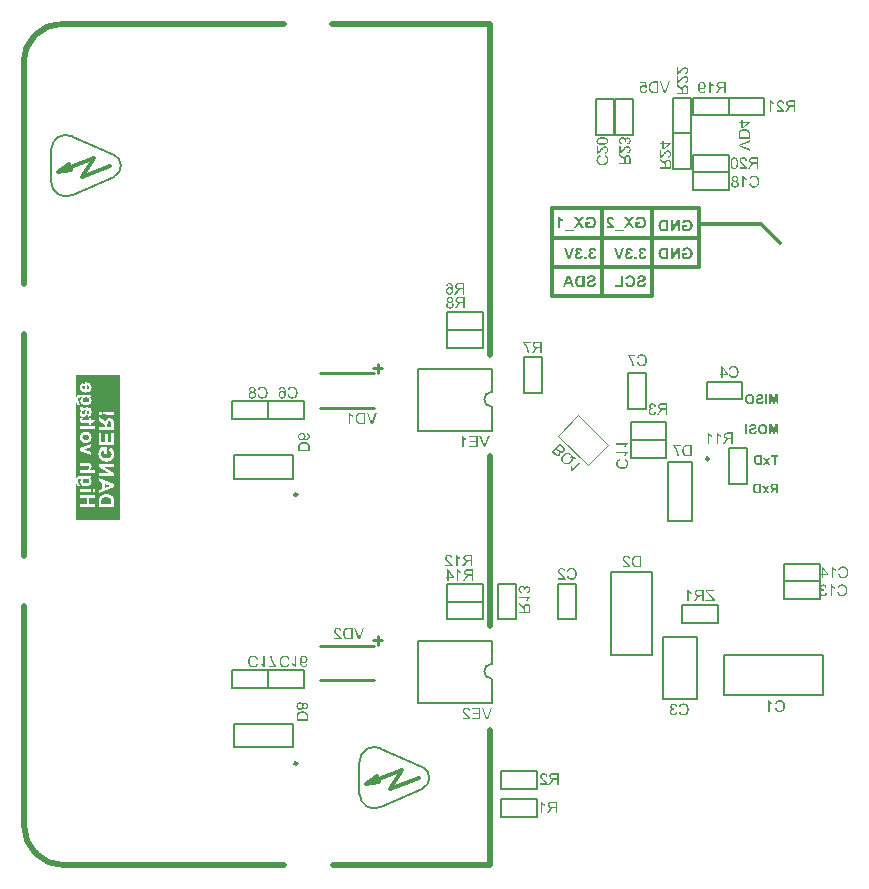
<source format=gbo>
G04 Layer_Color=32896*
%FSLAX44Y44*%
%MOMM*%
G71*
G01*
G75*
%ADD10C,0.5000*%
%ADD20C,0.3000*%
%ADD21C,0.2000*%
%ADD22C,0.2540*%
%ADD62C,0.2500*%
%ADD64C,0.1000*%
G36*
X497696Y609310D02*
X497470Y609254D01*
X497258Y609184D01*
X497061Y609113D01*
X496878Y609043D01*
X496709Y608958D01*
X496568Y608873D01*
X496427Y608775D01*
X496300Y608690D01*
X496187Y608620D01*
X496102Y608535D01*
X496018Y608465D01*
X495947Y608408D01*
X495905Y608352D01*
X495863Y608310D01*
X495849Y608296D01*
X495835Y608281D01*
X495722Y608140D01*
X495637Y607985D01*
X495482Y607675D01*
X495369Y607379D01*
X495299Y607083D01*
X495243Y606829D01*
X495229Y606731D01*
Y606632D01*
X495214Y606547D01*
Y606491D01*
Y606463D01*
Y606449D01*
X495229Y606124D01*
X495285Y605814D01*
X495355Y605532D01*
X495440Y605279D01*
X495524Y605081D01*
X495567Y604997D01*
X495595Y604926D01*
X495623Y604870D01*
X495651Y604828D01*
X495666Y604799D01*
Y604785D01*
X495863Y604518D01*
X496074Y604292D01*
X496314Y604095D01*
X496539Y603940D01*
X496737Y603813D01*
X496906Y603728D01*
X496977Y603700D01*
X497019Y603672D01*
X497047Y603657D01*
X497061D01*
X497428Y603545D01*
X497794Y603460D01*
X498161Y603390D01*
X498499Y603347D01*
X498654Y603333D01*
X498795Y603319D01*
X498922D01*
X499021Y603305D01*
X499232D01*
X499599Y603319D01*
X499937Y603347D01*
X500247Y603404D01*
X500529Y603460D01*
X500769Y603503D01*
X500867Y603531D01*
X500952Y603559D01*
X501022Y603573D01*
X501065Y603587D01*
X501093Y603601D01*
X501107D01*
X501431Y603742D01*
X501727Y603897D01*
X501967Y604066D01*
X502178Y604250D01*
X502347Y604405D01*
X502460Y604532D01*
X502531Y604630D01*
X502559Y604644D01*
Y604658D01*
X502742Y604954D01*
X502883Y605279D01*
X502982Y605589D01*
X503038Y605885D01*
X503080Y606153D01*
X503095Y606265D01*
Y606364D01*
X503109Y606435D01*
Y606491D01*
Y606533D01*
Y606547D01*
X503095Y606900D01*
X503038Y607224D01*
X502954Y607492D01*
X502869Y607732D01*
X502770Y607915D01*
X502700Y608056D01*
X502644Y608140D01*
X502615Y608169D01*
X502404Y608394D01*
X502164Y608606D01*
X501911Y608775D01*
X501657Y608916D01*
X501431Y609029D01*
X501318Y609071D01*
X501234Y609099D01*
X501163Y609127D01*
X501107Y609155D01*
X501079Y609170D01*
X501065D01*
X501361Y610438D01*
X501614Y610354D01*
X501840Y610269D01*
X502051Y610156D01*
X502263Y610058D01*
X502446Y609945D01*
X502615Y609818D01*
X502785Y609705D01*
X502925Y609592D01*
X503038Y609480D01*
X503151Y609381D01*
X503250Y609282D01*
X503320Y609212D01*
X503391Y609141D01*
X503433Y609085D01*
X503447Y609057D01*
X503461Y609043D01*
X503588Y608845D01*
X503715Y608648D01*
X503814Y608451D01*
X503898Y608239D01*
X504025Y607816D01*
X504110Y607435D01*
X504152Y607252D01*
X504166Y607097D01*
X504180Y606942D01*
X504194Y606815D01*
X504208Y606717D01*
Y606646D01*
Y606590D01*
Y606576D01*
X504180Y606110D01*
X504110Y605659D01*
X504025Y605265D01*
X503969Y605081D01*
X503912Y604912D01*
X503856Y604757D01*
X503800Y604616D01*
X503757Y604503D01*
X503715Y604391D01*
X503673Y604320D01*
X503644Y604264D01*
X503630Y604221D01*
X503616Y604207D01*
X503377Y603827D01*
X503095Y603503D01*
X502813Y603220D01*
X502531Y602981D01*
X502277Y602798D01*
X502164Y602727D01*
X502066Y602671D01*
X501995Y602614D01*
X501939Y602586D01*
X501896Y602572D01*
X501882Y602558D01*
X501445Y602361D01*
X500994Y602220D01*
X500543Y602121D01*
X500134Y602051D01*
X499951Y602022D01*
X499768Y602008D01*
X499627Y601994D01*
X499486D01*
X499387Y601980D01*
X499232D01*
X498725Y602008D01*
X498231Y602065D01*
X497794Y602135D01*
X497583Y602192D01*
X497399Y602234D01*
X497230Y602276D01*
X497075Y602332D01*
X496934Y602375D01*
X496822Y602403D01*
X496737Y602445D01*
X496666Y602459D01*
X496624Y602487D01*
X496610D01*
X496187Y602699D01*
X495807Y602939D01*
X495482Y603192D01*
X495355Y603319D01*
X495229Y603432D01*
X495116Y603545D01*
X495017Y603657D01*
X494933Y603756D01*
X494876Y603841D01*
X494820Y603897D01*
X494777Y603954D01*
X494763Y603982D01*
X494749Y603996D01*
X494636Y604193D01*
X494538Y604391D01*
X494383Y604813D01*
X494270Y605236D01*
X494199Y605645D01*
X494171Y605843D01*
X494143Y606012D01*
X494129Y606167D01*
Y606294D01*
X494115Y606407D01*
Y606491D01*
Y606547D01*
Y606562D01*
X494129Y606843D01*
X494157Y607111D01*
X494185Y607365D01*
X494242Y607605D01*
X494312Y607830D01*
X494383Y608042D01*
X494453Y608239D01*
X494538Y608422D01*
X494608Y608577D01*
X494679Y608732D01*
X494749Y608845D01*
X494820Y608958D01*
X494876Y609029D01*
X494904Y609099D01*
X494933Y609127D01*
X494947Y609141D01*
X495116Y609339D01*
X495285Y609508D01*
X495482Y609663D01*
X495680Y609818D01*
X496074Y610072D01*
X496469Y610269D01*
X496652Y610354D01*
X496822Y610424D01*
X496977Y610480D01*
X497103Y610523D01*
X497216Y610565D01*
X497301Y610593D01*
X497357Y610607D01*
X497371D01*
X497696Y609310D01*
D02*
G37*
G36*
X495440Y613201D02*
X495680Y613370D01*
X495778Y613455D01*
X495877Y613525D01*
X495961Y613596D01*
X496018Y613652D01*
X496060Y613695D01*
X496074Y613709D01*
X496145Y613779D01*
X496215Y613864D01*
X496399Y614061D01*
X496610Y614287D01*
X496822Y614526D01*
X497005Y614752D01*
X497089Y614851D01*
X497174Y614935D01*
X497230Y615006D01*
X497273Y615062D01*
X497301Y615090D01*
X497315Y615104D01*
X497512Y615330D01*
X497696Y615555D01*
X497879Y615753D01*
X498034Y615936D01*
X498189Y616105D01*
X498330Y616246D01*
X498457Y616387D01*
X498569Y616500D01*
X498682Y616613D01*
X498767Y616697D01*
X498837Y616768D01*
X498908Y616838D01*
X498992Y616909D01*
X499021Y616937D01*
X499260Y617134D01*
X499472Y617303D01*
X499683Y617444D01*
X499852Y617557D01*
X500007Y617642D01*
X500120Y617698D01*
X500191Y617726D01*
X500219Y617740D01*
X500430Y617825D01*
X500642Y617881D01*
X500839Y617938D01*
X501008Y617966D01*
X501163Y617980D01*
X501276Y617994D01*
X501375D01*
X501586Y617980D01*
X501784Y617952D01*
X501981Y617924D01*
X502150Y617867D01*
X502489Y617726D01*
X502756Y617585D01*
X502883Y617501D01*
X502982Y617430D01*
X503080Y617360D01*
X503151Y617289D01*
X503207Y617233D01*
X503264Y617205D01*
X503278Y617177D01*
X503292Y617163D01*
X503433Y617007D01*
X503560Y616838D01*
X503658Y616655D01*
X503743Y616472D01*
X503884Y616105D01*
X503983Y615739D01*
X504011Y615584D01*
X504039Y615429D01*
X504053Y615288D01*
X504067Y615175D01*
X504081Y615076D01*
Y614991D01*
Y614949D01*
Y614935D01*
X504067Y614681D01*
X504053Y614442D01*
X504011Y614216D01*
X503969Y614005D01*
X503912Y613807D01*
X503856Y613624D01*
X503785Y613455D01*
X503715Y613300D01*
X503644Y613159D01*
X503574Y613046D01*
X503517Y612948D01*
X503461Y612863D01*
X503419Y612792D01*
X503377Y612750D01*
X503363Y612722D01*
X503348Y612708D01*
X503207Y612567D01*
X503052Y612440D01*
X502883Y612313D01*
X502714Y612214D01*
X502376Y612045D01*
X502037Y611932D01*
X501882Y611890D01*
X501727Y611848D01*
X501600Y611820D01*
X501488Y611791D01*
X501389Y611777D01*
X501318D01*
X501276Y611763D01*
X501262D01*
X501135Y612990D01*
X501459Y613018D01*
X501741Y613074D01*
X501995Y613159D01*
X502192Y613258D01*
X502362Y613342D01*
X502474Y613427D01*
X502545Y613483D01*
X502573Y613511D01*
X502742Y613723D01*
X502869Y613948D01*
X502968Y614188D01*
X503024Y614399D01*
X503066Y614597D01*
X503080Y614766D01*
X503095Y614822D01*
Y614865D01*
Y614893D01*
Y614907D01*
X503080Y615203D01*
X503024Y615471D01*
X502940Y615696D01*
X502855Y615894D01*
X502756Y616049D01*
X502686Y616147D01*
X502629Y616218D01*
X502601Y616246D01*
X502404Y616415D01*
X502206Y616542D01*
X502009Y616641D01*
X501812Y616697D01*
X501657Y616740D01*
X501516Y616754D01*
X501431Y616768D01*
X501403D01*
X501149Y616740D01*
X500881Y616683D01*
X500642Y616585D01*
X500416Y616486D01*
X500233Y616373D01*
X500078Y616274D01*
X500022Y616246D01*
X499979Y616218D01*
X499965Y616190D01*
X499951D01*
X499796Y616077D01*
X499641Y615936D01*
X499472Y615781D01*
X499302Y615612D01*
X498964Y615259D01*
X498626Y614907D01*
X498471Y614724D01*
X498330Y614569D01*
X498203Y614414D01*
X498090Y614287D01*
X498006Y614188D01*
X497935Y614103D01*
X497893Y614047D01*
X497879Y614033D01*
X497583Y613680D01*
X497301Y613356D01*
X497047Y613088D01*
X496836Y612877D01*
X496652Y612694D01*
X496525Y612567D01*
X496441Y612496D01*
X496427Y612468D01*
X496413D01*
X496173Y612271D01*
X495947Y612116D01*
X495722Y611975D01*
X495524Y611862D01*
X495355Y611777D01*
X495229Y611721D01*
X495144Y611693D01*
X495130Y611679D01*
X495116D01*
X494961Y611622D01*
X494820Y611594D01*
X494679Y611566D01*
X494552Y611552D01*
X494439Y611538D01*
X494284D01*
Y618008D01*
X495440D01*
Y613201D01*
D02*
G37*
G36*
X499613Y625649D02*
X499838D01*
X500064Y625635D01*
X500261Y625607D01*
X500458Y625592D01*
X500628Y625578D01*
X500783Y625550D01*
X500924Y625536D01*
X501051Y625508D01*
X501149Y625494D01*
X501234Y625480D01*
X501304Y625466D01*
X501347Y625452D01*
X501375Y625437D01*
X501389D01*
X501699Y625353D01*
X501981Y625254D01*
X502221Y625141D01*
X502432Y625057D01*
X502615Y624958D01*
X502742Y624902D01*
X502813Y624845D01*
X502841Y624831D01*
X503052Y624676D01*
X503236Y624521D01*
X503391Y624352D01*
X503532Y624197D01*
X503630Y624056D01*
X503701Y623943D01*
X503743Y623873D01*
X503757Y623858D01*
Y623844D01*
X503870Y623619D01*
X503940Y623379D01*
X503997Y623154D01*
X504039Y622942D01*
X504067Y622759D01*
X504081Y622604D01*
Y622547D01*
Y622505D01*
Y622491D01*
Y622477D01*
X504053Y622096D01*
X503997Y621744D01*
X503898Y621448D01*
X503800Y621194D01*
X503687Y620983D01*
X503644Y620898D01*
X503588Y620828D01*
X503560Y620771D01*
X503532Y620729D01*
X503503Y620715D01*
Y620701D01*
X503278Y620447D01*
X503010Y620236D01*
X502742Y620052D01*
X502489Y619911D01*
X502249Y619799D01*
X502150Y619742D01*
X502051Y619714D01*
X501981Y619686D01*
X501925Y619658D01*
X501896Y619644D01*
X501882D01*
X501671Y619587D01*
X501459Y619531D01*
X500994Y619446D01*
X500529Y619376D01*
X500092Y619333D01*
X499880Y619319D01*
X499697Y619305D01*
X499528D01*
X499373Y619291D01*
X499091D01*
X498598Y619305D01*
X498133Y619333D01*
X497710Y619376D01*
X497315Y619446D01*
X496948Y619517D01*
X496624Y619601D01*
X496328Y619686D01*
X496074Y619770D01*
X495849Y619855D01*
X495651Y619954D01*
X495482Y620024D01*
X495355Y620095D01*
X495243Y620165D01*
X495172Y620207D01*
X495130Y620236D01*
X495116Y620250D01*
X494947Y620405D01*
X494791Y620574D01*
X494650Y620757D01*
X494538Y620941D01*
X494439Y621124D01*
X494355Y621307D01*
X494298Y621490D01*
X494242Y621659D01*
X494199Y621829D01*
X494171Y621984D01*
X494143Y622125D01*
X494129Y622237D01*
X494115Y622336D01*
Y622421D01*
Y622463D01*
Y622477D01*
X494143Y622858D01*
X494199Y623210D01*
X494298Y623506D01*
X494397Y623760D01*
X494496Y623971D01*
X494552Y624042D01*
X494594Y624112D01*
X494622Y624169D01*
X494650Y624211D01*
X494679Y624225D01*
Y624239D01*
X494918Y624493D01*
X495172Y624704D01*
X495454Y624888D01*
X495708Y625029D01*
X495947Y625141D01*
X496046Y625198D01*
X496145Y625226D01*
X496215Y625254D01*
X496272Y625282D01*
X496300Y625296D01*
X496314D01*
X496525Y625367D01*
X496737Y625423D01*
X497188Y625508D01*
X497653Y625578D01*
X498104Y625621D01*
X498302Y625635D01*
X498485Y625649D01*
X498654D01*
X498809Y625663D01*
X499359D01*
X499613Y625649D01*
D02*
G37*
G36*
X603504Y662940D02*
X602207D01*
Y667268D01*
X600544D01*
X600389Y667254D01*
X600276D01*
X600177Y667240D01*
X600107Y667225D01*
X600050D01*
X600022Y667211D01*
X600008D01*
X599782Y667141D01*
X599684Y667099D01*
X599599Y667056D01*
X599515Y667014D01*
X599458Y666986D01*
X599430Y666972D01*
X599416Y666958D01*
X599303Y666873D01*
X599190Y666774D01*
X598979Y666563D01*
X598880Y666464D01*
X598810Y666380D01*
X598767Y666323D01*
X598753Y666309D01*
X598612Y666112D01*
X598457Y665900D01*
X598302Y665675D01*
X598147Y665463D01*
X598020Y665266D01*
X597922Y665111D01*
X597879Y665054D01*
X597851Y665012D01*
X597823Y664984D01*
Y664970D01*
X596540Y662940D01*
X594933D01*
X596611Y665590D01*
X596808Y665872D01*
X596991Y666126D01*
X597174Y666337D01*
X597329Y666535D01*
X597471Y666676D01*
X597583Y666788D01*
X597654Y666859D01*
X597682Y666887D01*
X597795Y666972D01*
X597922Y667070D01*
X598175Y667225D01*
X598288Y667282D01*
X598373Y667338D01*
X598429Y667366D01*
X598457Y667381D01*
X598204Y667423D01*
X597964Y667465D01*
X597752Y667536D01*
X597541Y667592D01*
X597358Y667663D01*
X597188Y667747D01*
X597034Y667818D01*
X596893Y667888D01*
X596780Y667973D01*
X596667Y668043D01*
X596582Y668100D01*
X596512Y668156D01*
X596455Y668198D01*
X596413Y668241D01*
X596399Y668255D01*
X596385Y668269D01*
X596272Y668410D01*
X596160Y668551D01*
X595990Y668847D01*
X595877Y669143D01*
X595793Y669425D01*
X595737Y669664D01*
X595723Y669763D01*
Y669862D01*
X595708Y669932D01*
Y669988D01*
Y670017D01*
Y670031D01*
X595723Y670327D01*
X595765Y670595D01*
X595835Y670848D01*
X595906Y671060D01*
X595990Y671243D01*
X596047Y671384D01*
X596103Y671469D01*
X596117Y671483D01*
Y671497D01*
X596286Y671722D01*
X596455Y671920D01*
X596639Y672089D01*
X596808Y672216D01*
X596963Y672315D01*
X597090Y672371D01*
X597174Y672413D01*
X597188Y672427D01*
X597203D01*
X597329Y672470D01*
X597485Y672512D01*
X597795Y672582D01*
X598133Y672625D01*
X598443Y672667D01*
X598739Y672681D01*
X598866D01*
X598979Y672695D01*
X603504D01*
Y662940D01*
D02*
G37*
G36*
X583768Y672723D02*
X583994Y672695D01*
X584219Y672653D01*
X584417Y672596D01*
X584797Y672441D01*
X584966Y672371D01*
X585107Y672286D01*
X585248Y672188D01*
X585361Y672117D01*
X585474Y672033D01*
X585559Y671962D01*
X585629Y671906D01*
X585671Y671863D01*
X585700Y671835D01*
X585714Y671821D01*
X585869Y671652D01*
X585995Y671455D01*
X586122Y671271D01*
X586221Y671074D01*
X586306Y670863D01*
X586376Y670665D01*
X586475Y670299D01*
X586517Y670115D01*
X586545Y669960D01*
X586559Y669805D01*
X586573Y669678D01*
X586588Y669580D01*
Y669509D01*
Y669453D01*
Y669439D01*
X586573Y669171D01*
X586545Y668931D01*
X586517Y668692D01*
X586461Y668466D01*
X586390Y668269D01*
X586320Y668071D01*
X586249Y667902D01*
X586165Y667747D01*
X586094Y667606D01*
X586024Y667479D01*
X585953Y667381D01*
X585883Y667282D01*
X585826Y667211D01*
X585798Y667169D01*
X585770Y667141D01*
X585756Y667127D01*
X585601Y666972D01*
X585432Y666845D01*
X585262Y666718D01*
X585079Y666619D01*
X584910Y666535D01*
X584741Y666464D01*
X584417Y666366D01*
X584276Y666323D01*
X584135Y666295D01*
X584022Y666281D01*
X583909Y666267D01*
X583825Y666253D01*
X583712D01*
X583444Y666267D01*
X583190Y666309D01*
X582965Y666366D01*
X582753Y666436D01*
X582598Y666492D01*
X582471Y666549D01*
X582387Y666591D01*
X582359Y666605D01*
X582133Y666746D01*
X581936Y666901D01*
X581766Y667056D01*
X581626Y667197D01*
X581527Y667338D01*
X581442Y667437D01*
X581386Y667507D01*
X581372Y667536D01*
Y667423D01*
Y667352D01*
Y667310D01*
Y667296D01*
X581386Y667014D01*
X581400Y666746D01*
X581428Y666507D01*
X581456Y666281D01*
X581499Y666098D01*
X581527Y665957D01*
X581541Y665900D01*
Y665858D01*
X581555Y665844D01*
Y665830D01*
X581626Y665576D01*
X581696Y665351D01*
X581766Y665153D01*
X581837Y664984D01*
X581893Y664857D01*
X581950Y664759D01*
X581978Y664688D01*
X581992Y664674D01*
X582105Y664519D01*
X582217Y664392D01*
X582330Y664279D01*
X582443Y664181D01*
X582528Y664096D01*
X582612Y664040D01*
X582669Y664011D01*
X582683Y663997D01*
X582838Y663913D01*
X583007Y663856D01*
X583162Y663814D01*
X583317Y663786D01*
X583444Y663772D01*
X583543Y663758D01*
X583641D01*
X583867Y663772D01*
X584078Y663814D01*
X584262Y663870D01*
X584417Y663941D01*
X584529Y663997D01*
X584628Y664054D01*
X584684Y664096D01*
X584699Y664110D01*
X584840Y664265D01*
X584952Y664448D01*
X585051Y664646D01*
X585121Y664843D01*
X585178Y665012D01*
X585220Y665167D01*
X585234Y665224D01*
Y665252D01*
X585248Y665280D01*
Y665294D01*
X586404Y665195D01*
X586320Y664787D01*
X586207Y664434D01*
X586066Y664124D01*
X585925Y663870D01*
X585784Y663673D01*
X585714Y663588D01*
X585657Y663518D01*
X585615Y663476D01*
X585573Y663433D01*
X585559Y663419D01*
X585544Y663405D01*
X585404Y663292D01*
X585248Y663194D01*
X584938Y663039D01*
X584628Y662926D01*
X584332Y662855D01*
X584064Y662799D01*
X583951Y662785D01*
X583853D01*
X583782Y662771D01*
X583670D01*
X583275Y662799D01*
X582922Y662855D01*
X582598Y662954D01*
X582330Y663067D01*
X582217Y663109D01*
X582105Y663166D01*
X582020Y663222D01*
X581936Y663264D01*
X581879Y663292D01*
X581837Y663321D01*
X581809Y663349D01*
X581795D01*
X581513Y663588D01*
X581259Y663856D01*
X581062Y664138D01*
X580892Y664406D01*
X580751Y664646D01*
X580695Y664759D01*
X580653Y664843D01*
X580625Y664928D01*
X580596Y664984D01*
X580582Y665012D01*
Y665026D01*
X580512Y665238D01*
X580441Y665478D01*
X580343Y665957D01*
X580272Y666464D01*
X580230Y666944D01*
X580202Y667155D01*
X580188Y667366D01*
Y667550D01*
X580173Y667705D01*
Y667832D01*
Y667930D01*
Y668001D01*
Y668015D01*
Y668339D01*
X580188Y668649D01*
X580216Y668931D01*
X580244Y669199D01*
X580272Y669439D01*
X580300Y669664D01*
X580343Y669876D01*
X580385Y670059D01*
X580427Y670214D01*
X580455Y670355D01*
X580498Y670482D01*
X580526Y670581D01*
X580554Y670651D01*
X580582Y670707D01*
X580596Y670736D01*
Y670750D01*
X580765Y671088D01*
X580949Y671384D01*
X581160Y671638D01*
X581343Y671849D01*
X581527Y672004D01*
X581668Y672117D01*
X581724Y672159D01*
X581766Y672188D01*
X581781Y672216D01*
X581795D01*
X582091Y672385D01*
X582387Y672512D01*
X582683Y672610D01*
X582951Y672667D01*
X583190Y672709D01*
X583289Y672723D01*
X583359D01*
X583430Y672737D01*
X583529D01*
X583768Y672723D01*
D02*
G37*
G36*
X590577Y672498D02*
X590732Y672272D01*
X590915Y672047D01*
X591085Y671849D01*
X591254Y671680D01*
X591381Y671539D01*
X591437Y671497D01*
X591479Y671455D01*
X591493Y671441D01*
X591507Y671426D01*
X591804Y671187D01*
X592099Y670961D01*
X592382Y670764D01*
X592663Y670609D01*
X592903Y670468D01*
X593002Y670411D01*
X593086Y670369D01*
X593157Y670327D01*
X593213Y670313D01*
X593241Y670285D01*
X593256D01*
Y669129D01*
X593044Y669213D01*
X592833Y669312D01*
X592621Y669410D01*
X592424Y669509D01*
X592255Y669594D01*
X592114Y669664D01*
X592029Y669721D01*
X592015Y669735D01*
X592001D01*
X591747Y669890D01*
X591522Y670045D01*
X591324Y670186D01*
X591169Y670313D01*
X591028Y670411D01*
X590944Y670496D01*
X590873Y670552D01*
X590859Y670566D01*
Y662940D01*
X589661D01*
Y672737D01*
X590436D01*
X590577Y672498D01*
D02*
G37*
G36*
X480102Y349716D02*
X473174Y342788D01*
X472626Y343336D01*
X472696Y343605D01*
X472746Y343875D01*
X472776Y344164D01*
X472796Y344423D01*
Y344662D01*
X472806Y344851D01*
X472796Y344921D01*
Y344981D01*
Y345001D01*
Y345021D01*
X472756Y345400D01*
X472706Y345768D01*
X472646Y346107D01*
X472556Y346416D01*
X472487Y346685D01*
X472457Y346795D01*
X472427Y346885D01*
X472407Y346965D01*
X472377Y347015D01*
Y347054D01*
X472367Y347064D01*
X473184Y347882D01*
X473274Y347672D01*
X473354Y347453D01*
X473433Y347234D01*
X473503Y347024D01*
X473563Y346845D01*
X473613Y346696D01*
X473633Y346596D01*
Y346576D01*
X473643Y346566D01*
X473713Y346277D01*
X473763Y346008D01*
X473802Y345768D01*
X473822Y345569D01*
X473852Y345400D01*
Y345280D01*
X473862Y345190D01*
Y345170D01*
X479255Y350563D01*
X480102Y349716D01*
D02*
G37*
G36*
X469925Y358577D02*
X470234Y358548D01*
X470363Y358538D01*
X470483Y358518D01*
X470563Y358498D01*
X470633Y358488D01*
X470662Y358478D01*
X470682D01*
X470912Y358408D01*
X471121Y358338D01*
X471530Y358149D01*
X471898Y357939D01*
X472207Y357730D01*
X472347Y357631D01*
X472477Y357541D01*
X472586Y357451D01*
X472666Y357371D01*
X472746Y357312D01*
X472796Y357262D01*
X472826Y357232D01*
X472836Y357222D01*
X472995Y357042D01*
X473154Y356863D01*
X473424Y356494D01*
X473643Y356135D01*
X473733Y355966D01*
X473812Y355806D01*
X473882Y355657D01*
X473952Y355527D01*
X473992Y355408D01*
X474042Y355298D01*
X474062Y355218D01*
X474091Y355148D01*
Y355108D01*
X474101Y355099D01*
X474580Y355019D01*
X475028Y354929D01*
X475417Y354819D01*
X475756Y354720D01*
X475906Y354670D01*
X476035Y354620D01*
X476155Y354580D01*
X476255Y354540D01*
X476334Y354501D01*
X476394Y354481D01*
X476424Y354471D01*
X476434Y354461D01*
X476075Y353563D01*
X475786Y353673D01*
X475487Y353793D01*
X475178Y353882D01*
X474889Y353952D01*
X474650Y354012D01*
X474540Y354042D01*
X474450Y354052D01*
X474371Y354072D01*
X474321Y354082D01*
X474281D01*
X474271Y354092D01*
X474251Y353713D01*
X474211Y353354D01*
X474151Y353015D01*
X474072Y352716D01*
X473992Y352477D01*
X473952Y352377D01*
X473922Y352288D01*
X473902Y352228D01*
X473882Y352168D01*
X473872Y352138D01*
X473862Y352128D01*
X473693Y351779D01*
X473483Y351450D01*
X473274Y351141D01*
X473065Y350872D01*
X472975Y350762D01*
X472885Y350653D01*
X472796Y350563D01*
X472726Y350473D01*
X472666Y350414D01*
X472626Y350374D01*
X472596Y350344D01*
X472586Y350334D01*
X472197Y349985D01*
X471809Y349676D01*
X471619Y349546D01*
X471430Y349437D01*
X471250Y349337D01*
X471091Y349237D01*
X470932Y349158D01*
X470782Y349088D01*
X470662Y349028D01*
X470543Y348988D01*
X470463Y348948D01*
X470403Y348928D01*
X470353Y348918D01*
X470343Y348908D01*
X469895Y348779D01*
X469446Y348709D01*
X469028Y348689D01*
X468669D01*
X468360Y348719D01*
X468220Y348739D01*
X468111Y348749D01*
X468021Y348779D01*
X467951Y348789D01*
X467921Y348799D01*
X467901D01*
X467672Y348868D01*
X467453Y348948D01*
X467044Y349118D01*
X466665Y349337D01*
X466356Y349546D01*
X466217Y349646D01*
X466077Y349746D01*
X465977Y349826D01*
X465888Y349915D01*
X465808Y349975D01*
X465758Y350025D01*
X465728Y350055D01*
X465718Y350065D01*
X465539Y350244D01*
X465389Y350434D01*
X465120Y350802D01*
X464901Y351161D01*
X464811Y351331D01*
X464721Y351500D01*
X464652Y351650D01*
X464592Y351789D01*
X464552Y351909D01*
X464512Y352009D01*
X464482Y352098D01*
X464462Y352158D01*
X464442Y352198D01*
Y352218D01*
X464353Y352666D01*
X464333Y353105D01*
Y353524D01*
X464373Y353882D01*
X464422Y354211D01*
X464452Y354341D01*
X464482Y354451D01*
X464502Y354550D01*
X464522Y354610D01*
X464542Y354650D01*
Y354670D01*
X464721Y355129D01*
X464951Y355557D01*
X465190Y355936D01*
X465429Y356275D01*
X465539Y356424D01*
X465648Y356554D01*
X465748Y356674D01*
X465838Y356763D01*
X465898Y356843D01*
X465947Y356893D01*
X465987Y356933D01*
X465997Y356943D01*
X466386Y357292D01*
X466775Y357601D01*
X466984Y357730D01*
X467164Y357850D01*
X467343Y357949D01*
X467513Y358039D01*
X467662Y358129D01*
X467812Y358199D01*
X467941Y358248D01*
X468051Y358298D01*
X468130Y358338D01*
X468190Y358358D01*
X468240Y358368D01*
X468250Y358378D01*
X468709Y358498D01*
X469147Y358558D01*
X469556Y358587D01*
X469925Y358577D01*
D02*
G37*
G36*
X465928Y363890D02*
X466157Y363641D01*
X466356Y363422D01*
X466526Y363213D01*
X466665Y363033D01*
X466775Y362884D01*
X466865Y362774D01*
X466904Y362694D01*
X466924Y362674D01*
X467044Y362455D01*
X467134Y362266D01*
X467203Y362076D01*
X467253Y361907D01*
X467303Y361777D01*
X467333Y361668D01*
X467343Y361598D01*
Y361578D01*
X467363Y361379D01*
X467353Y361169D01*
X467323Y360980D01*
X467303Y360800D01*
X467263Y360641D01*
X467233Y360531D01*
X467214Y360451D01*
X467203Y360421D01*
X467114Y360192D01*
X467004Y359983D01*
X466894Y359794D01*
X466775Y359634D01*
X466675Y359495D01*
X466586Y359385D01*
X466526Y359325D01*
X466516Y359315D01*
X466506Y359305D01*
X466277Y359096D01*
X466037Y358936D01*
X465808Y358827D01*
X465589Y358727D01*
X465409Y358667D01*
X465260Y358637D01*
X465160Y358617D01*
X465130Y358607D01*
X464831Y358587D01*
X464552Y358607D01*
X464273Y358667D01*
X464034Y358727D01*
X463824Y358797D01*
X463665Y358876D01*
X463605Y358896D01*
X463565Y358916D01*
X463535Y358926D01*
X463525Y358936D01*
X463595Y358667D01*
X463645Y358418D01*
X463655Y358189D01*
Y357989D01*
Y357830D01*
X463635Y357690D01*
X463625Y357621D01*
X463615Y357591D01*
X463545Y357361D01*
X463465Y357162D01*
X463376Y356973D01*
X463276Y356813D01*
X463186Y356684D01*
X463107Y356584D01*
X463057Y356534D01*
X463037Y356514D01*
X462857Y356355D01*
X462658Y356215D01*
X462459Y356115D01*
X462269Y356026D01*
X462100Y355956D01*
X461970Y355926D01*
X461880Y355896D01*
X461851Y355886D01*
X461591Y355846D01*
X461332Y355826D01*
X461093Y355846D01*
X460884Y355876D01*
X460714Y355906D01*
X460575Y355946D01*
X460485Y355976D01*
X460465D01*
X460455Y355986D01*
X460196Y356105D01*
X459937Y356265D01*
X459688Y356434D01*
X459468Y356614D01*
X459269Y356773D01*
X459189Y356853D01*
X459109Y356913D01*
X459060Y356963D01*
X459020Y357002D01*
X458990Y357032D01*
X458980Y357042D01*
X456398Y359624D01*
X463296Y366522D01*
X465928Y363890D01*
D02*
G37*
G36*
X611695Y592967D02*
X611920Y592953D01*
X612315Y592869D01*
X612498Y592812D01*
X612667Y592756D01*
X612822Y592685D01*
X612963Y592615D01*
X613076Y592544D01*
X613189Y592474D01*
X613288Y592417D01*
X613358Y592361D01*
X613414Y592319D01*
X613457Y592277D01*
X613485Y592262D01*
X613499Y592248D01*
X613626Y592107D01*
X613753Y591966D01*
X613852Y591811D01*
X613936Y591656D01*
X614077Y591360D01*
X614162Y591078D01*
X614218Y590839D01*
X614232Y590726D01*
X614246Y590641D01*
X614260Y590557D01*
Y590500D01*
Y590472D01*
Y590458D01*
X614246Y590204D01*
X614204Y589965D01*
X614147Y589753D01*
X614077Y589570D01*
X614021Y589429D01*
X613964Y589316D01*
X613922Y589260D01*
X613908Y589232D01*
X613753Y589062D01*
X613584Y588907D01*
X613400Y588766D01*
X613217Y588654D01*
X613048Y588569D01*
X612921Y588513D01*
X612865Y588484D01*
X612822Y588470D01*
X612808Y588456D01*
X612794D01*
X613118Y588358D01*
X613386Y588231D01*
X613626Y588076D01*
X613823Y587935D01*
X613978Y587794D01*
X614091Y587681D01*
X614147Y587611D01*
X614176Y587596D01*
Y587582D01*
X614331Y587328D01*
X614458Y587061D01*
X614542Y586807D01*
X614599Y586553D01*
X614627Y586328D01*
X614641Y586229D01*
Y586144D01*
X614655Y586088D01*
Y586032D01*
Y586003D01*
Y585989D01*
X614641Y585764D01*
X614613Y585538D01*
X614570Y585327D01*
X614514Y585115D01*
X614373Y584763D01*
X614303Y584594D01*
X614218Y584453D01*
X614133Y584312D01*
X614063Y584199D01*
X613978Y584100D01*
X613922Y584016D01*
X613866Y583945D01*
X613823Y583903D01*
X613795Y583875D01*
X613781Y583861D01*
X613612Y583706D01*
X613428Y583579D01*
X613231Y583466D01*
X613034Y583367D01*
X612851Y583297D01*
X612653Y583226D01*
X612273Y583128D01*
X612103Y583085D01*
X611948Y583057D01*
X611807Y583043D01*
X611680Y583029D01*
X611582Y583015D01*
X611441D01*
X611173Y583029D01*
X610933Y583057D01*
X610694Y583099D01*
X610468Y583142D01*
X610271Y583212D01*
X610074Y583283D01*
X609890Y583353D01*
X609735Y583438D01*
X609594Y583522D01*
X609467Y583593D01*
X609369Y583663D01*
X609270Y583734D01*
X609199Y583776D01*
X609157Y583818D01*
X609129Y583847D01*
X609115Y583861D01*
X608960Y584030D01*
X608819Y584199D01*
X608706Y584368D01*
X608607Y584551D01*
X608509Y584721D01*
X608438Y584904D01*
X608340Y585228D01*
X608297Y585383D01*
X608269Y585524D01*
X608255Y585651D01*
X608241Y585750D01*
X608227Y585834D01*
Y585905D01*
Y585947D01*
Y585961D01*
X608241Y586285D01*
X608297Y586581D01*
X608382Y586849D01*
X608466Y587075D01*
X608551Y587258D01*
X608636Y587399D01*
X608692Y587484D01*
X608706Y587498D01*
Y587512D01*
X608903Y587737D01*
X609115Y587935D01*
X609340Y588090D01*
X609552Y588231D01*
X609749Y588329D01*
X609918Y588400D01*
X609975Y588428D01*
X610017Y588442D01*
X610045Y588456D01*
X610059D01*
X609806Y588569D01*
X609594Y588696D01*
X609411Y588823D01*
X609256Y588950D01*
X609143Y589062D01*
X609058Y589147D01*
X609002Y589203D01*
X608988Y589232D01*
X608861Y589429D01*
X608777Y589626D01*
X608706Y589824D01*
X608664Y590021D01*
X608636Y590176D01*
X608621Y590303D01*
Y590388D01*
Y590402D01*
Y590416D01*
X608636Y590613D01*
X608650Y590796D01*
X608748Y591149D01*
X608875Y591459D01*
X609016Y591727D01*
X609157Y591938D01*
X609228Y592023D01*
X609284Y592107D01*
X609340Y592164D01*
X609383Y592206D01*
X609397Y592220D01*
X609411Y592234D01*
X609566Y592361D01*
X609721Y592488D01*
X609890Y592587D01*
X610059Y592671D01*
X610398Y592798D01*
X610736Y592883D01*
X610877Y592925D01*
X611018Y592939D01*
X611145Y592953D01*
X611258Y592967D01*
X611342Y592981D01*
X611469D01*
X611695Y592967D01*
D02*
G37*
G36*
X627822Y593080D02*
X628273Y593010D01*
X628667Y592925D01*
X628851Y592869D01*
X629020Y592812D01*
X629175Y592756D01*
X629316Y592700D01*
X629429Y592657D01*
X629541Y592615D01*
X629612Y592573D01*
X629668Y592544D01*
X629711Y592530D01*
X629725Y592516D01*
X630105Y592277D01*
X630429Y591995D01*
X630712Y591713D01*
X630951Y591431D01*
X631134Y591177D01*
X631205Y591064D01*
X631261Y590965D01*
X631318Y590895D01*
X631346Y590839D01*
X631360Y590796D01*
X631374Y590782D01*
X631571Y590345D01*
X631712Y589894D01*
X631811Y589443D01*
X631881Y589034D01*
X631910Y588851D01*
X631924Y588668D01*
X631938Y588527D01*
Y588386D01*
X631952Y588287D01*
Y588203D01*
Y588146D01*
Y588132D01*
X631924Y587625D01*
X631867Y587131D01*
X631797Y586694D01*
X631740Y586483D01*
X631698Y586299D01*
X631656Y586130D01*
X631600Y585975D01*
X631557Y585834D01*
X631529Y585722D01*
X631487Y585637D01*
X631473Y585566D01*
X631445Y585524D01*
Y585510D01*
X631233Y585087D01*
X630993Y584706D01*
X630740Y584382D01*
X630613Y584255D01*
X630500Y584128D01*
X630387Y584016D01*
X630275Y583917D01*
X630176Y583833D01*
X630091Y583776D01*
X630035Y583720D01*
X629978Y583677D01*
X629950Y583663D01*
X629936Y583649D01*
X629739Y583536D01*
X629541Y583438D01*
X629118Y583283D01*
X628696Y583170D01*
X628287Y583099D01*
X628089Y583071D01*
X627920Y583043D01*
X627765Y583029D01*
X627638D01*
X627525Y583015D01*
X627370D01*
X627089Y583029D01*
X626821Y583057D01*
X626567Y583085D01*
X626327Y583142D01*
X626102Y583212D01*
X625890Y583283D01*
X625693Y583353D01*
X625510Y583438D01*
X625355Y583508D01*
X625200Y583579D01*
X625087Y583649D01*
X624974Y583720D01*
X624903Y583776D01*
X624833Y583804D01*
X624805Y583833D01*
X624791Y583847D01*
X624593Y584016D01*
X624424Y584185D01*
X624269Y584382D01*
X624114Y584580D01*
X623860Y584974D01*
X623663Y585369D01*
X623578Y585552D01*
X623508Y585722D01*
X623451Y585877D01*
X623409Y586003D01*
X623367Y586116D01*
X623339Y586201D01*
X623325Y586257D01*
Y586271D01*
X624622Y586595D01*
X624678Y586370D01*
X624748Y586158D01*
X624819Y585961D01*
X624889Y585778D01*
X624974Y585609D01*
X625059Y585468D01*
X625157Y585327D01*
X625242Y585200D01*
X625312Y585087D01*
X625397Y585003D01*
X625467Y584918D01*
X625524Y584847D01*
X625580Y584805D01*
X625622Y584763D01*
X625636Y584749D01*
X625651Y584735D01*
X625792Y584622D01*
X625947Y584537D01*
X626257Y584382D01*
X626553Y584269D01*
X626849Y584199D01*
X627103Y584143D01*
X627201Y584128D01*
X627300D01*
X627385Y584114D01*
X627483D01*
X627808Y584128D01*
X628118Y584185D01*
X628400Y584255D01*
X628653Y584340D01*
X628851Y584425D01*
X628935Y584467D01*
X629006Y584495D01*
X629062Y584523D01*
X629104Y584551D01*
X629133Y584566D01*
X629147D01*
X629414Y584763D01*
X629640Y584974D01*
X629837Y585214D01*
X629992Y585439D01*
X630119Y585637D01*
X630204Y585806D01*
X630232Y585877D01*
X630260Y585919D01*
X630275Y585947D01*
Y585961D01*
X630387Y586328D01*
X630472Y586694D01*
X630542Y587061D01*
X630585Y587399D01*
X630599Y587554D01*
X630613Y587695D01*
Y587822D01*
X630627Y587921D01*
Y588005D01*
Y588076D01*
Y588118D01*
Y588132D01*
X630613Y588499D01*
X630585Y588837D01*
X630528Y589147D01*
X630472Y589429D01*
X630429Y589669D01*
X630401Y589767D01*
X630373Y589852D01*
X630359Y589922D01*
X630345Y589965D01*
X630331Y589993D01*
Y590007D01*
X630190Y590331D01*
X630035Y590627D01*
X629866Y590867D01*
X629682Y591078D01*
X629527Y591247D01*
X629400Y591360D01*
X629302Y591431D01*
X629288Y591459D01*
X629274D01*
X628978Y591642D01*
X628653Y591783D01*
X628343Y591882D01*
X628047Y591938D01*
X627779Y591981D01*
X627667Y591995D01*
X627568D01*
X627497Y592009D01*
X627385D01*
X627032Y591995D01*
X626708Y591938D01*
X626440Y591854D01*
X626200Y591769D01*
X626017Y591670D01*
X625876Y591600D01*
X625792Y591544D01*
X625763Y591515D01*
X625538Y591304D01*
X625326Y591064D01*
X625157Y590811D01*
X625016Y590557D01*
X624903Y590331D01*
X624861Y590218D01*
X624833Y590134D01*
X624805Y590063D01*
X624777Y590007D01*
X624762Y589979D01*
Y589965D01*
X623494Y590261D01*
X623578Y590514D01*
X623663Y590740D01*
X623776Y590951D01*
X623874Y591163D01*
X623987Y591346D01*
X624114Y591515D01*
X624227Y591684D01*
X624340Y591825D01*
X624452Y591938D01*
X624551Y592051D01*
X624650Y592150D01*
X624720Y592220D01*
X624791Y592291D01*
X624847Y592333D01*
X624875Y592347D01*
X624889Y592361D01*
X625087Y592488D01*
X625284Y592615D01*
X625481Y592714D01*
X625693Y592798D01*
X626116Y592925D01*
X626497Y593010D01*
X626680Y593052D01*
X626835Y593066D01*
X626990Y593080D01*
X627117Y593094D01*
X627215Y593108D01*
X627356D01*
X627822Y593080D01*
D02*
G37*
G36*
X618630Y592742D02*
X618785Y592516D01*
X618969Y592291D01*
X619138Y592093D01*
X619307Y591924D01*
X619434Y591783D01*
X619490Y591741D01*
X619533Y591699D01*
X619547Y591684D01*
X619561Y591670D01*
X619857Y591431D01*
X620153Y591205D01*
X620435Y591008D01*
X620717Y590853D01*
X620956Y590712D01*
X621055Y590655D01*
X621140Y590613D01*
X621210Y590571D01*
X621267Y590557D01*
X621295Y590528D01*
X621309D01*
Y589373D01*
X621097Y589457D01*
X620886Y589556D01*
X620674Y589655D01*
X620477Y589753D01*
X620308Y589838D01*
X620167Y589908D01*
X620082Y589965D01*
X620068Y589979D01*
X620054D01*
X619800Y590134D01*
X619575Y590289D01*
X619378Y590430D01*
X619222Y590557D01*
X619081Y590655D01*
X618997Y590740D01*
X618926Y590796D01*
X618912Y590811D01*
Y583184D01*
X617714D01*
Y592981D01*
X618489D01*
X618630Y592742D01*
D02*
G37*
G36*
X618629Y608715D02*
X618869Y608701D01*
X619095Y608659D01*
X619306Y608617D01*
X619503Y608560D01*
X619687Y608504D01*
X619856Y608433D01*
X620011Y608363D01*
X620152Y608292D01*
X620265Y608222D01*
X620363Y608166D01*
X620448Y608109D01*
X620518Y608067D01*
X620561Y608025D01*
X620589Y608010D01*
X620603Y607996D01*
X620744Y607855D01*
X620871Y607700D01*
X620998Y607531D01*
X621096Y607362D01*
X621265Y607024D01*
X621378Y606685D01*
X621421Y606530D01*
X621463Y606375D01*
X621491Y606248D01*
X621519Y606136D01*
X621533Y606037D01*
Y605966D01*
X621547Y605924D01*
Y605910D01*
X620321Y605783D01*
X620293Y606107D01*
X620236Y606389D01*
X620152Y606643D01*
X620053Y606840D01*
X619968Y607010D01*
X619884Y607122D01*
X619828Y607193D01*
X619799Y607221D01*
X619588Y607390D01*
X619362Y607517D01*
X619123Y607616D01*
X618911Y607672D01*
X618714Y607714D01*
X618545Y607729D01*
X618488Y607743D01*
X618404D01*
X618108Y607729D01*
X617840Y607672D01*
X617614Y607588D01*
X617417Y607503D01*
X617262Y607404D01*
X617163Y607334D01*
X617093Y607277D01*
X617065Y607249D01*
X616895Y607052D01*
X616768Y606855D01*
X616670Y606657D01*
X616613Y606460D01*
X616571Y606305D01*
X616557Y606164D01*
X616543Y606079D01*
Y606065D01*
Y606051D01*
X616571Y605797D01*
X616628Y605529D01*
X616726Y605290D01*
X616825Y605064D01*
X616938Y604881D01*
X617036Y604726D01*
X617065Y604669D01*
X617093Y604627D01*
X617121Y604613D01*
Y604599D01*
X617234Y604444D01*
X617375Y604289D01*
X617530Y604120D01*
X617699Y603951D01*
X618051Y603612D01*
X618404Y603274D01*
X618587Y603119D01*
X618742Y602978D01*
X618897Y602851D01*
X619024Y602738D01*
X619123Y602654D01*
X619207Y602583D01*
X619264Y602541D01*
X619278Y602527D01*
X619630Y602231D01*
X619954Y601949D01*
X620222Y601695D01*
X620434Y601484D01*
X620617Y601300D01*
X620744Y601173D01*
X620814Y601089D01*
X620843Y601075D01*
Y601061D01*
X621040Y600821D01*
X621195Y600595D01*
X621336Y600370D01*
X621449Y600173D01*
X621533Y600003D01*
X621590Y599877D01*
X621618Y599792D01*
X621632Y599778D01*
Y599764D01*
X621688Y599609D01*
X621717Y599468D01*
X621745Y599327D01*
X621759Y599200D01*
X621773Y599087D01*
Y599002D01*
Y598946D01*
Y598932D01*
X615302D01*
Y600088D01*
X620109D01*
X619940Y600328D01*
X619856Y600426D01*
X619785Y600525D01*
X619715Y600610D01*
X619658Y600666D01*
X619616Y600708D01*
X619602Y600722D01*
X619532Y600793D01*
X619447Y600863D01*
X619250Y601047D01*
X619024Y601258D01*
X618784Y601469D01*
X618559Y601653D01*
X618460Y601737D01*
X618376Y601822D01*
X618305Y601878D01*
X618249Y601921D01*
X618220Y601949D01*
X618206Y601963D01*
X617981Y602160D01*
X617755Y602343D01*
X617558Y602527D01*
X617375Y602682D01*
X617206Y602837D01*
X617065Y602978D01*
X616924Y603105D01*
X616811Y603218D01*
X616698Y603330D01*
X616613Y603415D01*
X616543Y603485D01*
X616473Y603556D01*
X616402Y603640D01*
X616374Y603669D01*
X616176Y603908D01*
X616007Y604120D01*
X615866Y604331D01*
X615754Y604500D01*
X615669Y604655D01*
X615613Y604768D01*
X615584Y604839D01*
X615570Y604867D01*
X615486Y605078D01*
X615429Y605290D01*
X615373Y605487D01*
X615345Y605656D01*
X615331Y605811D01*
X615317Y605924D01*
Y605995D01*
Y606023D01*
X615331Y606234D01*
X615359Y606432D01*
X615387Y606629D01*
X615443Y606798D01*
X615584Y607136D01*
X615725Y607404D01*
X615810Y607531D01*
X615880Y607630D01*
X615951Y607729D01*
X616021Y607799D01*
X616078Y607855D01*
X616106Y607912D01*
X616134Y607926D01*
X616148Y607940D01*
X616303Y608081D01*
X616473Y608208D01*
X616656Y608307D01*
X616839Y608391D01*
X617206Y608532D01*
X617572Y608631D01*
X617727Y608659D01*
X617882Y608687D01*
X618023Y608701D01*
X618136Y608715D01*
X618235Y608729D01*
X618376D01*
X618629Y608715D01*
D02*
G37*
G36*
X516548Y626044D02*
X516858Y625988D01*
X517126Y625903D01*
X517352Y625819D01*
X517535Y625734D01*
X517676Y625650D01*
X517761Y625593D01*
X517789Y625579D01*
X518000Y625382D01*
X518183Y625170D01*
X518324Y624945D01*
X518437Y624719D01*
X518522Y624522D01*
X518578Y624367D01*
X518592Y624310D01*
X518606Y624268D01*
X518620Y624240D01*
Y624226D01*
X518747Y624465D01*
X518874Y624663D01*
X519015Y624832D01*
X519142Y624973D01*
X519255Y625086D01*
X519353Y625170D01*
X519410Y625213D01*
X519438Y625227D01*
X519635Y625340D01*
X519833Y625424D01*
X520030Y625495D01*
X520213Y625537D01*
X520368Y625565D01*
X520481Y625579D01*
X520594D01*
X520834Y625565D01*
X521073Y625523D01*
X521285Y625466D01*
X521468Y625396D01*
X521623Y625325D01*
X521750Y625269D01*
X521820Y625227D01*
X521849Y625213D01*
X522060Y625072D01*
X522243Y624902D01*
X522398Y624733D01*
X522539Y624564D01*
X522638Y624423D01*
X522723Y624296D01*
X522765Y624212D01*
X522779Y624198D01*
Y624184D01*
X522892Y623930D01*
X522976Y623676D01*
X523047Y623422D01*
X523089Y623197D01*
X523117Y623013D01*
X523131Y622858D01*
Y622802D01*
Y622760D01*
Y622732D01*
Y622717D01*
Y622506D01*
X523103Y622309D01*
X523033Y621928D01*
X522920Y621604D01*
X522807Y621322D01*
X522737Y621195D01*
X522680Y621096D01*
X522624Y620998D01*
X522567Y620927D01*
X522525Y620871D01*
X522497Y620829D01*
X522483Y620800D01*
X522469Y620786D01*
X522201Y620518D01*
X521905Y620307D01*
X521595Y620138D01*
X521285Y619997D01*
X521017Y619912D01*
X520904Y619870D01*
X520805Y619842D01*
X520721Y619828D01*
X520664Y619813D01*
X520622Y619799D01*
X520608D01*
X520397Y620998D01*
X520707Y621054D01*
X520975Y621139D01*
X521200Y621237D01*
X521383Y621336D01*
X521524Y621435D01*
X521623Y621519D01*
X521693Y621576D01*
X521708Y621590D01*
X521849Y621773D01*
X521961Y621970D01*
X522032Y622154D01*
X522088Y622337D01*
X522116Y622506D01*
X522145Y622633D01*
Y622717D01*
Y622732D01*
Y622746D01*
X522131Y622999D01*
X522074Y623225D01*
X522004Y623422D01*
X521933Y623591D01*
X521849Y623718D01*
X521778Y623817D01*
X521722Y623887D01*
X521708Y623902D01*
X521539Y624057D01*
X521355Y624169D01*
X521172Y624240D01*
X521003Y624296D01*
X520848Y624324D01*
X520735Y624353D01*
X520467D01*
X520326Y624324D01*
X520087Y624254D01*
X519875Y624155D01*
X519692Y624043D01*
X519565Y623930D01*
X519466Y623831D01*
X519410Y623761D01*
X519396Y623746D01*
Y623732D01*
X519269Y623493D01*
X519170Y623267D01*
X519100Y623028D01*
X519057Y622816D01*
X519029Y622633D01*
X519001Y622478D01*
Y622421D01*
Y622379D01*
Y622365D01*
Y622351D01*
Y622295D01*
X519015Y622238D01*
Y622182D01*
Y622168D01*
X517958Y622027D01*
X518000Y622210D01*
X518028Y622379D01*
X518056Y622520D01*
X518071Y622647D01*
X518085Y622746D01*
Y622816D01*
Y622858D01*
Y622873D01*
X518056Y623169D01*
X518000Y623436D01*
X517915Y623676D01*
X517817Y623873D01*
X517718Y624029D01*
X517634Y624141D01*
X517577Y624212D01*
X517549Y624240D01*
X517337Y624423D01*
X517112Y624564D01*
X516886Y624663D01*
X516661Y624719D01*
X516478Y624762D01*
X516323Y624776D01*
X516266Y624790D01*
X516182D01*
X515872Y624762D01*
X515589Y624691D01*
X515350Y624606D01*
X515138Y624494D01*
X514969Y624381D01*
X514842Y624296D01*
X514758Y624226D01*
X514730Y624198D01*
X514532Y623972D01*
X514391Y623732D01*
X514293Y623493D01*
X514222Y623267D01*
X514180Y623070D01*
X514166Y622915D01*
X514152Y622858D01*
Y622816D01*
Y622788D01*
Y622774D01*
X514166Y622520D01*
X514222Y622280D01*
X514293Y622069D01*
X514377Y621900D01*
X514448Y621759D01*
X514518Y621646D01*
X514575Y621590D01*
X514589Y621562D01*
X514786Y621392D01*
X515011Y621251D01*
X515251Y621124D01*
X515505Y621026D01*
X515716Y620955D01*
X515815Y620927D01*
X515900Y620913D01*
X515970Y620899D01*
X516026Y620885D01*
X516055Y620871D01*
X516069D01*
X515914Y619673D01*
X515688Y619701D01*
X515477Y619743D01*
X515082Y619870D01*
X514744Y620025D01*
X514603Y620109D01*
X514462Y620194D01*
X514335Y620279D01*
X514236Y620363D01*
X514137Y620434D01*
X514067Y620504D01*
X514011Y620546D01*
X513968Y620589D01*
X513940Y620617D01*
X513926Y620631D01*
X513799Y620800D01*
X513672Y620969D01*
X513574Y621139D01*
X513489Y621322D01*
X513348Y621674D01*
X513264Y622013D01*
X513235Y622168D01*
X513207Y622309D01*
X513193Y622435D01*
X513179Y622548D01*
X513165Y622633D01*
Y622703D01*
Y622746D01*
Y622760D01*
X513179Y623028D01*
X513207Y623267D01*
X513249Y623507D01*
X513306Y623732D01*
X513376Y623944D01*
X513447Y624127D01*
X513531Y624310D01*
X513616Y624465D01*
X513686Y624621D01*
X513771Y624747D01*
X513842Y624860D01*
X513912Y624945D01*
X513968Y625015D01*
X514011Y625072D01*
X514039Y625100D01*
X514053Y625114D01*
X514222Y625283D01*
X514405Y625424D01*
X514589Y625551D01*
X514772Y625664D01*
X514941Y625748D01*
X515124Y625833D01*
X515463Y625946D01*
X515618Y625974D01*
X515759Y626002D01*
X515886Y626030D01*
X515998Y626044D01*
X516083Y626058D01*
X516210D01*
X516548Y626044D01*
D02*
G37*
G36*
X564752Y668817D02*
X565034Y668620D01*
X565288Y668437D01*
X565499Y668254D01*
X565697Y668099D01*
X565838Y667958D01*
X565951Y667845D01*
X566021Y667774D01*
X566049Y667746D01*
X566134Y667633D01*
X566232Y667506D01*
X566387Y667253D01*
X566444Y667140D01*
X566500Y667055D01*
X566529Y666999D01*
X566543Y666971D01*
X566585Y667225D01*
X566627Y667464D01*
X566698Y667676D01*
X566754Y667887D01*
X566824Y668070D01*
X566909Y668240D01*
X566980Y668394D01*
X567050Y668536D01*
X567135Y668648D01*
X567205Y668761D01*
X567262Y668846D01*
X567318Y668916D01*
X567360Y668972D01*
X567402Y669015D01*
X567417Y669029D01*
X567431Y669043D01*
X567572Y669156D01*
X567713Y669268D01*
X568009Y669438D01*
X568305Y669550D01*
X568587Y669635D01*
X568826Y669691D01*
X568925Y669706D01*
X569024D01*
X569094Y669720D01*
X569193D01*
X569489Y669706D01*
X569757Y669663D01*
X570010Y669593D01*
X570222Y669522D01*
X570405Y669438D01*
X570546Y669381D01*
X570631Y669325D01*
X570645Y669311D01*
X570659D01*
X570884Y669142D01*
X571082Y668972D01*
X571251Y668789D01*
X571378Y668620D01*
X571477Y668465D01*
X571533Y668338D01*
X571575Y668254D01*
X571589Y668240D01*
Y668225D01*
X571632Y668099D01*
X571674Y667943D01*
X571744Y667633D01*
X571787Y667295D01*
X571829Y666985D01*
X571843Y666689D01*
Y666562D01*
X571857Y666449D01*
Y666365D01*
Y666294D01*
Y666252D01*
Y666238D01*
Y661924D01*
X562102D01*
Y663221D01*
X566430D01*
Y664715D01*
Y664884D01*
X566416Y665039D01*
Y665152D01*
X566402Y665251D01*
X566387Y665321D01*
Y665378D01*
X566373Y665406D01*
Y665420D01*
X566303Y665646D01*
X566261Y665744D01*
X566218Y665829D01*
X566176Y665913D01*
X566148Y665970D01*
X566134Y665998D01*
X566120Y666012D01*
X566035Y666125D01*
X565936Y666238D01*
X565725Y666449D01*
X565626Y666548D01*
X565542Y666618D01*
X565485Y666661D01*
X565471Y666675D01*
X565274Y666816D01*
X565062Y666971D01*
X564837Y667126D01*
X564625Y667281D01*
X564428Y667408D01*
X564273Y667506D01*
X564217Y667549D01*
X564174Y667577D01*
X564146Y667605D01*
X564132D01*
X562102Y668888D01*
Y670495D01*
X564752Y668817D01*
D02*
G37*
G36*
X563258Y672750D02*
X563498Y672920D01*
X563596Y673004D01*
X563695Y673075D01*
X563779Y673145D01*
X563836Y673202D01*
X563878Y673244D01*
X563892Y673258D01*
X563963Y673328D01*
X564033Y673413D01*
X564217Y673610D01*
X564428Y673836D01*
X564640Y674076D01*
X564823Y674301D01*
X564907Y674400D01*
X564992Y674484D01*
X565048Y674555D01*
X565091Y674611D01*
X565119Y674640D01*
X565133Y674654D01*
X565330Y674879D01*
X565513Y675105D01*
X565697Y675302D01*
X565852Y675485D01*
X566007Y675655D01*
X566148Y675795D01*
X566275Y675936D01*
X566387Y676049D01*
X566500Y676162D01*
X566585Y676247D01*
X566655Y676317D01*
X566726Y676387D01*
X566810Y676458D01*
X566839Y676486D01*
X567078Y676684D01*
X567290Y676853D01*
X567501Y676994D01*
X567670Y677106D01*
X567825Y677191D01*
X567938Y677247D01*
X568009Y677276D01*
X568037Y677290D01*
X568248Y677374D01*
X568460Y677431D01*
X568657Y677487D01*
X568826Y677515D01*
X568981Y677529D01*
X569094Y677543D01*
X569193D01*
X569404Y677529D01*
X569602Y677501D01*
X569799Y677473D01*
X569968Y677417D01*
X570307Y677276D01*
X570574Y677135D01*
X570701Y677050D01*
X570800Y676980D01*
X570899Y676909D01*
X570969Y676839D01*
X571025Y676782D01*
X571082Y676754D01*
X571096Y676726D01*
X571110Y676712D01*
X571251Y676557D01*
X571378Y676387D01*
X571477Y676204D01*
X571561Y676021D01*
X571702Y675655D01*
X571801Y675288D01*
X571829Y675133D01*
X571857Y674978D01*
X571871Y674837D01*
X571885Y674724D01*
X571899Y674625D01*
Y674541D01*
Y674499D01*
Y674484D01*
X571885Y674231D01*
X571871Y673991D01*
X571829Y673765D01*
X571787Y673554D01*
X571730Y673357D01*
X571674Y673173D01*
X571603Y673004D01*
X571533Y672849D01*
X571462Y672708D01*
X571392Y672595D01*
X571335Y672497D01*
X571279Y672412D01*
X571237Y672342D01*
X571195Y672299D01*
X571180Y672271D01*
X571166Y672257D01*
X571025Y672116D01*
X570870Y671989D01*
X570701Y671862D01*
X570532Y671764D01*
X570194Y671594D01*
X569855Y671482D01*
X569700Y671440D01*
X569545Y671397D01*
X569418Y671369D01*
X569306Y671341D01*
X569207Y671327D01*
X569136D01*
X569094Y671313D01*
X569080D01*
X568953Y672539D01*
X569277Y672567D01*
X569559Y672624D01*
X569813Y672708D01*
X570010Y672807D01*
X570180Y672891D01*
X570292Y672976D01*
X570363Y673032D01*
X570391Y673061D01*
X570560Y673272D01*
X570687Y673498D01*
X570786Y673737D01*
X570842Y673949D01*
X570884Y674146D01*
X570899Y674315D01*
X570913Y674372D01*
Y674414D01*
Y674442D01*
Y674456D01*
X570899Y674752D01*
X570842Y675020D01*
X570758Y675246D01*
X570673Y675443D01*
X570574Y675598D01*
X570504Y675697D01*
X570447Y675767D01*
X570419Y675795D01*
X570222Y675965D01*
X570024Y676092D01*
X569827Y676190D01*
X569630Y676247D01*
X569475Y676289D01*
X569334Y676303D01*
X569249Y676317D01*
X569221D01*
X568967Y676289D01*
X568699Y676233D01*
X568460Y676134D01*
X568234Y676035D01*
X568051Y675922D01*
X567896Y675824D01*
X567840Y675795D01*
X567797Y675767D01*
X567783Y675739D01*
X567769D01*
X567614Y675626D01*
X567459Y675485D01*
X567290Y675330D01*
X567121Y675161D01*
X566782Y674809D01*
X566444Y674456D01*
X566289Y674273D01*
X566148Y674118D01*
X566021Y673963D01*
X565908Y673836D01*
X565824Y673737D01*
X565753Y673653D01*
X565711Y673596D01*
X565697Y673582D01*
X565401Y673230D01*
X565119Y672906D01*
X564865Y672638D01*
X564654Y672426D01*
X564470Y672243D01*
X564343Y672116D01*
X564259Y672046D01*
X564245Y672018D01*
X564231D01*
X563991Y671820D01*
X563765Y671665D01*
X563540Y671524D01*
X563343Y671411D01*
X563173Y671327D01*
X563046Y671270D01*
X562962Y671242D01*
X562948Y671228D01*
X562934D01*
X562779Y671172D01*
X562638Y671143D01*
X562497Y671115D01*
X562370Y671101D01*
X562257Y671087D01*
X562102D01*
Y677558D01*
X563258D01*
Y672750D01*
D02*
G37*
G36*
X551064Y620881D02*
X557379D01*
Y619908D01*
X551064Y615440D01*
X549964D01*
Y619683D01*
X547624D01*
Y620881D01*
X549964D01*
Y622206D01*
X551064D01*
Y620881D01*
D02*
G37*
G36*
X515984Y609635D02*
X516266Y609438D01*
X516520Y609255D01*
X516731Y609072D01*
X516929Y608917D01*
X517070Y608775D01*
X517183Y608663D01*
X517253Y608592D01*
X517281Y608564D01*
X517366Y608451D01*
X517464Y608324D01*
X517620Y608071D01*
X517676Y607958D01*
X517732Y607873D01*
X517761Y607817D01*
X517775Y607789D01*
X517817Y608042D01*
X517859Y608282D01*
X517930Y608494D01*
X517986Y608705D01*
X518056Y608888D01*
X518141Y609058D01*
X518212Y609212D01*
X518282Y609353D01*
X518367Y609466D01*
X518437Y609579D01*
X518493Y609664D01*
X518550Y609734D01*
X518592Y609790D01*
X518634Y609833D01*
X518649Y609847D01*
X518663Y609861D01*
X518804Y609974D01*
X518945Y610087D01*
X519241Y610256D01*
X519537Y610368D01*
X519819Y610453D01*
X520058Y610509D01*
X520157Y610523D01*
X520256D01*
X520326Y610538D01*
X520425D01*
X520721Y610523D01*
X520989Y610481D01*
X521242Y610411D01*
X521454Y610340D01*
X521637Y610256D01*
X521778Y610199D01*
X521863Y610143D01*
X521877Y610129D01*
X521891D01*
X522116Y609960D01*
X522314Y609790D01*
X522483Y609607D01*
X522610Y609438D01*
X522709Y609283D01*
X522765Y609156D01*
X522807Y609072D01*
X522821Y609058D01*
Y609043D01*
X522864Y608917D01*
X522906Y608761D01*
X522976Y608451D01*
X523019Y608113D01*
X523061Y607803D01*
X523075Y607507D01*
Y607380D01*
X523089Y607267D01*
Y607183D01*
Y607112D01*
Y607070D01*
Y607056D01*
Y602742D01*
X513334D01*
Y604039D01*
X517662D01*
Y605533D01*
Y605702D01*
X517648Y605857D01*
Y605970D01*
X517634Y606069D01*
X517620Y606139D01*
Y606196D01*
X517605Y606224D01*
Y606238D01*
X517535Y606464D01*
X517493Y606562D01*
X517450Y606647D01*
X517408Y606731D01*
X517380Y606788D01*
X517366Y606816D01*
X517352Y606830D01*
X517267Y606943D01*
X517168Y607056D01*
X516957Y607267D01*
X516858Y607366D01*
X516774Y607436D01*
X516717Y607479D01*
X516703Y607493D01*
X516506Y607634D01*
X516294Y607789D01*
X516069Y607944D01*
X515857Y608099D01*
X515660Y608226D01*
X515505Y608324D01*
X515448Y608367D01*
X515406Y608395D01*
X515378Y608423D01*
X515364D01*
X513334Y609706D01*
Y611313D01*
X515984Y609635D01*
D02*
G37*
G36*
X514490Y613568D02*
X514730Y613738D01*
X514828Y613822D01*
X514927Y613893D01*
X515011Y613963D01*
X515068Y614020D01*
X515110Y614062D01*
X515124Y614076D01*
X515195Y614146D01*
X515265Y614231D01*
X515448Y614428D01*
X515660Y614654D01*
X515872Y614894D01*
X516055Y615119D01*
X516139Y615218D01*
X516224Y615302D01*
X516280Y615373D01*
X516323Y615429D01*
X516351Y615457D01*
X516365Y615472D01*
X516562Y615697D01*
X516745Y615923D01*
X516929Y616120D01*
X517084Y616303D01*
X517239Y616473D01*
X517380Y616613D01*
X517507Y616754D01*
X517620Y616867D01*
X517732Y616980D01*
X517817Y617065D01*
X517887Y617135D01*
X517958Y617206D01*
X518042Y617276D01*
X518071Y617304D01*
X518310Y617502D01*
X518522Y617671D01*
X518733Y617812D01*
X518902Y617924D01*
X519057Y618009D01*
X519170Y618065D01*
X519241Y618094D01*
X519269Y618108D01*
X519480Y618192D01*
X519692Y618249D01*
X519889Y618305D01*
X520058Y618333D01*
X520213Y618347D01*
X520326Y618362D01*
X520425D01*
X520636Y618347D01*
X520834Y618319D01*
X521031Y618291D01*
X521200Y618235D01*
X521539Y618094D01*
X521806Y617953D01*
X521933Y617868D01*
X522032Y617798D01*
X522131Y617727D01*
X522201Y617657D01*
X522257Y617600D01*
X522314Y617572D01*
X522328Y617544D01*
X522342Y617530D01*
X522483Y617375D01*
X522610Y617206D01*
X522709Y617022D01*
X522793Y616839D01*
X522934Y616473D01*
X523033Y616106D01*
X523061Y615951D01*
X523089Y615796D01*
X523103Y615655D01*
X523117Y615542D01*
X523131Y615443D01*
Y615359D01*
Y615317D01*
Y615302D01*
X523117Y615049D01*
X523103Y614809D01*
X523061Y614584D01*
X523019Y614372D01*
X522962Y614175D01*
X522906Y613991D01*
X522835Y613822D01*
X522765Y613667D01*
X522694Y613526D01*
X522624Y613413D01*
X522567Y613315D01*
X522511Y613230D01*
X522469Y613160D01*
X522427Y613117D01*
X522412Y613089D01*
X522398Y613075D01*
X522257Y612934D01*
X522102Y612807D01*
X521933Y612680D01*
X521764Y612582D01*
X521426Y612412D01*
X521087Y612300D01*
X520932Y612257D01*
X520777Y612215D01*
X520650Y612187D01*
X520538Y612159D01*
X520439Y612145D01*
X520368D01*
X520326Y612131D01*
X520312D01*
X520185Y613357D01*
X520509Y613385D01*
X520791Y613442D01*
X521045Y613526D01*
X521242Y613625D01*
X521412Y613709D01*
X521524Y613794D01*
X521595Y613850D01*
X521623Y613879D01*
X521792Y614090D01*
X521919Y614316D01*
X522018Y614555D01*
X522074Y614767D01*
X522116Y614964D01*
X522131Y615133D01*
X522145Y615190D01*
Y615232D01*
Y615260D01*
Y615274D01*
X522131Y615570D01*
X522074Y615838D01*
X521990Y616064D01*
X521905Y616261D01*
X521806Y616416D01*
X521736Y616515D01*
X521679Y616585D01*
X521651Y616613D01*
X521454Y616783D01*
X521256Y616909D01*
X521059Y617008D01*
X520862Y617065D01*
X520707Y617107D01*
X520566Y617121D01*
X520481Y617135D01*
X520453D01*
X520199Y617107D01*
X519931Y617051D01*
X519692Y616952D01*
X519466Y616853D01*
X519283Y616740D01*
X519128Y616642D01*
X519072Y616613D01*
X519029Y616585D01*
X519015Y616557D01*
X519001D01*
X518846Y616444D01*
X518691Y616303D01*
X518522Y616148D01*
X518353Y615979D01*
X518014Y615627D01*
X517676Y615274D01*
X517521Y615091D01*
X517380Y614936D01*
X517253Y614781D01*
X517140Y614654D01*
X517056Y614555D01*
X516985Y614471D01*
X516943Y614414D01*
X516929Y614400D01*
X516633Y614048D01*
X516351Y613724D01*
X516097Y613456D01*
X515886Y613244D01*
X515702Y613061D01*
X515575Y612934D01*
X515491Y612864D01*
X515477Y612836D01*
X515463D01*
X515223Y612638D01*
X514997Y612483D01*
X514772Y612342D01*
X514575Y612229D01*
X514405Y612145D01*
X514278Y612088D01*
X514194Y612060D01*
X514180Y612046D01*
X514166D01*
X514011Y611990D01*
X513870Y611961D01*
X513729Y611933D01*
X513602Y611919D01*
X513489Y611905D01*
X513334D01*
Y618376D01*
X514490D01*
Y613568D01*
D02*
G37*
G36*
X650125Y656975D02*
X650365Y656961D01*
X650591Y656919D01*
X650802Y656877D01*
X650999Y656820D01*
X651183Y656764D01*
X651352Y656693D01*
X651507Y656623D01*
X651648Y656552D01*
X651761Y656482D01*
X651859Y656425D01*
X651944Y656369D01*
X652014Y656327D01*
X652057Y656285D01*
X652085Y656271D01*
X652099Y656256D01*
X652240Y656115D01*
X652367Y655960D01*
X652494Y655791D01*
X652592Y655622D01*
X652762Y655284D01*
X652874Y654945D01*
X652916Y654790D01*
X652959Y654635D01*
X652987Y654508D01*
X653015Y654396D01*
X653029Y654297D01*
Y654226D01*
X653043Y654184D01*
Y654170D01*
X651817Y654043D01*
X651789Y654367D01*
X651732Y654649D01*
X651648Y654903D01*
X651549Y655100D01*
X651464Y655270D01*
X651380Y655382D01*
X651324Y655453D01*
X651295Y655481D01*
X651084Y655650D01*
X650858Y655777D01*
X650619Y655876D01*
X650407Y655932D01*
X650210Y655974D01*
X650041Y655988D01*
X649984Y656003D01*
X649900D01*
X649604Y655988D01*
X649336Y655932D01*
X649110Y655848D01*
X648913Y655763D01*
X648758Y655664D01*
X648659Y655594D01*
X648589Y655537D01*
X648561Y655509D01*
X648391Y655312D01*
X648264Y655115D01*
X648166Y654917D01*
X648109Y654720D01*
X648067Y654565D01*
X648053Y654424D01*
X648039Y654339D01*
Y654325D01*
Y654311D01*
X648067Y654057D01*
X648123Y653789D01*
X648222Y653550D01*
X648321Y653324D01*
X648434Y653141D01*
X648532Y652986D01*
X648561Y652930D01*
X648589Y652887D01*
X648617Y652873D01*
Y652859D01*
X648730Y652704D01*
X648871Y652549D01*
X649026Y652380D01*
X649195Y652210D01*
X649547Y651872D01*
X649900Y651534D01*
X650083Y651379D01*
X650238Y651238D01*
X650393Y651111D01*
X650520Y650998D01*
X650619Y650914D01*
X650703Y650843D01*
X650760Y650801D01*
X650774Y650787D01*
X651126Y650491D01*
X651450Y650209D01*
X651718Y649955D01*
X651930Y649744D01*
X652113Y649560D01*
X652240Y649433D01*
X652310Y649349D01*
X652338Y649335D01*
Y649321D01*
X652536Y649081D01*
X652691Y648855D01*
X652832Y648630D01*
X652945Y648432D01*
X653029Y648263D01*
X653086Y648137D01*
X653114Y648052D01*
X653128Y648038D01*
Y648024D01*
X653184Y647869D01*
X653213Y647728D01*
X653241Y647587D01*
X653255Y647460D01*
X653269Y647347D01*
Y647262D01*
Y647206D01*
Y647192D01*
X646798D01*
Y648348D01*
X651606D01*
X651436Y648588D01*
X651352Y648686D01*
X651281Y648785D01*
X651211Y648869D01*
X651154Y648926D01*
X651112Y648968D01*
X651098Y648982D01*
X651028Y649053D01*
X650943Y649123D01*
X650746Y649307D01*
X650520Y649518D01*
X650280Y649730D01*
X650055Y649913D01*
X649956Y649997D01*
X649872Y650082D01*
X649801Y650138D01*
X649745Y650181D01*
X649716Y650209D01*
X649702Y650223D01*
X649477Y650420D01*
X649251Y650603D01*
X649054Y650787D01*
X648871Y650942D01*
X648701Y651097D01*
X648561Y651238D01*
X648420Y651365D01*
X648307Y651478D01*
X648194Y651590D01*
X648109Y651675D01*
X648039Y651745D01*
X647969Y651816D01*
X647898Y651900D01*
X647870Y651929D01*
X647672Y652168D01*
X647503Y652380D01*
X647362Y652591D01*
X647250Y652760D01*
X647165Y652915D01*
X647109Y653028D01*
X647080Y653099D01*
X647066Y653127D01*
X646982Y653338D01*
X646925Y653550D01*
X646869Y653747D01*
X646841Y653916D01*
X646827Y654071D01*
X646813Y654184D01*
Y654255D01*
Y654283D01*
X646827Y654494D01*
X646855Y654692D01*
X646883Y654889D01*
X646939Y655058D01*
X647080Y655396D01*
X647221Y655664D01*
X647306Y655791D01*
X647376Y655890D01*
X647447Y655988D01*
X647517Y656059D01*
X647574Y656115D01*
X647602Y656172D01*
X647630Y656186D01*
X647644Y656200D01*
X647799Y656341D01*
X647969Y656468D01*
X648152Y656566D01*
X648335Y656651D01*
X648701Y656792D01*
X649068Y656891D01*
X649223Y656919D01*
X649378Y656947D01*
X649519Y656961D01*
X649632Y656975D01*
X649731Y656989D01*
X649872D01*
X650125Y656975D01*
D02*
G37*
G36*
X611214Y608701D02*
X611567Y608645D01*
X611863Y608546D01*
X612117Y608447D01*
X612328Y608335D01*
X612412Y608292D01*
X612483Y608236D01*
X612539Y608208D01*
X612582Y608180D01*
X612596Y608151D01*
X612610D01*
X612864Y607926D01*
X613075Y607658D01*
X613258Y607390D01*
X613399Y607136D01*
X613512Y606897D01*
X613568Y606798D01*
X613597Y606699D01*
X613625Y606629D01*
X613653Y606573D01*
X613667Y606544D01*
Y606530D01*
X613724Y606319D01*
X613780Y606107D01*
X613865Y605642D01*
X613935Y605177D01*
X613977Y604740D01*
X613991Y604529D01*
X614006Y604345D01*
Y604176D01*
X614020Y604021D01*
Y603908D01*
Y603810D01*
Y603753D01*
Y603739D01*
X614006Y603246D01*
X613977Y602780D01*
X613935Y602358D01*
X613865Y601963D01*
X613794Y601596D01*
X613709Y601272D01*
X613625Y600976D01*
X613540Y600722D01*
X613456Y600497D01*
X613357Y600299D01*
X613287Y600130D01*
X613216Y600003D01*
X613146Y599891D01*
X613103Y599820D01*
X613075Y599778D01*
X613061Y599764D01*
X612906Y599595D01*
X612737Y599440D01*
X612553Y599299D01*
X612370Y599186D01*
X612187Y599087D01*
X612004Y599002D01*
X611820Y598946D01*
X611651Y598890D01*
X611482Y598847D01*
X611327Y598819D01*
X611186Y598791D01*
X611073Y598777D01*
X610975Y598763D01*
X610834D01*
X610453Y598791D01*
X610101Y598847D01*
X609805Y598946D01*
X609551Y599045D01*
X609339Y599143D01*
X609269Y599200D01*
X609198Y599242D01*
X609142Y599270D01*
X609100Y599299D01*
X609086Y599327D01*
X609072D01*
X608818Y599566D01*
X608606Y599820D01*
X608423Y600102D01*
X608282Y600356D01*
X608169Y600595D01*
X608113Y600694D01*
X608085Y600793D01*
X608057Y600863D01*
X608028Y600920D01*
X608014Y600948D01*
Y600962D01*
X607944Y601173D01*
X607887Y601385D01*
X607803Y601836D01*
X607732Y602301D01*
X607690Y602752D01*
X607676Y602950D01*
X607662Y603133D01*
Y603302D01*
X607648Y603457D01*
Y603570D01*
Y603669D01*
Y603725D01*
Y603739D01*
Y604007D01*
X607662Y604261D01*
Y604486D01*
X607676Y604712D01*
X607704Y604909D01*
X607718Y605107D01*
X607732Y605276D01*
X607761Y605431D01*
X607775Y605572D01*
X607803Y605699D01*
X607817Y605797D01*
X607831Y605882D01*
X607845Y605952D01*
X607859Y605995D01*
X607873Y606023D01*
Y606037D01*
X607958Y606347D01*
X608057Y606629D01*
X608169Y606869D01*
X608254Y607080D01*
X608353Y607263D01*
X608409Y607390D01*
X608465Y607461D01*
X608479Y607489D01*
X608634Y607700D01*
X608790Y607884D01*
X608959Y608039D01*
X609114Y608180D01*
X609255Y608278D01*
X609368Y608349D01*
X609438Y608391D01*
X609452Y608405D01*
X609466D01*
X609692Y608518D01*
X609931Y608588D01*
X610157Y608645D01*
X610368Y608687D01*
X610552Y608715D01*
X610707Y608729D01*
X610834D01*
X611214Y608701D01*
D02*
G37*
G36*
X630936Y598932D02*
X629639D01*
Y603260D01*
X627976D01*
X627821Y603246D01*
X627708D01*
X627609Y603232D01*
X627539Y603218D01*
X627482D01*
X627454Y603203D01*
X627440D01*
X627214Y603133D01*
X627116Y603091D01*
X627031Y603048D01*
X626946Y603006D01*
X626890Y602978D01*
X626862Y602964D01*
X626848Y602950D01*
X626735Y602865D01*
X626622Y602766D01*
X626411Y602555D01*
X626312Y602456D01*
X626242Y602372D01*
X626199Y602315D01*
X626185Y602301D01*
X626044Y602104D01*
X625889Y601892D01*
X625734Y601667D01*
X625579Y601455D01*
X625452Y601258D01*
X625354Y601103D01*
X625311Y601047D01*
X625283Y601004D01*
X625255Y600976D01*
Y600962D01*
X623972Y598932D01*
X622365D01*
X624043Y601582D01*
X624240Y601864D01*
X624423Y602118D01*
X624606Y602329D01*
X624762Y602527D01*
X624902Y602668D01*
X625015Y602780D01*
X625086Y602851D01*
X625114Y602879D01*
X625227Y602964D01*
X625354Y603062D01*
X625607Y603218D01*
X625720Y603274D01*
X625805Y603330D01*
X625861Y603358D01*
X625889Y603373D01*
X625635Y603415D01*
X625396Y603457D01*
X625184Y603528D01*
X624973Y603584D01*
X624790Y603655D01*
X624621Y603739D01*
X624465Y603810D01*
X624324Y603880D01*
X624212Y603965D01*
X624099Y604035D01*
X624014Y604091D01*
X623944Y604148D01*
X623887Y604190D01*
X623845Y604232D01*
X623831Y604247D01*
X623817Y604261D01*
X623704Y604402D01*
X623591Y604543D01*
X623422Y604839D01*
X623310Y605135D01*
X623225Y605417D01*
X623169Y605656D01*
X623154Y605755D01*
Y605854D01*
X623140Y605924D01*
Y605980D01*
Y606009D01*
Y606023D01*
X623154Y606319D01*
X623197Y606587D01*
X623267Y606840D01*
X623338Y607052D01*
X623422Y607235D01*
X623479Y607376D01*
X623535Y607461D01*
X623549Y607475D01*
Y607489D01*
X623718Y607714D01*
X623887Y607912D01*
X624071Y608081D01*
X624240Y608208D01*
X624395Y608307D01*
X624522Y608363D01*
X624606Y608405D01*
X624621Y608419D01*
X624635D01*
X624762Y608462D01*
X624917Y608504D01*
X625227Y608574D01*
X625565Y608617D01*
X625875Y608659D01*
X626171Y608673D01*
X626298D01*
X626411Y608687D01*
X630936D01*
Y598932D01*
D02*
G37*
G36*
X563258Y680335D02*
X563498Y680504D01*
X563596Y680588D01*
X563695Y680659D01*
X563779Y680729D01*
X563836Y680786D01*
X563878Y680828D01*
X563892Y680842D01*
X563963Y680913D01*
X564033Y680997D01*
X564217Y681195D01*
X564428Y681420D01*
X564640Y681660D01*
X564823Y681885D01*
X564907Y681984D01*
X564992Y682069D01*
X565048Y682139D01*
X565091Y682196D01*
X565119Y682224D01*
X565133Y682238D01*
X565330Y682463D01*
X565513Y682689D01*
X565697Y682886D01*
X565852Y683070D01*
X566007Y683239D01*
X566148Y683380D01*
X566275Y683521D01*
X566387Y683633D01*
X566500Y683746D01*
X566585Y683831D01*
X566655Y683901D01*
X566726Y683972D01*
X566810Y684042D01*
X566839Y684070D01*
X567078Y684268D01*
X567290Y684437D01*
X567501Y684578D01*
X567670Y684691D01*
X567825Y684775D01*
X567938Y684832D01*
X568009Y684860D01*
X568037Y684874D01*
X568248Y684958D01*
X568460Y685015D01*
X568657Y685071D01*
X568826Y685099D01*
X568981Y685114D01*
X569094Y685128D01*
X569193D01*
X569404Y685114D01*
X569602Y685085D01*
X569799Y685057D01*
X569968Y685001D01*
X570307Y684860D01*
X570574Y684719D01*
X570701Y684634D01*
X570800Y684564D01*
X570899Y684493D01*
X570969Y684423D01*
X571025Y684366D01*
X571082Y684338D01*
X571096Y684310D01*
X571110Y684296D01*
X571251Y684141D01*
X571378Y683972D01*
X571477Y683788D01*
X571561Y683605D01*
X571702Y683239D01*
X571801Y682872D01*
X571829Y682717D01*
X571857Y682562D01*
X571871Y682421D01*
X571885Y682308D01*
X571899Y682210D01*
Y682125D01*
Y682083D01*
Y682069D01*
X571885Y681815D01*
X571871Y681575D01*
X571829Y681350D01*
X571787Y681138D01*
X571730Y680941D01*
X571674Y680758D01*
X571603Y680588D01*
X571533Y680433D01*
X571462Y680292D01*
X571392Y680180D01*
X571335Y680081D01*
X571279Y679996D01*
X571237Y679926D01*
X571195Y679884D01*
X571180Y679855D01*
X571166Y679841D01*
X571025Y679700D01*
X570870Y679573D01*
X570701Y679447D01*
X570532Y679348D01*
X570194Y679179D01*
X569855Y679066D01*
X569700Y679024D01*
X569545Y678981D01*
X569418Y678953D01*
X569306Y678925D01*
X569207Y678911D01*
X569136D01*
X569094Y678897D01*
X569080D01*
X568953Y680123D01*
X569277Y680151D01*
X569559Y680208D01*
X569813Y680292D01*
X570010Y680391D01*
X570180Y680476D01*
X570292Y680560D01*
X570363Y680617D01*
X570391Y680645D01*
X570560Y680856D01*
X570687Y681082D01*
X570786Y681321D01*
X570842Y681533D01*
X570884Y681730D01*
X570899Y681899D01*
X570913Y681956D01*
Y681998D01*
Y682026D01*
Y682040D01*
X570899Y682337D01*
X570842Y682604D01*
X570758Y682830D01*
X570673Y683027D01*
X570574Y683182D01*
X570504Y683281D01*
X570447Y683351D01*
X570419Y683380D01*
X570222Y683549D01*
X570024Y683676D01*
X569827Y683774D01*
X569630Y683831D01*
X569475Y683873D01*
X569334Y683887D01*
X569249Y683901D01*
X569221D01*
X568967Y683873D01*
X568699Y683817D01*
X568460Y683718D01*
X568234Y683619D01*
X568051Y683506D01*
X567896Y683408D01*
X567840Y683380D01*
X567797Y683351D01*
X567783Y683323D01*
X567769D01*
X567614Y683211D01*
X567459Y683070D01*
X567290Y682914D01*
X567121Y682745D01*
X566782Y682393D01*
X566444Y682040D01*
X566289Y681857D01*
X566148Y681702D01*
X566021Y681547D01*
X565908Y681420D01*
X565824Y681321D01*
X565753Y681237D01*
X565711Y681180D01*
X565697Y681166D01*
X565401Y680814D01*
X565119Y680490D01*
X564865Y680222D01*
X564654Y680011D01*
X564470Y679827D01*
X564343Y679700D01*
X564259Y679630D01*
X564245Y679602D01*
X564231D01*
X563991Y679404D01*
X563765Y679249D01*
X563540Y679108D01*
X563343Y678996D01*
X563173Y678911D01*
X563046Y678855D01*
X562962Y678826D01*
X562948Y678812D01*
X562934D01*
X562779Y678756D01*
X562638Y678728D01*
X562497Y678699D01*
X562370Y678685D01*
X562257Y678671D01*
X562102D01*
Y685142D01*
X563258D01*
Y680335D01*
D02*
G37*
G36*
X662432Y647192D02*
X661135D01*
Y651520D01*
X659472D01*
X659317Y651506D01*
X659204D01*
X659105Y651492D01*
X659035Y651478D01*
X658978D01*
X658950Y651463D01*
X658936D01*
X658710Y651393D01*
X658612Y651351D01*
X658527Y651308D01*
X658443Y651266D01*
X658386Y651238D01*
X658358Y651224D01*
X658344Y651210D01*
X658231Y651125D01*
X658118Y651026D01*
X657907Y650815D01*
X657808Y650716D01*
X657738Y650632D01*
X657695Y650575D01*
X657681Y650561D01*
X657540Y650364D01*
X657385Y650152D01*
X657230Y649927D01*
X657075Y649715D01*
X656948Y649518D01*
X656850Y649363D01*
X656807Y649307D01*
X656779Y649264D01*
X656751Y649236D01*
Y649222D01*
X655468Y647192D01*
X653861D01*
X655539Y649842D01*
X655736Y650124D01*
X655919Y650378D01*
X656102Y650589D01*
X656257Y650787D01*
X656398Y650928D01*
X656511Y651040D01*
X656582Y651111D01*
X656610Y651139D01*
X656723Y651224D01*
X656850Y651322D01*
X657103Y651478D01*
X657216Y651534D01*
X657301Y651590D01*
X657357Y651618D01*
X657385Y651633D01*
X657132Y651675D01*
X656892Y651717D01*
X656680Y651788D01*
X656469Y651844D01*
X656286Y651915D01*
X656116Y651999D01*
X655962Y652070D01*
X655820Y652140D01*
X655708Y652225D01*
X655595Y652295D01*
X655510Y652352D01*
X655440Y652408D01*
X655384Y652450D01*
X655341Y652493D01*
X655327Y652507D01*
X655313Y652521D01*
X655200Y652662D01*
X655088Y652803D01*
X654918Y653099D01*
X654806Y653395D01*
X654721Y653677D01*
X654665Y653916D01*
X654650Y654015D01*
Y654114D01*
X654636Y654184D01*
Y654240D01*
Y654269D01*
Y654283D01*
X654650Y654579D01*
X654693Y654847D01*
X654763Y655100D01*
X654834Y655312D01*
X654918Y655495D01*
X654975Y655636D01*
X655031Y655721D01*
X655045Y655735D01*
Y655749D01*
X655214Y655974D01*
X655384Y656172D01*
X655567Y656341D01*
X655736Y656468D01*
X655891Y656566D01*
X656018Y656623D01*
X656102Y656665D01*
X656116Y656679D01*
X656131D01*
X656257Y656722D01*
X656413Y656764D01*
X656723Y656834D01*
X657061Y656877D01*
X657371Y656919D01*
X657667Y656933D01*
X657794D01*
X657907Y656947D01*
X662432D01*
Y647192D01*
D02*
G37*
G36*
X641921Y656750D02*
X642076Y656524D01*
X642259Y656299D01*
X642428Y656101D01*
X642598Y655932D01*
X642724Y655791D01*
X642781Y655749D01*
X642823Y655707D01*
X642837Y655693D01*
X642851Y655678D01*
X643147Y655439D01*
X643443Y655213D01*
X643725Y655016D01*
X644007Y654861D01*
X644247Y654720D01*
X644345Y654663D01*
X644430Y654621D01*
X644501Y654579D01*
X644557Y654565D01*
X644585Y654537D01*
X644599D01*
Y653381D01*
X644388Y653465D01*
X644176Y653564D01*
X643965Y653662D01*
X643768Y653761D01*
X643598Y653846D01*
X643457Y653916D01*
X643373Y653973D01*
X643359Y653987D01*
X643345D01*
X643091Y654142D01*
X642865Y654297D01*
X642668Y654438D01*
X642513Y654565D01*
X642372Y654663D01*
X642287Y654748D01*
X642217Y654804D01*
X642203Y654818D01*
Y647192D01*
X641005D01*
Y656989D01*
X641780D01*
X641921Y656750D01*
D02*
G37*
G36*
X389636Y250190D02*
X388339D01*
Y254518D01*
X386676D01*
X386521Y254504D01*
X386408D01*
X386309Y254490D01*
X386239Y254475D01*
X386182D01*
X386154Y254461D01*
X386140D01*
X385914Y254391D01*
X385816Y254349D01*
X385731Y254306D01*
X385647Y254264D01*
X385590Y254236D01*
X385562Y254222D01*
X385548Y254208D01*
X385435Y254123D01*
X385322Y254024D01*
X385111Y253813D01*
X385012Y253714D01*
X384942Y253630D01*
X384899Y253573D01*
X384885Y253559D01*
X384744Y253362D01*
X384589Y253150D01*
X384434Y252925D01*
X384279Y252713D01*
X384152Y252516D01*
X384054Y252361D01*
X384011Y252304D01*
X383983Y252262D01*
X383955Y252234D01*
Y252220D01*
X382672Y250190D01*
X381065D01*
X382743Y252840D01*
X382940Y253122D01*
X383123Y253376D01*
X383306Y253587D01*
X383461Y253785D01*
X383602Y253926D01*
X383715Y254039D01*
X383786Y254109D01*
X383814Y254137D01*
X383927Y254222D01*
X384054Y254320D01*
X384307Y254475D01*
X384420Y254532D01*
X384505Y254588D01*
X384561Y254617D01*
X384589Y254631D01*
X384336Y254673D01*
X384096Y254715D01*
X383884Y254786D01*
X383673Y254842D01*
X383490Y254912D01*
X383321Y254997D01*
X383166Y255068D01*
X383024Y255138D01*
X382912Y255223D01*
X382799Y255293D01*
X382714Y255350D01*
X382644Y255406D01*
X382588Y255448D01*
X382545Y255490D01*
X382531Y255505D01*
X382517Y255519D01*
X382404Y255660D01*
X382291Y255801D01*
X382122Y256097D01*
X382010Y256393D01*
X381925Y256675D01*
X381869Y256914D01*
X381855Y257013D01*
Y257112D01*
X381840Y257182D01*
Y257239D01*
Y257267D01*
Y257281D01*
X381855Y257577D01*
X381897Y257845D01*
X381967Y258098D01*
X382038Y258310D01*
X382122Y258493D01*
X382179Y258634D01*
X382235Y258719D01*
X382249Y258733D01*
Y258747D01*
X382418Y258972D01*
X382588Y259170D01*
X382771Y259339D01*
X382940Y259466D01*
X383095Y259564D01*
X383222Y259621D01*
X383306Y259663D01*
X383321Y259677D01*
X383335D01*
X383461Y259720D01*
X383617Y259762D01*
X383927Y259832D01*
X384265Y259875D01*
X384575Y259917D01*
X384871Y259931D01*
X384998D01*
X385111Y259945D01*
X389636D01*
Y250190D01*
D02*
G37*
G36*
X376709Y259748D02*
X376864Y259522D01*
X377047Y259297D01*
X377216Y259099D01*
X377386Y258930D01*
X377513Y258789D01*
X377569Y258747D01*
X377611Y258705D01*
X377625Y258690D01*
X377640Y258676D01*
X377935Y258437D01*
X378232Y258211D01*
X378513Y258014D01*
X378795Y257859D01*
X379035Y257718D01*
X379134Y257661D01*
X379218Y257619D01*
X379289Y257577D01*
X379345Y257563D01*
X379373Y257535D01*
X379388D01*
Y256379D01*
X379176Y256463D01*
X378965Y256562D01*
X378753Y256660D01*
X378556Y256759D01*
X378387Y256844D01*
X378246Y256914D01*
X378161Y256971D01*
X378147Y256985D01*
X378133D01*
X377879Y257140D01*
X377654Y257295D01*
X377456Y257436D01*
X377301Y257563D01*
X377160Y257661D01*
X377076Y257746D01*
X377005Y257802D01*
X376991Y257817D01*
Y250190D01*
X375793D01*
Y259987D01*
X376568D01*
X376709Y259748D01*
D02*
G37*
G36*
X430894Y229651D02*
X431176Y229454D01*
X431430Y229271D01*
X431641Y229088D01*
X431839Y228932D01*
X431980Y228792D01*
X432093Y228679D01*
X432163Y228608D01*
X432191Y228580D01*
X432276Y228467D01*
X432374Y228340D01*
X432529Y228087D01*
X432586Y227974D01*
X432642Y227889D01*
X432671Y227833D01*
X432685Y227805D01*
X432727Y228058D01*
X432769Y228298D01*
X432840Y228510D01*
X432896Y228721D01*
X432966Y228904D01*
X433051Y229074D01*
X433122Y229228D01*
X433192Y229370D01*
X433277Y229482D01*
X433347Y229595D01*
X433404Y229680D01*
X433460Y229750D01*
X433502Y229806D01*
X433545Y229849D01*
X433559Y229863D01*
X433573Y229877D01*
X433714Y229990D01*
X433855Y230103D01*
X434151Y230272D01*
X434447Y230385D01*
X434729Y230469D01*
X434968Y230525D01*
X435067Y230539D01*
X435166D01*
X435236Y230554D01*
X435335D01*
X435631Y230539D01*
X435899Y230497D01*
X436152Y230427D01*
X436364Y230356D01*
X436547Y230272D01*
X436688Y230215D01*
X436773Y230159D01*
X436787Y230145D01*
X436801D01*
X437026Y229976D01*
X437224Y229806D01*
X437393Y229623D01*
X437520Y229454D01*
X437618Y229299D01*
X437675Y229172D01*
X437717Y229088D01*
X437731Y229074D01*
Y229059D01*
X437774Y228932D01*
X437816Y228777D01*
X437886Y228467D01*
X437929Y228129D01*
X437971Y227819D01*
X437985Y227523D01*
Y227396D01*
X437999Y227283D01*
Y227199D01*
Y227128D01*
Y227086D01*
Y227072D01*
Y222758D01*
X428244D01*
Y224055D01*
X432572D01*
Y225549D01*
Y225718D01*
X432558Y225873D01*
Y225986D01*
X432544Y226085D01*
X432529Y226155D01*
Y226212D01*
X432515Y226240D01*
Y226254D01*
X432445Y226480D01*
X432403Y226578D01*
X432360Y226663D01*
X432318Y226747D01*
X432290Y226804D01*
X432276Y226832D01*
X432262Y226846D01*
X432177Y226959D01*
X432078Y227072D01*
X431867Y227283D01*
X431768Y227382D01*
X431684Y227452D01*
X431627Y227495D01*
X431613Y227509D01*
X431416Y227650D01*
X431204Y227805D01*
X430979Y227960D01*
X430767Y228115D01*
X430570Y228242D01*
X430415Y228340D01*
X430359Y228383D01*
X430316Y228411D01*
X430288Y228439D01*
X430274D01*
X428244Y229722D01*
Y231329D01*
X430894Y229651D01*
D02*
G37*
G36*
X304592Y382778D02*
X303239D01*
X299433Y392533D01*
X300744D01*
X303394Y385442D01*
X303507Y385146D01*
X303605Y384864D01*
X303690Y384596D01*
X303760Y384357D01*
X303831Y384145D01*
X303873Y383990D01*
X303887Y383934D01*
X303901Y383892D01*
X303915Y383863D01*
Y383849D01*
X304085Y384413D01*
X304169Y384681D01*
X304254Y384921D01*
X304324Y385132D01*
X304352Y385217D01*
X304366Y385301D01*
X304395Y385358D01*
X304409Y385400D01*
X304423Y385428D01*
Y385442D01*
X306960Y392533D01*
X308370D01*
X304592Y382778D01*
D02*
G37*
G36*
X285322Y392336D02*
X285477Y392110D01*
X285660Y391885D01*
X285829Y391687D01*
X285998Y391518D01*
X286125Y391377D01*
X286181Y391335D01*
X286224Y391293D01*
X286238Y391278D01*
X286252Y391264D01*
X286548Y391025D01*
X286844Y390799D01*
X287126Y390602D01*
X287408Y390447D01*
X287647Y390306D01*
X287746Y390249D01*
X287831Y390207D01*
X287901Y390165D01*
X287958Y390151D01*
X287986Y390122D01*
X288000D01*
Y388967D01*
X287789Y389051D01*
X287577Y389150D01*
X287366Y389249D01*
X287168Y389347D01*
X286999Y389432D01*
X286858Y389502D01*
X286773Y389559D01*
X286759Y389573D01*
X286745D01*
X286492Y389728D01*
X286266Y389883D01*
X286069Y390024D01*
X285914Y390151D01*
X285773Y390249D01*
X285688Y390334D01*
X285618Y390390D01*
X285603Y390405D01*
Y382778D01*
X284405D01*
Y392575D01*
X285180D01*
X285322Y392336D01*
D02*
G37*
G36*
X373128Y253630D02*
Y252530D01*
X368885D01*
Y250190D01*
X367687D01*
Y252530D01*
X366362D01*
Y253630D01*
X367687D01*
Y259945D01*
X368660D01*
X373128Y253630D01*
D02*
G37*
G36*
X376201Y271940D02*
X376356Y271714D01*
X376539Y271489D01*
X376708Y271291D01*
X376878Y271122D01*
X377005Y270981D01*
X377061Y270939D01*
X377103Y270897D01*
X377117Y270882D01*
X377132Y270868D01*
X377427Y270629D01*
X377724Y270403D01*
X378005Y270206D01*
X378287Y270051D01*
X378527Y269910D01*
X378626Y269853D01*
X378710Y269811D01*
X378781Y269769D01*
X378837Y269755D01*
X378865Y269727D01*
X378880D01*
Y268571D01*
X378668Y268655D01*
X378457Y268754D01*
X378245Y268853D01*
X378048Y268951D01*
X377879Y269036D01*
X377738Y269106D01*
X377653Y269163D01*
X377639Y269177D01*
X377625D01*
X377371Y269332D01*
X377146Y269487D01*
X376948Y269628D01*
X376793Y269755D01*
X376652Y269853D01*
X376568Y269938D01*
X376497Y269994D01*
X376483Y270009D01*
Y262382D01*
X375285D01*
Y272179D01*
X376060D01*
X376201Y271940D01*
D02*
G37*
G36*
X369237Y272165D02*
X369477Y272151D01*
X369702Y272109D01*
X369914Y272067D01*
X370111Y272010D01*
X370294Y271954D01*
X370464Y271883D01*
X370619Y271813D01*
X370760Y271742D01*
X370872Y271672D01*
X370971Y271616D01*
X371056Y271559D01*
X371126Y271517D01*
X371168Y271475D01*
X371197Y271460D01*
X371211Y271446D01*
X371352Y271305D01*
X371479Y271150D01*
X371605Y270981D01*
X371704Y270812D01*
X371873Y270474D01*
X371986Y270135D01*
X372028Y269980D01*
X372071Y269825D01*
X372099Y269698D01*
X372127Y269586D01*
X372141Y269487D01*
Y269416D01*
X372155Y269374D01*
Y269360D01*
X370929Y269233D01*
X370901Y269557D01*
X370844Y269839D01*
X370760Y270093D01*
X370661Y270290D01*
X370576Y270460D01*
X370492Y270572D01*
X370435Y270643D01*
X370407Y270671D01*
X370196Y270840D01*
X369970Y270967D01*
X369730Y271066D01*
X369519Y271122D01*
X369322Y271164D01*
X369153Y271178D01*
X369096Y271193D01*
X369012D01*
X368716Y271178D01*
X368448Y271122D01*
X368222Y271038D01*
X368025Y270953D01*
X367870Y270854D01*
X367771Y270784D01*
X367701Y270727D01*
X367672Y270699D01*
X367503Y270502D01*
X367376Y270305D01*
X367278Y270107D01*
X367221Y269910D01*
X367179Y269755D01*
X367165Y269614D01*
X367151Y269529D01*
Y269515D01*
Y269501D01*
X367179Y269247D01*
X367235Y268979D01*
X367334Y268740D01*
X367433Y268514D01*
X367546Y268331D01*
X367644Y268176D01*
X367672Y268120D01*
X367701Y268077D01*
X367729Y268063D01*
Y268049D01*
X367841Y267894D01*
X367982Y267739D01*
X368138Y267570D01*
X368307Y267400D01*
X368659Y267062D01*
X369012Y266724D01*
X369195Y266569D01*
X369350Y266428D01*
X369505Y266301D01*
X369632Y266188D01*
X369730Y266104D01*
X369815Y266033D01*
X369871Y265991D01*
X369886Y265977D01*
X370238Y265681D01*
X370562Y265399D01*
X370830Y265145D01*
X371041Y264934D01*
X371225Y264750D01*
X371352Y264623D01*
X371422Y264539D01*
X371450Y264525D01*
Y264511D01*
X371648Y264271D01*
X371803Y264045D01*
X371944Y263820D01*
X372057Y263622D01*
X372141Y263453D01*
X372197Y263326D01*
X372226Y263242D01*
X372240Y263228D01*
Y263214D01*
X372296Y263059D01*
X372324Y262918D01*
X372353Y262777D01*
X372367Y262650D01*
X372381Y262537D01*
Y262453D01*
Y262396D01*
Y262382D01*
X365910D01*
Y263538D01*
X370717D01*
X370548Y263778D01*
X370464Y263876D01*
X370393Y263975D01*
X370323Y264060D01*
X370266Y264116D01*
X370224Y264158D01*
X370210Y264172D01*
X370139Y264243D01*
X370055Y264313D01*
X369857Y264496D01*
X369632Y264708D01*
X369392Y264919D01*
X369167Y265103D01*
X369068Y265187D01*
X368983Y265272D01*
X368913Y265328D01*
X368857Y265371D01*
X368828Y265399D01*
X368814Y265413D01*
X368589Y265610D01*
X368363Y265793D01*
X368166Y265977D01*
X367982Y266132D01*
X367813Y266287D01*
X367672Y266428D01*
X367531Y266555D01*
X367419Y266667D01*
X367306Y266780D01*
X367221Y266865D01*
X367151Y266935D01*
X367080Y267006D01*
X367010Y267090D01*
X366982Y267119D01*
X366784Y267358D01*
X366615Y267570D01*
X366474Y267781D01*
X366361Y267950D01*
X366277Y268105D01*
X366220Y268218D01*
X366192Y268289D01*
X366178Y268317D01*
X366093Y268528D01*
X366037Y268740D01*
X365981Y268937D01*
X365952Y269106D01*
X365938Y269261D01*
X365924Y269374D01*
Y269445D01*
Y269473D01*
X365938Y269684D01*
X365967Y269882D01*
X365995Y270079D01*
X366051Y270248D01*
X366192Y270586D01*
X366333Y270854D01*
X366418Y270981D01*
X366488Y271080D01*
X366559Y271178D01*
X366629Y271249D01*
X366686Y271305D01*
X366714Y271362D01*
X366742Y271376D01*
X366756Y271390D01*
X366911Y271531D01*
X367080Y271658D01*
X367264Y271756D01*
X367447Y271841D01*
X367813Y271982D01*
X368180Y272081D01*
X368335Y272109D01*
X368490Y272137D01*
X368631Y272151D01*
X368744Y272165D01*
X368842Y272179D01*
X368983D01*
X369237Y272165D01*
D02*
G37*
G36*
X609600Y366014D02*
X608303D01*
Y370342D01*
X606640D01*
X606485Y370328D01*
X606372D01*
X606273Y370314D01*
X606203Y370299D01*
X606146D01*
X606118Y370285D01*
X606104D01*
X605878Y370215D01*
X605780Y370173D01*
X605695Y370130D01*
X605611Y370088D01*
X605554Y370060D01*
X605526Y370046D01*
X605512Y370032D01*
X605399Y369947D01*
X605286Y369848D01*
X605075Y369637D01*
X604976Y369538D01*
X604906Y369454D01*
X604863Y369397D01*
X604849Y369383D01*
X604708Y369186D01*
X604553Y368974D01*
X604398Y368749D01*
X604243Y368537D01*
X604116Y368340D01*
X604018Y368185D01*
X603975Y368129D01*
X603947Y368086D01*
X603919Y368058D01*
Y368044D01*
X602636Y366014D01*
X601029D01*
X602707Y368664D01*
X602904Y368946D01*
X603087Y369200D01*
X603270Y369411D01*
X603425Y369609D01*
X603567Y369750D01*
X603679Y369863D01*
X603750Y369933D01*
X603778Y369961D01*
X603891Y370046D01*
X604018Y370144D01*
X604271Y370299D01*
X604384Y370356D01*
X604469Y370412D01*
X604525Y370440D01*
X604553Y370455D01*
X604300Y370497D01*
X604060Y370539D01*
X603848Y370610D01*
X603637Y370666D01*
X603454Y370737D01*
X603284Y370821D01*
X603130Y370892D01*
X602989Y370962D01*
X602876Y371047D01*
X602763Y371117D01*
X602678Y371174D01*
X602608Y371230D01*
X602551Y371272D01*
X602509Y371315D01*
X602495Y371329D01*
X602481Y371343D01*
X602368Y371484D01*
X602256Y371625D01*
X602086Y371921D01*
X601973Y372217D01*
X601889Y372499D01*
X601833Y372738D01*
X601819Y372837D01*
Y372936D01*
X601804Y373006D01*
Y373063D01*
Y373091D01*
Y373105D01*
X601819Y373401D01*
X601861Y373669D01*
X601931Y373922D01*
X602002Y374134D01*
X602086Y374317D01*
X602143Y374458D01*
X602199Y374543D01*
X602213Y374557D01*
Y374571D01*
X602382Y374796D01*
X602551Y374994D01*
X602735Y375163D01*
X602904Y375290D01*
X603059Y375388D01*
X603186Y375445D01*
X603270Y375487D01*
X603284Y375501D01*
X603299D01*
X603425Y375544D01*
X603581Y375586D01*
X603891Y375656D01*
X604229Y375699D01*
X604539Y375741D01*
X604835Y375755D01*
X604962D01*
X605075Y375769D01*
X609600D01*
Y366014D01*
D02*
G37*
G36*
X438041Y235826D02*
X437802Y235685D01*
X437576Y235530D01*
X437351Y235347D01*
X437153Y235177D01*
X436984Y235008D01*
X436843Y234881D01*
X436801Y234825D01*
X436759Y234783D01*
X436744Y234769D01*
X436730Y234755D01*
X436491Y234459D01*
X436265Y234163D01*
X436068Y233881D01*
X435913Y233599D01*
X435772Y233359D01*
X435715Y233260D01*
X435673Y233176D01*
X435631Y233105D01*
X435617Y233049D01*
X435588Y233021D01*
Y233006D01*
X434433D01*
X434517Y233218D01*
X434616Y233429D01*
X434715Y233641D01*
X434813Y233838D01*
X434898Y234007D01*
X434968Y234148D01*
X435025Y234233D01*
X435039Y234247D01*
Y234261D01*
X435194Y234515D01*
X435349Y234741D01*
X435490Y234938D01*
X435617Y235093D01*
X435715Y235234D01*
X435800Y235318D01*
X435856Y235389D01*
X435871Y235403D01*
X428244D01*
Y236601D01*
X438041D01*
Y235826D01*
D02*
G37*
G36*
X431458Y246060D02*
X431768Y246004D01*
X432036Y245919D01*
X432262Y245835D01*
X432445Y245750D01*
X432586Y245666D01*
X432671Y245609D01*
X432699Y245595D01*
X432910Y245398D01*
X433093Y245186D01*
X433234Y244961D01*
X433347Y244735D01*
X433432Y244538D01*
X433488Y244383D01*
X433502Y244326D01*
X433516Y244284D01*
X433530Y244256D01*
Y244242D01*
X433657Y244482D01*
X433784Y244679D01*
X433925Y244848D01*
X434052Y244989D01*
X434165Y245102D01*
X434263Y245186D01*
X434320Y245229D01*
X434348Y245243D01*
X434545Y245355D01*
X434743Y245440D01*
X434940Y245511D01*
X435123Y245553D01*
X435278Y245581D01*
X435391Y245595D01*
X435504D01*
X435744Y245581D01*
X435983Y245539D01*
X436195Y245482D01*
X436378Y245412D01*
X436533Y245341D01*
X436660Y245285D01*
X436730Y245243D01*
X436759Y245229D01*
X436970Y245088D01*
X437153Y244918D01*
X437308Y244749D01*
X437449Y244580D01*
X437548Y244439D01*
X437633Y244312D01*
X437675Y244228D01*
X437689Y244214D01*
Y244200D01*
X437802Y243946D01*
X437886Y243692D01*
X437957Y243438D01*
X437999Y243213D01*
X438027Y243029D01*
X438041Y242874D01*
Y242818D01*
Y242776D01*
Y242747D01*
Y242733D01*
Y242522D01*
X438013Y242325D01*
X437943Y241944D01*
X437830Y241620D01*
X437717Y241338D01*
X437647Y241211D01*
X437590Y241112D01*
X437534Y241014D01*
X437477Y240943D01*
X437435Y240887D01*
X437407Y240844D01*
X437393Y240816D01*
X437379Y240802D01*
X437111Y240534D01*
X436815Y240323D01*
X436505Y240154D01*
X436195Y240013D01*
X435927Y239928D01*
X435814Y239886D01*
X435715Y239858D01*
X435631Y239844D01*
X435574Y239830D01*
X435532Y239815D01*
X435518D01*
X435307Y241014D01*
X435617Y241070D01*
X435885Y241155D01*
X436110Y241253D01*
X436293Y241352D01*
X436434Y241451D01*
X436533Y241535D01*
X436604Y241592D01*
X436618Y241606D01*
X436759Y241789D01*
X436871Y241986D01*
X436942Y242170D01*
X436998Y242353D01*
X437026Y242522D01*
X437055Y242649D01*
Y242733D01*
Y242747D01*
Y242762D01*
X437040Y243015D01*
X436984Y243241D01*
X436914Y243438D01*
X436843Y243608D01*
X436759Y243734D01*
X436688Y243833D01*
X436632Y243904D01*
X436618Y243918D01*
X436449Y244073D01*
X436265Y244185D01*
X436082Y244256D01*
X435913Y244312D01*
X435758Y244340D01*
X435645Y244369D01*
X435377D01*
X435236Y244340D01*
X434996Y244270D01*
X434785Y244171D01*
X434602Y244059D01*
X434475Y243946D01*
X434376Y243847D01*
X434320Y243777D01*
X434306Y243762D01*
Y243748D01*
X434179Y243509D01*
X434080Y243283D01*
X434010Y243044D01*
X433967Y242832D01*
X433939Y242649D01*
X433911Y242494D01*
Y242437D01*
Y242395D01*
Y242381D01*
Y242367D01*
Y242311D01*
X433925Y242254D01*
Y242198D01*
Y242184D01*
X432868Y242043D01*
X432910Y242226D01*
X432938Y242395D01*
X432966Y242536D01*
X432981Y242663D01*
X432995Y242762D01*
Y242832D01*
Y242874D01*
Y242889D01*
X432966Y243185D01*
X432910Y243452D01*
X432826Y243692D01*
X432727Y243889D01*
X432628Y244044D01*
X432544Y244157D01*
X432487Y244228D01*
X432459Y244256D01*
X432248Y244439D01*
X432022Y244580D01*
X431796Y244679D01*
X431571Y244735D01*
X431388Y244778D01*
X431233Y244792D01*
X431176Y244806D01*
X431092D01*
X430782Y244778D01*
X430499Y244707D01*
X430260Y244622D01*
X430048Y244510D01*
X429879Y244397D01*
X429752Y244312D01*
X429668Y244242D01*
X429640Y244214D01*
X429442Y243988D01*
X429301Y243748D01*
X429203Y243509D01*
X429132Y243283D01*
X429090Y243086D01*
X429076Y242931D01*
X429062Y242874D01*
Y242832D01*
Y242804D01*
Y242790D01*
X429076Y242536D01*
X429132Y242296D01*
X429203Y242085D01*
X429287Y241916D01*
X429358Y241775D01*
X429428Y241662D01*
X429484Y241606D01*
X429499Y241577D01*
X429696Y241408D01*
X429921Y241267D01*
X430161Y241140D01*
X430415Y241042D01*
X430626Y240971D01*
X430725Y240943D01*
X430810Y240929D01*
X430880Y240915D01*
X430937Y240901D01*
X430965Y240887D01*
X430979D01*
X430824Y239688D01*
X430598Y239717D01*
X430387Y239759D01*
X429992Y239886D01*
X429654Y240041D01*
X429513Y240126D01*
X429372Y240210D01*
X429245Y240295D01*
X429146Y240379D01*
X429048Y240450D01*
X428977Y240520D01*
X428921Y240562D01*
X428878Y240605D01*
X428850Y240633D01*
X428836Y240647D01*
X428709Y240816D01*
X428582Y240985D01*
X428484Y241155D01*
X428399Y241338D01*
X428258Y241690D01*
X428173Y242029D01*
X428145Y242184D01*
X428117Y242325D01*
X428103Y242451D01*
X428089Y242564D01*
X428075Y242649D01*
Y242719D01*
Y242762D01*
Y242776D01*
X428089Y243044D01*
X428117Y243283D01*
X428159Y243523D01*
X428216Y243748D01*
X428286Y243960D01*
X428357Y244143D01*
X428441Y244326D01*
X428526Y244482D01*
X428596Y244636D01*
X428681Y244763D01*
X428751Y244876D01*
X428822Y244961D01*
X428878Y245031D01*
X428921Y245088D01*
X428949Y245116D01*
X428963Y245130D01*
X429132Y245299D01*
X429315Y245440D01*
X429499Y245567D01*
X429682Y245680D01*
X429851Y245764D01*
X430034Y245849D01*
X430373Y245962D01*
X430528Y245990D01*
X430669Y246018D01*
X430796Y246046D01*
X430908Y246060D01*
X430993Y246074D01*
X431120D01*
X431458Y246060D01*
D02*
G37*
G36*
X389128Y262382D02*
X387831D01*
Y266710D01*
X386168D01*
X386013Y266696D01*
X385900D01*
X385801Y266682D01*
X385731Y266667D01*
X385674D01*
X385646Y266653D01*
X385632D01*
X385406Y266583D01*
X385308Y266541D01*
X385223Y266498D01*
X385139Y266456D01*
X385082Y266428D01*
X385054Y266414D01*
X385040Y266400D01*
X384927Y266315D01*
X384814Y266216D01*
X384603Y266005D01*
X384504Y265906D01*
X384434Y265822D01*
X384391Y265765D01*
X384377Y265751D01*
X384236Y265554D01*
X384081Y265342D01*
X383926Y265117D01*
X383771Y264905D01*
X383644Y264708D01*
X383546Y264553D01*
X383503Y264496D01*
X383475Y264454D01*
X383447Y264426D01*
Y264412D01*
X382164Y262382D01*
X380557D01*
X382235Y265032D01*
X382432Y265314D01*
X382615Y265568D01*
X382798Y265779D01*
X382953Y265977D01*
X383094Y266118D01*
X383207Y266231D01*
X383278Y266301D01*
X383306Y266329D01*
X383419Y266414D01*
X383546Y266512D01*
X383799Y266667D01*
X383912Y266724D01*
X383997Y266780D01*
X384053Y266808D01*
X384081Y266823D01*
X383828Y266865D01*
X383588Y266907D01*
X383376Y266978D01*
X383165Y267034D01*
X382982Y267104D01*
X382812Y267189D01*
X382658Y267260D01*
X382517Y267330D01*
X382404Y267415D01*
X382291Y267485D01*
X382206Y267542D01*
X382136Y267598D01*
X382080Y267640D01*
X382037Y267682D01*
X382023Y267697D01*
X382009Y267711D01*
X381896Y267852D01*
X381783Y267993D01*
X381614Y268289D01*
X381502Y268585D01*
X381417Y268867D01*
X381361Y269106D01*
X381347Y269205D01*
Y269304D01*
X381332Y269374D01*
Y269431D01*
Y269459D01*
Y269473D01*
X381347Y269769D01*
X381389Y270037D01*
X381459Y270290D01*
X381530Y270502D01*
X381614Y270685D01*
X381671Y270826D01*
X381727Y270911D01*
X381741Y270925D01*
Y270939D01*
X381910Y271164D01*
X382080Y271362D01*
X382263Y271531D01*
X382432Y271658D01*
X382587Y271756D01*
X382714Y271813D01*
X382798Y271855D01*
X382812Y271869D01*
X382827D01*
X382953Y271912D01*
X383109Y271954D01*
X383419Y272024D01*
X383757Y272067D01*
X384067Y272109D01*
X384363Y272123D01*
X384490D01*
X384603Y272137D01*
X389128D01*
Y262382D01*
D02*
G37*
G36*
X298263Y382778D02*
X294752D01*
X294428Y382792D01*
X294132Y382806D01*
X293864Y382834D01*
X293639Y382863D01*
X293441Y382891D01*
X293300Y382905D01*
X293258Y382919D01*
X293216Y382933D01*
X293188D01*
X292934Y383004D01*
X292708Y383088D01*
X292511Y383159D01*
X292342Y383243D01*
X292201Y383314D01*
X292102Y383370D01*
X292046Y383412D01*
X292018Y383427D01*
X291834Y383553D01*
X291679Y383708D01*
X291524Y383849D01*
X291397Y383990D01*
X291285Y384117D01*
X291200Y384216D01*
X291144Y384286D01*
X291129Y384315D01*
X290989Y384540D01*
X290847Y384780D01*
X290735Y385005D01*
X290650Y385231D01*
X290566Y385428D01*
X290509Y385583D01*
X290495Y385640D01*
X290481Y385682D01*
X290467Y385710D01*
Y385724D01*
X290382Y386063D01*
X290312Y386401D01*
X290270Y386725D01*
X290227Y387035D01*
X290213Y387303D01*
Y387416D01*
X290199Y387515D01*
Y387585D01*
Y387656D01*
Y387684D01*
Y387698D01*
X290213Y388177D01*
X290256Y388614D01*
X290326Y389009D01*
X290354Y389192D01*
X290396Y389347D01*
X290439Y389502D01*
X290467Y389629D01*
X290495Y389742D01*
X290537Y389841D01*
X290551Y389925D01*
X290580Y389982D01*
X290594Y390010D01*
Y390024D01*
X290749Y390390D01*
X290932Y390715D01*
X291129Y390997D01*
X291313Y391236D01*
X291482Y391434D01*
X291623Y391575D01*
X291679Y391617D01*
X291721Y391659D01*
X291736Y391673D01*
X291750Y391687D01*
X291975Y391871D01*
X292215Y392011D01*
X292455Y392138D01*
X292680Y392237D01*
X292878Y392308D01*
X293033Y392350D01*
X293089Y392378D01*
X293131D01*
X293159Y392392D01*
X293174D01*
X293413Y392434D01*
X293695Y392477D01*
X293977Y392505D01*
X294259Y392519D01*
X294513Y392533D01*
X298263D01*
Y382778D01*
D02*
G37*
G36*
X395866Y132825D02*
X388577D01*
Y133981D01*
X394569D01*
Y137293D01*
X389170D01*
Y138449D01*
X394569D01*
Y141424D01*
X388803D01*
Y142580D01*
X395866D01*
Y132825D01*
D02*
G37*
G36*
X402209D02*
X400856D01*
X397050Y142580D01*
X398361D01*
X401011Y135489D01*
X401124Y135193D01*
X401222Y134911D01*
X401307Y134643D01*
X401377Y134403D01*
X401448Y134192D01*
X401490Y134037D01*
X401504Y133981D01*
X401519Y133938D01*
X401533Y133910D01*
Y133896D01*
X401702Y134460D01*
X401786Y134728D01*
X401871Y134967D01*
X401941Y135179D01*
X401970Y135264D01*
X401984Y135348D01*
X402012Y135404D01*
X402026Y135447D01*
X402040Y135475D01*
Y135489D01*
X404577Y142580D01*
X405987D01*
X402209Y132825D01*
D02*
G37*
G36*
X384306Y142608D02*
X384546Y142594D01*
X384771Y142552D01*
X384983Y142509D01*
X385180Y142453D01*
X385363Y142396D01*
X385532Y142326D01*
X385688Y142256D01*
X385829Y142185D01*
X385941Y142115D01*
X386040Y142058D01*
X386125Y142002D01*
X386195Y141959D01*
X386237Y141917D01*
X386265Y141903D01*
X386280Y141889D01*
X386421Y141748D01*
X386548Y141593D01*
X386674Y141424D01*
X386773Y141255D01*
X386942Y140916D01*
X387055Y140578D01*
X387097Y140423D01*
X387140Y140268D01*
X387168Y140141D01*
X387196Y140028D01*
X387210Y139930D01*
Y139859D01*
X387224Y139817D01*
Y139803D01*
X385998Y139676D01*
X385970Y140000D01*
X385913Y140282D01*
X385829Y140536D01*
X385730Y140733D01*
X385645Y140902D01*
X385561Y141015D01*
X385504Y141086D01*
X385476Y141114D01*
X385265Y141283D01*
X385039Y141410D01*
X384799Y141508D01*
X384588Y141565D01*
X384391Y141607D01*
X384221Y141621D01*
X384165Y141635D01*
X384081D01*
X383784Y141621D01*
X383517Y141565D01*
X383291Y141480D01*
X383094Y141396D01*
X382939Y141297D01*
X382840Y141227D01*
X382770Y141170D01*
X382741Y141142D01*
X382572Y140944D01*
X382445Y140747D01*
X382347Y140550D01*
X382290Y140352D01*
X382248Y140197D01*
X382234Y140056D01*
X382220Y139972D01*
Y139958D01*
Y139944D01*
X382248Y139690D01*
X382304Y139422D01*
X382403Y139182D01*
X382502Y138957D01*
X382614Y138774D01*
X382713Y138618D01*
X382741Y138562D01*
X382770Y138520D01*
X382798Y138506D01*
Y138492D01*
X382910Y138337D01*
X383051Y138181D01*
X383206Y138012D01*
X383376Y137843D01*
X383728Y137505D01*
X384081Y137167D01*
X384264Y137011D01*
X384419Y136870D01*
X384574Y136744D01*
X384701Y136631D01*
X384799Y136546D01*
X384884Y136476D01*
X384940Y136433D01*
X384954Y136419D01*
X385307Y136123D01*
X385631Y135841D01*
X385899Y135588D01*
X386110Y135376D01*
X386294Y135193D01*
X386421Y135066D01*
X386491Y134981D01*
X386519Y134967D01*
Y134953D01*
X386717Y134714D01*
X386872Y134488D01*
X387013Y134263D01*
X387126Y134065D01*
X387210Y133896D01*
X387266Y133769D01*
X387295Y133685D01*
X387309Y133671D01*
Y133656D01*
X387365Y133501D01*
X387393Y133360D01*
X387421Y133219D01*
X387436Y133092D01*
X387450Y132980D01*
Y132895D01*
Y132839D01*
Y132825D01*
X380979D01*
Y133981D01*
X385786D01*
X385617Y134220D01*
X385532Y134319D01*
X385462Y134418D01*
X385392Y134502D01*
X385335Y134559D01*
X385293Y134601D01*
X385279Y134615D01*
X385208Y134685D01*
X385124Y134756D01*
X384926Y134939D01*
X384701Y135151D01*
X384461Y135362D01*
X384236Y135545D01*
X384137Y135630D01*
X384052Y135715D01*
X383982Y135771D01*
X383925Y135813D01*
X383897Y135841D01*
X383883Y135856D01*
X383658Y136053D01*
X383432Y136236D01*
X383235Y136419D01*
X383051Y136574D01*
X382882Y136729D01*
X382741Y136870D01*
X382600Y136997D01*
X382488Y137110D01*
X382375Y137223D01*
X382290Y137308D01*
X382220Y137378D01*
X382149Y137449D01*
X382079Y137533D01*
X382051Y137561D01*
X381853Y137801D01*
X381684Y138012D01*
X381543Y138224D01*
X381430Y138393D01*
X381346Y138548D01*
X381289Y138661D01*
X381261Y138731D01*
X381247Y138759D01*
X381162Y138971D01*
X381106Y139182D01*
X381050Y139380D01*
X381021Y139549D01*
X381007Y139704D01*
X380993Y139817D01*
Y139887D01*
Y139916D01*
X381007Y140127D01*
X381036Y140324D01*
X381064Y140522D01*
X381120Y140691D01*
X381261Y141029D01*
X381402Y141297D01*
X381487Y141424D01*
X381557Y141523D01*
X381628Y141621D01*
X381698Y141692D01*
X381754Y141748D01*
X381783Y141805D01*
X381811Y141819D01*
X381825Y141833D01*
X381980Y141974D01*
X382149Y142100D01*
X382332Y142199D01*
X382516Y142284D01*
X382882Y142425D01*
X383249Y142523D01*
X383404Y142552D01*
X383559Y142580D01*
X383700Y142594D01*
X383813Y142608D01*
X383911Y142622D01*
X384052D01*
X384306Y142608D01*
D02*
G37*
G36*
X584971Y232664D02*
X583674D01*
Y236992D01*
X582011D01*
X581856Y236978D01*
X581743D01*
X581644Y236964D01*
X581574Y236950D01*
X581517D01*
X581489Y236935D01*
X581475D01*
X581250Y236865D01*
X581151Y236823D01*
X581066Y236780D01*
X580982Y236738D01*
X580925Y236710D01*
X580897Y236696D01*
X580883Y236682D01*
X580770Y236597D01*
X580658Y236498D01*
X580446Y236287D01*
X580347Y236188D01*
X580277Y236104D01*
X580235Y236047D01*
X580220Y236033D01*
X580079Y235836D01*
X579924Y235624D01*
X579769Y235399D01*
X579614Y235187D01*
X579487Y234990D01*
X579389Y234835D01*
X579346Y234778D01*
X579318Y234736D01*
X579290Y234708D01*
Y234694D01*
X578007Y232664D01*
X576400D01*
X578078Y235314D01*
X578275Y235596D01*
X578458Y235850D01*
X578642Y236061D01*
X578797Y236259D01*
X578938Y236400D01*
X579050Y236513D01*
X579121Y236583D01*
X579149Y236611D01*
X579262Y236696D01*
X579389Y236794D01*
X579642Y236950D01*
X579755Y237006D01*
X579840Y237062D01*
X579896Y237090D01*
X579924Y237105D01*
X579671Y237147D01*
X579431Y237189D01*
X579220Y237260D01*
X579008Y237316D01*
X578825Y237386D01*
X578656Y237471D01*
X578501Y237542D01*
X578360Y237612D01*
X578247Y237697D01*
X578134Y237767D01*
X578050Y237824D01*
X577979Y237880D01*
X577923Y237922D01*
X577880Y237964D01*
X577866Y237979D01*
X577852Y237993D01*
X577739Y238134D01*
X577627Y238275D01*
X577457Y238571D01*
X577345Y238867D01*
X577260Y239149D01*
X577204Y239388D01*
X577190Y239487D01*
Y239586D01*
X577175Y239656D01*
Y239713D01*
Y239741D01*
Y239755D01*
X577190Y240051D01*
X577232Y240319D01*
X577302Y240572D01*
X577373Y240784D01*
X577457Y240967D01*
X577514Y241108D01*
X577570Y241193D01*
X577584Y241207D01*
Y241221D01*
X577753Y241446D01*
X577923Y241644D01*
X578106Y241813D01*
X578275Y241940D01*
X578430Y242038D01*
X578557Y242095D01*
X578642Y242137D01*
X578656Y242151D01*
X578670D01*
X578797Y242194D01*
X578952Y242236D01*
X579262Y242306D01*
X579600Y242349D01*
X579910Y242391D01*
X580206Y242405D01*
X580333D01*
X580446Y242419D01*
X584971D01*
Y232664D01*
D02*
G37*
G36*
X593542Y241263D02*
X588087D01*
X588270Y241066D01*
X588453Y240868D01*
X588622Y240671D01*
X588777Y240488D01*
X588904Y240333D01*
X589003Y240206D01*
X589073Y240121D01*
X589102Y240107D01*
Y240093D01*
X594106Y233862D01*
Y232664D01*
X586381D01*
Y233820D01*
X592626D01*
X592048Y234511D01*
X586536Y241263D01*
Y242419D01*
X593542D01*
Y241263D01*
D02*
G37*
G36*
X572044Y242222D02*
X572199Y241996D01*
X572383Y241771D01*
X572552Y241573D01*
X572721Y241404D01*
X572848Y241263D01*
X572904Y241221D01*
X572946Y241179D01*
X572961Y241164D01*
X572975Y241150D01*
X573271Y240911D01*
X573567Y240685D01*
X573849Y240488D01*
X574131Y240333D01*
X574370Y240192D01*
X574469Y240135D01*
X574553Y240093D01*
X574624Y240051D01*
X574680Y240037D01*
X574709Y240009D01*
X574723D01*
Y238853D01*
X574511Y238937D01*
X574300Y239036D01*
X574088Y239135D01*
X573891Y239233D01*
X573722Y239318D01*
X573581Y239388D01*
X573496Y239445D01*
X573482Y239459D01*
X573468D01*
X573214Y239614D01*
X572989Y239769D01*
X572791Y239910D01*
X572636Y240037D01*
X572495Y240135D01*
X572411Y240220D01*
X572340Y240276D01*
X572326Y240291D01*
Y232664D01*
X571128D01*
Y242461D01*
X571903D01*
X572044Y242222D01*
D02*
G37*
G36*
X287595Y200660D02*
X284084D01*
X283760Y200674D01*
X283464Y200688D01*
X283196Y200716D01*
X282971Y200745D01*
X282773Y200773D01*
X282632Y200787D01*
X282590Y200801D01*
X282548Y200815D01*
X282520D01*
X282266Y200886D01*
X282040Y200970D01*
X281843Y201041D01*
X281674Y201125D01*
X281533Y201196D01*
X281434Y201252D01*
X281378Y201294D01*
X281350Y201308D01*
X281166Y201435D01*
X281011Y201590D01*
X280856Y201731D01*
X280729Y201872D01*
X280616Y201999D01*
X280532Y202098D01*
X280476Y202168D01*
X280462Y202197D01*
X280320Y202422D01*
X280180Y202662D01*
X280067Y202887D01*
X279982Y203113D01*
X279898Y203310D01*
X279841Y203465D01*
X279827Y203522D01*
X279813Y203564D01*
X279799Y203592D01*
Y203606D01*
X279714Y203945D01*
X279644Y204283D01*
X279601Y204607D01*
X279559Y204917D01*
X279545Y205185D01*
Y205298D01*
X279531Y205397D01*
Y205467D01*
Y205538D01*
Y205566D01*
Y205580D01*
X279545Y206059D01*
X279587Y206496D01*
X279658Y206891D01*
X279686Y207074D01*
X279728Y207229D01*
X279771Y207384D01*
X279799Y207511D01*
X279827Y207624D01*
X279869Y207723D01*
X279883Y207807D01*
X279912Y207864D01*
X279926Y207892D01*
Y207906D01*
X280081Y208272D01*
X280264Y208597D01*
X280462Y208879D01*
X280645Y209118D01*
X280814Y209316D01*
X280955Y209457D01*
X281011Y209499D01*
X281054Y209541D01*
X281068Y209555D01*
X281082Y209569D01*
X281307Y209753D01*
X281547Y209893D01*
X281787Y210020D01*
X282012Y210119D01*
X282209Y210190D01*
X282365Y210232D01*
X282421Y210260D01*
X282463D01*
X282491Y210274D01*
X282505D01*
X282745Y210316D01*
X283027Y210359D01*
X283309Y210387D01*
X283591Y210401D01*
X283845Y210415D01*
X287595D01*
Y200660D01*
D02*
G37*
G36*
X293924D02*
X292571D01*
X288765Y210415D01*
X290076D01*
X292726Y203324D01*
X292839Y203028D01*
X292937Y202746D01*
X293022Y202479D01*
X293092Y202239D01*
X293163Y202027D01*
X293205Y201872D01*
X293219Y201816D01*
X293233Y201774D01*
X293247Y201745D01*
Y201731D01*
X293417Y202295D01*
X293501Y202563D01*
X293586Y202803D01*
X293656Y203014D01*
X293685Y203099D01*
X293699Y203183D01*
X293727Y203240D01*
X293741Y203282D01*
X293755Y203310D01*
Y203324D01*
X296292Y210415D01*
X297702D01*
X293924Y200660D01*
D02*
G37*
G36*
X275274Y210443D02*
X275513Y210429D01*
X275739Y210387D01*
X275950Y210345D01*
X276148Y210288D01*
X276331Y210232D01*
X276500Y210161D01*
X276655Y210091D01*
X276796Y210020D01*
X276909Y209950D01*
X277008Y209893D01*
X277092Y209837D01*
X277163Y209795D01*
X277205Y209753D01*
X277233Y209739D01*
X277247Y209724D01*
X277388Y209583D01*
X277515Y209428D01*
X277642Y209259D01*
X277741Y209090D01*
X277910Y208752D01*
X278023Y208413D01*
X278065Y208258D01*
X278107Y208103D01*
X278136Y207976D01*
X278164Y207864D01*
X278178Y207765D01*
Y207694D01*
X278192Y207652D01*
Y207638D01*
X276965Y207511D01*
X276937Y207835D01*
X276881Y208117D01*
X276796Y208371D01*
X276698Y208568D01*
X276613Y208738D01*
X276528Y208850D01*
X276472Y208921D01*
X276444Y208949D01*
X276232Y209118D01*
X276007Y209245D01*
X275767Y209344D01*
X275556Y209400D01*
X275358Y209442D01*
X275189Y209457D01*
X275133Y209471D01*
X275048D01*
X274752Y209457D01*
X274484Y209400D01*
X274259Y209316D01*
X274061Y209231D01*
X273906Y209132D01*
X273808Y209062D01*
X273737Y209005D01*
X273709Y208977D01*
X273540Y208780D01*
X273413Y208582D01*
X273314Y208385D01*
X273258Y208188D01*
X273216Y208033D01*
X273202Y207892D01*
X273187Y207807D01*
Y207793D01*
Y207779D01*
X273216Y207525D01*
X273272Y207257D01*
X273371Y207018D01*
X273469Y206792D01*
X273582Y206609D01*
X273681Y206454D01*
X273709Y206397D01*
X273737Y206355D01*
X273765Y206341D01*
Y206327D01*
X273878Y206172D01*
X274019Y206017D01*
X274174Y205848D01*
X274343Y205679D01*
X274696Y205340D01*
X275048Y205002D01*
X275231Y204847D01*
X275387Y204706D01*
X275542Y204579D01*
X275669Y204466D01*
X275767Y204382D01*
X275852Y204311D01*
X275908Y204269D01*
X275922Y204255D01*
X276275Y203959D01*
X276599Y203677D01*
X276867Y203423D01*
X277078Y203212D01*
X277261Y203028D01*
X277388Y202901D01*
X277459Y202817D01*
X277487Y202803D01*
Y202789D01*
X277684Y202549D01*
X277839Y202323D01*
X277980Y202098D01*
X278093Y201901D01*
X278178Y201731D01*
X278234Y201604D01*
X278262Y201520D01*
X278276Y201506D01*
Y201492D01*
X278333Y201337D01*
X278361Y201196D01*
X278389Y201055D01*
X278403Y200928D01*
X278417Y200815D01*
Y200730D01*
Y200674D01*
Y200660D01*
X271947D01*
Y201816D01*
X276754D01*
X276585Y202056D01*
X276500Y202154D01*
X276430Y202253D01*
X276359Y202337D01*
X276303Y202394D01*
X276261Y202436D01*
X276246Y202450D01*
X276176Y202521D01*
X276091Y202591D01*
X275894Y202775D01*
X275669Y202986D01*
X275429Y203197D01*
X275203Y203381D01*
X275105Y203465D01*
X275020Y203550D01*
X274949Y203606D01*
X274893Y203649D01*
X274865Y203677D01*
X274851Y203691D01*
X274625Y203888D01*
X274400Y204072D01*
X274202Y204255D01*
X274019Y204410D01*
X273850Y204565D01*
X273709Y204706D01*
X273568Y204833D01*
X273455Y204946D01*
X273342Y205058D01*
X273258Y205143D01*
X273187Y205213D01*
X273117Y205284D01*
X273046Y205368D01*
X273018Y205397D01*
X272821Y205636D01*
X272652Y205848D01*
X272511Y206059D01*
X272398Y206228D01*
X272313Y206383D01*
X272257Y206496D01*
X272229Y206567D01*
X272215Y206595D01*
X272130Y206806D01*
X272074Y207018D01*
X272017Y207215D01*
X271989Y207384D01*
X271975Y207539D01*
X271961Y207652D01*
Y207723D01*
Y207751D01*
X271975Y207962D01*
X272003Y208160D01*
X272031Y208357D01*
X272088Y208526D01*
X272229Y208864D01*
X272370Y209132D01*
X272454Y209259D01*
X272525Y209358D01*
X272595Y209457D01*
X272666Y209527D01*
X272722Y209583D01*
X272750Y209640D01*
X272779Y209654D01*
X272793Y209668D01*
X272948Y209809D01*
X273117Y209936D01*
X273300Y210035D01*
X273484Y210119D01*
X273850Y210260D01*
X274216Y210359D01*
X274372Y210387D01*
X274527Y210415D01*
X274668Y210429D01*
X274780Y210443D01*
X274879Y210457D01*
X275020D01*
X275274Y210443D01*
D02*
G37*
G36*
X393498Y363220D02*
X386210D01*
Y364376D01*
X392201D01*
Y367689D01*
X386802D01*
Y368845D01*
X392201D01*
Y371819D01*
X386436D01*
Y372975D01*
X393498D01*
Y363220D01*
D02*
G37*
G36*
X399842D02*
X398489D01*
X394683Y372975D01*
X395994D01*
X398644Y365884D01*
X398757Y365588D01*
X398855Y365306D01*
X398940Y365038D01*
X399010Y364799D01*
X399081Y364587D01*
X399123Y364432D01*
X399137Y364376D01*
X399151Y364334D01*
X399165Y364305D01*
Y364291D01*
X399335Y364855D01*
X399419Y365123D01*
X399504Y365363D01*
X399574Y365574D01*
X399603Y365659D01*
X399617Y365743D01*
X399645Y365800D01*
X399659Y365842D01*
X399673Y365870D01*
Y365884D01*
X402210Y372975D01*
X403620D01*
X399842Y363220D01*
D02*
G37*
G36*
X381319Y372778D02*
X381474Y372552D01*
X381657Y372327D01*
X381826Y372129D01*
X381995Y371960D01*
X382122Y371819D01*
X382179Y371777D01*
X382221Y371735D01*
X382235Y371721D01*
X382249Y371706D01*
X382545Y371467D01*
X382841Y371241D01*
X383123Y371044D01*
X383405Y370889D01*
X383645Y370748D01*
X383743Y370691D01*
X383828Y370649D01*
X383898Y370607D01*
X383955Y370593D01*
X383983Y370564D01*
X383997D01*
Y369409D01*
X383786Y369493D01*
X383574Y369592D01*
X383363Y369691D01*
X383165Y369789D01*
X382996Y369874D01*
X382855Y369944D01*
X382771Y370001D01*
X382757Y370015D01*
X382742D01*
X382489Y370170D01*
X382263Y370325D01*
X382066Y370466D01*
X381911Y370593D01*
X381770Y370691D01*
X381685Y370776D01*
X381615Y370832D01*
X381601Y370846D01*
Y363220D01*
X380402D01*
Y373017D01*
X381178D01*
X381319Y372778D01*
D02*
G37*
G36*
X479552Y532306D02*
X479820Y532278D01*
X480074Y532222D01*
X480285Y532165D01*
X480454Y532109D01*
X480595Y532052D01*
X480680Y532024D01*
X480694Y532010D01*
X480708D01*
X480934Y531883D01*
X481145Y531742D01*
X481314Y531601D01*
X481455Y531474D01*
X481568Y531348D01*
X481653Y531249D01*
X481709Y531193D01*
X481723Y531164D01*
X481850Y530953D01*
X481963Y530727D01*
X482047Y530488D01*
X482132Y530262D01*
X482188Y530051D01*
X482231Y529896D01*
X482245Y529825D01*
Y529783D01*
X482259Y529755D01*
Y529740D01*
X480539Y529459D01*
X480497Y529684D01*
X480440Y529882D01*
X480384Y530051D01*
X480313Y530177D01*
X480243Y530290D01*
X480187Y530375D01*
X480144Y530417D01*
X480130Y530431D01*
X480003Y530544D01*
X479862Y530629D01*
X479721Y530685D01*
X479594Y530727D01*
X479482Y530756D01*
X479397Y530770D01*
X479313D01*
X479143Y530756D01*
X478974Y530727D01*
X478847Y530671D01*
X478735Y530629D01*
X478636Y530572D01*
X478579Y530516D01*
X478537Y530488D01*
X478523Y530474D01*
X478424Y530361D01*
X478354Y530220D01*
X478298Y530093D01*
X478269Y529966D01*
X478241Y529853D01*
X478227Y529769D01*
Y529712D01*
Y529684D01*
X478241Y529473D01*
X478283Y529289D01*
X478354Y529134D01*
X478424Y529007D01*
X478509Y528895D01*
X478565Y528824D01*
X478622Y528768D01*
X478636Y528754D01*
X478805Y528641D01*
X478988Y528556D01*
X479186Y528500D01*
X479369Y528458D01*
X479538Y528444D01*
X479679Y528429D01*
X479806D01*
X480003Y526921D01*
X479820Y526963D01*
X479665Y527006D01*
X479510Y527034D01*
X479383Y527048D01*
X479284Y527062D01*
X479143D01*
X478946Y527048D01*
X478777Y526992D01*
X478622Y526935D01*
X478481Y526851D01*
X478382Y526780D01*
X478298Y526710D01*
X478241Y526653D01*
X478227Y526639D01*
X478100Y526470D01*
X478002Y526287D01*
X477931Y526104D01*
X477875Y525920D01*
X477846Y525751D01*
X477832Y525624D01*
Y525540D01*
Y525526D01*
Y525511D01*
X477846Y525244D01*
X477889Y525004D01*
X477959Y524792D01*
X478030Y524623D01*
X478114Y524496D01*
X478171Y524398D01*
X478227Y524327D01*
X478241Y524313D01*
X478396Y524172D01*
X478565Y524059D01*
X478720Y523989D01*
X478876Y523932D01*
X479016Y523904D01*
X479115Y523890D01*
X479186Y523876D01*
X479214D01*
X479411Y523890D01*
X479580Y523932D01*
X479735Y523989D01*
X479876Y524059D01*
X479975Y524116D01*
X480060Y524172D01*
X480116Y524215D01*
X480130Y524229D01*
X480257Y524384D01*
X480370Y524553D01*
X480440Y524736D01*
X480511Y524905D01*
X480553Y525060D01*
X480581Y525187D01*
X480595Y525272D01*
Y525286D01*
Y525300D01*
X482400Y525074D01*
X482371Y524849D01*
X482315Y524637D01*
X482188Y524243D01*
X482033Y523904D01*
X481935Y523763D01*
X481850Y523622D01*
X481765Y523495D01*
X481681Y523397D01*
X481610Y523298D01*
X481540Y523228D01*
X481483Y523171D01*
X481441Y523129D01*
X481413Y523101D01*
X481399Y523087D01*
X481230Y522960D01*
X481046Y522833D01*
X480877Y522734D01*
X480680Y522650D01*
X480313Y522509D01*
X479975Y522424D01*
X479806Y522396D01*
X479665Y522368D01*
X479538Y522354D01*
X479425Y522340D01*
X479327Y522326D01*
X479200D01*
X478946Y522340D01*
X478692Y522368D01*
X478467Y522410D01*
X478241Y522466D01*
X478044Y522537D01*
X477846Y522607D01*
X477663Y522692D01*
X477508Y522777D01*
X477367Y522861D01*
X477226Y522946D01*
X477127Y523016D01*
X477029Y523087D01*
X476958Y523143D01*
X476902Y523185D01*
X476874Y523214D01*
X476860Y523228D01*
X476690Y523397D01*
X476549Y523580D01*
X476423Y523763D01*
X476310Y523947D01*
X476225Y524144D01*
X476141Y524327D01*
X476028Y524666D01*
X476000Y524821D01*
X475971Y524976D01*
X475943Y525103D01*
X475929Y525215D01*
X475915Y525300D01*
Y525370D01*
Y525413D01*
Y525427D01*
X475943Y525751D01*
X476000Y526033D01*
X476070Y526301D01*
X476169Y526512D01*
X476268Y526696D01*
X476338Y526822D01*
X476394Y526907D01*
X476423Y526935D01*
X476620Y527147D01*
X476846Y527330D01*
X477071Y527471D01*
X477282Y527584D01*
X477466Y527668D01*
X477621Y527710D01*
X477677Y527739D01*
X477719D01*
X477748Y527753D01*
X477762D01*
X477508Y527908D01*
X477297Y528063D01*
X477113Y528232D01*
X476944Y528401D01*
X476803Y528570D01*
X476690Y528740D01*
X476606Y528909D01*
X476521Y529064D01*
X476465Y529219D01*
X476423Y529360D01*
X476394Y529487D01*
X476380Y529599D01*
X476366Y529684D01*
X476352Y529755D01*
Y529797D01*
Y529811D01*
X476366Y529980D01*
X476380Y530135D01*
X476465Y530445D01*
X476564Y530727D01*
X476690Y530967D01*
X476817Y531164D01*
X476930Y531305D01*
X476972Y531362D01*
X477015Y531404D01*
X477029Y531418D01*
X477043Y531432D01*
X477198Y531587D01*
X477381Y531728D01*
X477550Y531841D01*
X477734Y531940D01*
X477931Y532038D01*
X478114Y532109D01*
X478467Y532207D01*
X478622Y532250D01*
X478777Y532278D01*
X478904Y532292D01*
X479030Y532306D01*
X479129Y532320D01*
X479256D01*
X479552Y532306D01*
D02*
G37*
G36*
X490928D02*
X491196Y532278D01*
X491450Y532222D01*
X491661Y532165D01*
X491831Y532109D01*
X491972Y532052D01*
X492056Y532024D01*
X492070Y532010D01*
X492084D01*
X492310Y531883D01*
X492521Y531742D01*
X492691Y531601D01*
X492831Y531474D01*
X492944Y531348D01*
X493029Y531249D01*
X493085Y531193D01*
X493099Y531164D01*
X493226Y530953D01*
X493339Y530727D01*
X493424Y530488D01*
X493508Y530262D01*
X493564Y530051D01*
X493607Y529896D01*
X493621Y529825D01*
Y529783D01*
X493635Y529755D01*
Y529740D01*
X491915Y529459D01*
X491873Y529684D01*
X491816Y529882D01*
X491760Y530051D01*
X491690Y530177D01*
X491619Y530290D01*
X491563Y530375D01*
X491521Y530417D01*
X491506Y530431D01*
X491380Y530544D01*
X491239Y530629D01*
X491098Y530685D01*
X490971Y530727D01*
X490858Y530756D01*
X490773Y530770D01*
X490689D01*
X490520Y530756D01*
X490350Y530727D01*
X490224Y530671D01*
X490111Y530629D01*
X490012Y530572D01*
X489956Y530516D01*
X489913Y530488D01*
X489899Y530474D01*
X489801Y530361D01*
X489730Y530220D01*
X489674Y530093D01*
X489646Y529966D01*
X489617Y529853D01*
X489603Y529769D01*
Y529712D01*
Y529684D01*
X489617Y529473D01*
X489660Y529289D01*
X489730Y529134D01*
X489801Y529007D01*
X489885Y528895D01*
X489942Y528824D01*
X489998Y528768D01*
X490012Y528754D01*
X490181Y528641D01*
X490364Y528556D01*
X490562Y528500D01*
X490745Y528458D01*
X490914Y528444D01*
X491055Y528429D01*
X491182D01*
X491380Y526921D01*
X491196Y526963D01*
X491041Y527006D01*
X490886Y527034D01*
X490759Y527048D01*
X490661Y527062D01*
X490520D01*
X490322Y527048D01*
X490153Y526992D01*
X489998Y526935D01*
X489857Y526851D01*
X489758Y526780D01*
X489674Y526710D01*
X489617Y526653D01*
X489603Y526639D01*
X489476Y526470D01*
X489378Y526287D01*
X489307Y526104D01*
X489251Y525920D01*
X489223Y525751D01*
X489209Y525624D01*
Y525540D01*
Y525526D01*
Y525511D01*
X489223Y525244D01*
X489265Y525004D01*
X489335Y524792D01*
X489406Y524623D01*
X489491Y524496D01*
X489547Y524398D01*
X489603Y524327D01*
X489617Y524313D01*
X489772Y524172D01*
X489942Y524059D01*
X490097Y523989D01*
X490252Y523932D01*
X490393Y523904D01*
X490491Y523890D01*
X490562Y523876D01*
X490590D01*
X490787Y523890D01*
X490957Y523932D01*
X491112Y523989D01*
X491253Y524059D01*
X491351Y524116D01*
X491436Y524172D01*
X491492Y524215D01*
X491506Y524229D01*
X491633Y524384D01*
X491746Y524553D01*
X491816Y524736D01*
X491887Y524905D01*
X491929Y525060D01*
X491958Y525187D01*
X491972Y525272D01*
Y525286D01*
Y525300D01*
X493776Y525074D01*
X493748Y524849D01*
X493691Y524637D01*
X493564Y524243D01*
X493410Y523904D01*
X493311Y523763D01*
X493226Y523622D01*
X493142Y523495D01*
X493057Y523397D01*
X492987Y523298D01*
X492916Y523228D01*
X492860Y523171D01*
X492817Y523129D01*
X492789Y523101D01*
X492775Y523087D01*
X492606Y522960D01*
X492423Y522833D01*
X492253Y522734D01*
X492056Y522650D01*
X491690Y522509D01*
X491351Y522424D01*
X491182Y522396D01*
X491041Y522368D01*
X490914Y522354D01*
X490802Y522340D01*
X490703Y522326D01*
X490576D01*
X490322Y522340D01*
X490069Y522368D01*
X489843Y522410D01*
X489617Y522466D01*
X489420Y522537D01*
X489223Y522607D01*
X489039Y522692D01*
X488884Y522777D01*
X488743Y522861D01*
X488602Y522946D01*
X488504Y523016D01*
X488405Y523087D01*
X488335Y523143D01*
X488278Y523185D01*
X488250Y523214D01*
X488236Y523228D01*
X488067Y523397D01*
X487926Y523580D01*
X487799Y523763D01*
X487686Y523947D01*
X487602Y524144D01*
X487517Y524327D01*
X487404Y524666D01*
X487376Y524821D01*
X487348Y524976D01*
X487320Y525103D01*
X487305Y525215D01*
X487291Y525300D01*
Y525370D01*
Y525413D01*
Y525427D01*
X487320Y525751D01*
X487376Y526033D01*
X487446Y526301D01*
X487545Y526512D01*
X487644Y526696D01*
X487714Y526822D01*
X487771Y526907D01*
X487799Y526935D01*
X487996Y527147D01*
X488222Y527330D01*
X488447Y527471D01*
X488659Y527584D01*
X488842Y527668D01*
X488997Y527710D01*
X489053Y527739D01*
X489096D01*
X489124Y527753D01*
X489138D01*
X488884Y527908D01*
X488673Y528063D01*
X488490Y528232D01*
X488321Y528401D01*
X488180Y528570D01*
X488067Y528740D01*
X487982Y528909D01*
X487898Y529064D01*
X487841Y529219D01*
X487799Y529360D01*
X487771Y529487D01*
X487757Y529599D01*
X487743Y529684D01*
X487728Y529755D01*
Y529797D01*
Y529811D01*
X487743Y529980D01*
X487757Y530135D01*
X487841Y530445D01*
X487940Y530727D01*
X488067Y530967D01*
X488194Y531164D01*
X488306Y531305D01*
X488349Y531362D01*
X488391Y531404D01*
X488405Y531418D01*
X488419Y531432D01*
X488574Y531587D01*
X488758Y531728D01*
X488927Y531841D01*
X489110Y531940D01*
X489307Y532038D01*
X489491Y532109D01*
X489843Y532207D01*
X489998Y532250D01*
X490153Y532278D01*
X490280Y532292D01*
X490407Y532306D01*
X490505Y532320D01*
X490632D01*
X490928Y532306D01*
D02*
G37*
G36*
X528145Y522509D02*
X526270D01*
Y524384D01*
X528145D01*
Y522509D01*
D02*
G37*
G36*
X564611D02*
X562792D01*
Y528937D01*
X558831Y522509D01*
X556857D01*
Y532264D01*
X558676D01*
Y525695D01*
X562707Y532264D01*
X564611D01*
Y522509D01*
D02*
G37*
G36*
X485727D02*
X483852D01*
Y524384D01*
X485727D01*
Y522509D01*
D02*
G37*
G36*
X471827D02*
X469698D01*
X466231Y532264D01*
X468331D01*
X470713Y525046D01*
X473194Y532264D01*
X475323D01*
X471827Y522509D01*
D02*
G37*
G36*
X490266Y508811D02*
X490632Y508769D01*
X490957Y508712D01*
X491239Y508656D01*
X491365Y508614D01*
X491478Y508586D01*
X491563Y508557D01*
X491647Y508529D01*
X491704Y508501D01*
X491746Y508487D01*
X491774Y508473D01*
X491788D01*
X492070Y508332D01*
X492310Y508177D01*
X492521Y508008D01*
X492691Y507852D01*
X492831Y507711D01*
X492916Y507599D01*
X492987Y507514D01*
X493001Y507500D01*
Y507486D01*
X493142Y507246D01*
X493240Y506992D01*
X493311Y506753D01*
X493353Y506541D01*
X493381Y506358D01*
X493410Y506217D01*
Y506161D01*
Y506119D01*
Y506104D01*
Y506090D01*
X493395Y505879D01*
X493367Y505667D01*
X493325Y505484D01*
X493269Y505301D01*
X493128Y504963D01*
X492958Y504666D01*
X492888Y504540D01*
X492803Y504441D01*
X492733Y504342D01*
X492662Y504258D01*
X492606Y504201D01*
X492564Y504159D01*
X492536Y504131D01*
X492521Y504117D01*
X492394Y504018D01*
X492239Y503919D01*
X492084Y503821D01*
X491901Y503736D01*
X491549Y503567D01*
X491182Y503426D01*
X490999Y503370D01*
X490844Y503313D01*
X490689Y503271D01*
X490562Y503229D01*
X490463Y503200D01*
X490379Y503172D01*
X490322Y503158D01*
X490308D01*
X490083Y503102D01*
X489885Y503045D01*
X489702Y503003D01*
X489533Y502961D01*
X489392Y502919D01*
X489265Y502890D01*
X489152Y502848D01*
X489053Y502820D01*
X488969Y502806D01*
X488898Y502777D01*
X488800Y502749D01*
X488743Y502721D01*
X488729D01*
X488546Y502651D01*
X488405Y502580D01*
X488278Y502510D01*
X488180Y502439D01*
X488109Y502383D01*
X488067Y502341D01*
X488038Y502312D01*
X488024Y502298D01*
X487954Y502200D01*
X487898Y502101D01*
X487869Y502002D01*
X487841Y501918D01*
X487827Y501833D01*
X487813Y501763D01*
Y501720D01*
Y501706D01*
X487827Y501509D01*
X487883Y501340D01*
X487968Y501170D01*
X488053Y501030D01*
X488151Y500917D01*
X488222Y500832D01*
X488278Y500776D01*
X488306Y500762D01*
X488504Y500635D01*
X488729Y500536D01*
X488969Y500466D01*
X489194Y500423D01*
X489406Y500395D01*
X489575Y500367D01*
X489730D01*
X490054Y500381D01*
X490336Y500437D01*
X490576Y500508D01*
X490787Y500592D01*
X490957Y500677D01*
X491069Y500747D01*
X491140Y500804D01*
X491168Y500818D01*
X491351Y501015D01*
X491492Y501227D01*
X491619Y501466D01*
X491704Y501706D01*
X491774Y501918D01*
X491831Y502087D01*
X491845Y502143D01*
Y502200D01*
X491859Y502228D01*
Y502242D01*
X493776Y502059D01*
X493734Y501763D01*
X493677Y501481D01*
X493593Y501213D01*
X493522Y500973D01*
X493424Y500747D01*
X493325Y500536D01*
X493226Y500353D01*
X493128Y500184D01*
X493029Y500043D01*
X492930Y499916D01*
X492846Y499803D01*
X492761Y499704D01*
X492705Y499634D01*
X492648Y499592D01*
X492620Y499563D01*
X492606Y499549D01*
X492409Y499394D01*
X492197Y499267D01*
X491972Y499155D01*
X491732Y499056D01*
X491506Y498985D01*
X491267Y498915D01*
X490802Y498816D01*
X490590Y498774D01*
X490393Y498746D01*
X490224Y498732D01*
X490069Y498718D01*
X489942Y498703D01*
X489758D01*
X489307Y498718D01*
X488898Y498760D01*
X488532Y498816D01*
X488377Y498844D01*
X488222Y498887D01*
X488095Y498915D01*
X487982Y498943D01*
X487883Y498971D01*
X487799Y498999D01*
X487728Y499028D01*
X487686Y499042D01*
X487658Y499056D01*
X487644D01*
X487334Y499211D01*
X487080Y499380D01*
X486840Y499549D01*
X486657Y499733D01*
X486516Y499888D01*
X486403Y500029D01*
X486347Y500113D01*
X486319Y500127D01*
Y500141D01*
X486164Y500423D01*
X486037Y500691D01*
X485952Y500959D01*
X485896Y501213D01*
X485868Y501410D01*
X485854Y501509D01*
X485839Y501579D01*
Y501636D01*
Y501678D01*
Y501706D01*
Y501720D01*
X485854Y502059D01*
X485896Y502355D01*
X485966Y502622D01*
X486037Y502848D01*
X486107Y503031D01*
X486178Y503158D01*
X486220Y503243D01*
X486234Y503271D01*
X486389Y503497D01*
X486572Y503694D01*
X486756Y503863D01*
X486925Y504004D01*
X487080Y504117D01*
X487207Y504201D01*
X487291Y504258D01*
X487305Y504272D01*
X487320D01*
X487461Y504342D01*
X487602Y504413D01*
X487940Y504540D01*
X488292Y504652D01*
X488631Y504765D01*
X488786Y504808D01*
X488941Y504850D01*
X489082Y504892D01*
X489194Y504920D01*
X489293Y504948D01*
X489364Y504963D01*
X489420Y504977D01*
X489434D01*
X489688Y505047D01*
X489913Y505103D01*
X490125Y505160D01*
X490322Y505216D01*
X490477Y505273D01*
X490632Y505329D01*
X490759Y505386D01*
X490872Y505428D01*
X490971Y505470D01*
X491041Y505512D01*
X491112Y505541D01*
X491154Y505569D01*
X491224Y505611D01*
X491239Y505625D01*
X491337Y505724D01*
X491408Y505822D01*
X491450Y505921D01*
X491478Y506020D01*
X491506Y506090D01*
X491521Y506161D01*
Y506203D01*
Y506217D01*
X491506Y506358D01*
X491478Y506471D01*
X491422Y506584D01*
X491365Y506668D01*
X491309Y506739D01*
X491253Y506781D01*
X491224Y506809D01*
X491210Y506823D01*
X491013Y506950D01*
X490802Y507035D01*
X490576Y507105D01*
X490364Y507148D01*
X490181Y507176D01*
X490026Y507190D01*
X489885D01*
X489589Y507176D01*
X489335Y507133D01*
X489124Y507077D01*
X488955Y507021D01*
X488814Y506964D01*
X488715Y506908D01*
X488659Y506866D01*
X488645Y506852D01*
X488504Y506711D01*
X488377Y506541D01*
X488278Y506372D01*
X488208Y506189D01*
X488151Y506034D01*
X488123Y505907D01*
X488095Y505808D01*
Y505794D01*
Y505780D01*
X486121Y505851D01*
X486135Y506104D01*
X486178Y506330D01*
X486234Y506555D01*
X486305Y506753D01*
X486375Y506950D01*
X486460Y507133D01*
X486544Y507289D01*
X486629Y507444D01*
X486727Y507570D01*
X486812Y507683D01*
X486897Y507782D01*
X486967Y507867D01*
X487024Y507923D01*
X487066Y507965D01*
X487094Y507993D01*
X487108Y508008D01*
X487291Y508148D01*
X487489Y508275D01*
X487700Y508388D01*
X487926Y508487D01*
X488151Y508557D01*
X488377Y508628D01*
X488828Y508726D01*
X489039Y508755D01*
X489223Y508783D01*
X489406Y508797D01*
X489561Y508811D01*
X489688Y508825D01*
X489857D01*
X490266Y508811D01*
D02*
G37*
G36*
X475323Y498887D02*
X473237D01*
X472433Y501100D01*
X468514D01*
X467668Y498887D01*
X465540D01*
X469459Y508642D01*
X471545D01*
X475323Y498887D01*
D02*
G37*
G36*
X484162D02*
X480468D01*
X480088Y498901D01*
X479735Y498915D01*
X479439Y498943D01*
X479200Y498985D01*
X479002Y499028D01*
X478847Y499056D01*
X478805Y499070D01*
X478763D01*
X478749Y499084D01*
X478735D01*
X478424Y499197D01*
X478142Y499324D01*
X477917Y499451D01*
X477719Y499577D01*
X477564Y499690D01*
X477452Y499775D01*
X477381Y499831D01*
X477353Y499859D01*
X477113Y500127D01*
X476902Y500409D01*
X476719Y500705D01*
X476578Y500973D01*
X476465Y501227D01*
X476409Y501325D01*
X476380Y501410D01*
X476352Y501495D01*
X476324Y501551D01*
X476310Y501579D01*
Y501593D01*
X476211Y501932D01*
X476127Y502284D01*
X476070Y502622D01*
X476042Y502947D01*
X476028Y503102D01*
X476014Y503243D01*
Y503355D01*
X476000Y503468D01*
Y503553D01*
Y503609D01*
Y503652D01*
Y503666D01*
X476014Y504159D01*
X476056Y504596D01*
X476070Y504808D01*
X476098Y504991D01*
X476127Y505174D01*
X476155Y505329D01*
X476197Y505470D01*
X476225Y505597D01*
X476253Y505710D01*
X476268Y505794D01*
X476296Y505865D01*
X476310Y505921D01*
X476324Y505949D01*
Y505963D01*
X476451Y506302D01*
X476606Y506612D01*
X476761Y506880D01*
X476916Y507105D01*
X477043Y507289D01*
X477156Y507430D01*
X477226Y507514D01*
X477240Y507542D01*
X477254D01*
X477494Y507768D01*
X477734Y507951D01*
X477987Y508106D01*
X478213Y508233D01*
X478410Y508332D01*
X478579Y508402D01*
X478636Y508416D01*
X478678Y508430D01*
X478706Y508445D01*
X478720D01*
X478988Y508515D01*
X479284Y508557D01*
X479594Y508600D01*
X479891Y508614D01*
X480158Y508628D01*
X480271Y508642D01*
X484162D01*
Y498887D01*
D02*
G37*
G36*
X514245Y522509D02*
X512116D01*
X508648Y532264D01*
X510749D01*
X513131Y525046D01*
X515612Y532264D01*
X517741D01*
X514245Y522509D01*
D02*
G37*
G36*
X521970Y532306D02*
X522238Y532278D01*
X522492Y532222D01*
X522703Y532165D01*
X522872Y532109D01*
X523013Y532052D01*
X523098Y532024D01*
X523112Y532010D01*
X523126D01*
X523352Y531883D01*
X523563Y531742D01*
X523732Y531601D01*
X523873Y531474D01*
X523986Y531348D01*
X524071Y531249D01*
X524127Y531193D01*
X524141Y531164D01*
X524268Y530953D01*
X524381Y530727D01*
X524465Y530488D01*
X524550Y530262D01*
X524606Y530051D01*
X524649Y529896D01*
X524663Y529825D01*
Y529783D01*
X524677Y529755D01*
Y529740D01*
X522957Y529459D01*
X522915Y529684D01*
X522858Y529882D01*
X522802Y530051D01*
X522731Y530177D01*
X522661Y530290D01*
X522604Y530375D01*
X522562Y530417D01*
X522548Y530431D01*
X522421Y530544D01*
X522280Y530629D01*
X522139Y530685D01*
X522012Y530727D01*
X521900Y530756D01*
X521815Y530770D01*
X521730D01*
X521561Y530756D01*
X521392Y530727D01*
X521265Y530671D01*
X521152Y530629D01*
X521054Y530572D01*
X520997Y530516D01*
X520955Y530488D01*
X520941Y530474D01*
X520842Y530361D01*
X520772Y530220D01*
X520715Y530093D01*
X520687Y529966D01*
X520659Y529853D01*
X520645Y529769D01*
Y529712D01*
Y529684D01*
X520659Y529473D01*
X520701Y529289D01*
X520772Y529134D01*
X520842Y529007D01*
X520927Y528895D01*
X520983Y528824D01*
X521040Y528768D01*
X521054Y528754D01*
X521223Y528641D01*
X521406Y528556D01*
X521604Y528500D01*
X521787Y528458D01*
X521956Y528444D01*
X522097Y528429D01*
X522224D01*
X522421Y526921D01*
X522238Y526963D01*
X522083Y527006D01*
X521928Y527034D01*
X521801Y527048D01*
X521702Y527062D01*
X521561D01*
X521364Y527048D01*
X521195Y526992D01*
X521040Y526935D01*
X520899Y526851D01*
X520800Y526780D01*
X520715Y526710D01*
X520659Y526653D01*
X520645Y526639D01*
X520518Y526470D01*
X520420Y526287D01*
X520349Y526104D01*
X520293Y525920D01*
X520264Y525751D01*
X520250Y525624D01*
Y525540D01*
Y525526D01*
Y525511D01*
X520264Y525244D01*
X520307Y525004D01*
X520377Y524792D01*
X520448Y524623D01*
X520532Y524496D01*
X520589Y524398D01*
X520645Y524327D01*
X520659Y524313D01*
X520814Y524172D01*
X520983Y524059D01*
X521138Y523989D01*
X521293Y523932D01*
X521434Y523904D01*
X521533Y523890D01*
X521604Y523876D01*
X521632D01*
X521829Y523890D01*
X521998Y523932D01*
X522153Y523989D01*
X522294Y524059D01*
X522393Y524116D01*
X522478Y524172D01*
X522534Y524215D01*
X522548Y524229D01*
X522675Y524384D01*
X522788Y524553D01*
X522858Y524736D01*
X522929Y524905D01*
X522971Y525060D01*
X522999Y525187D01*
X523013Y525272D01*
Y525286D01*
Y525300D01*
X524818Y525074D01*
X524790Y524849D01*
X524733Y524637D01*
X524606Y524243D01*
X524451Y523904D01*
X524352Y523763D01*
X524268Y523622D01*
X524183Y523495D01*
X524099Y523397D01*
X524028Y523298D01*
X523958Y523228D01*
X523901Y523171D01*
X523859Y523129D01*
X523831Y523101D01*
X523817Y523087D01*
X523648Y522960D01*
X523464Y522833D01*
X523295Y522734D01*
X523098Y522650D01*
X522731Y522509D01*
X522393Y522424D01*
X522224Y522396D01*
X522083Y522368D01*
X521956Y522354D01*
X521843Y522340D01*
X521745Y522326D01*
X521618D01*
X521364Y522340D01*
X521110Y522368D01*
X520885Y522410D01*
X520659Y522466D01*
X520462Y522537D01*
X520264Y522607D01*
X520081Y522692D01*
X519926Y522777D01*
X519785Y522861D01*
X519644Y522946D01*
X519545Y523016D01*
X519447Y523087D01*
X519376Y523143D01*
X519320Y523185D01*
X519292Y523214D01*
X519278Y523228D01*
X519108Y523397D01*
X518968Y523580D01*
X518841Y523763D01*
X518728Y523947D01*
X518643Y524144D01*
X518559Y524327D01*
X518446Y524666D01*
X518418Y524821D01*
X518390Y524976D01*
X518361Y525103D01*
X518347Y525215D01*
X518333Y525300D01*
Y525370D01*
Y525413D01*
Y525427D01*
X518361Y525751D01*
X518418Y526033D01*
X518488Y526301D01*
X518587Y526512D01*
X518685Y526696D01*
X518756Y526822D01*
X518812Y526907D01*
X518841Y526935D01*
X519038Y527147D01*
X519263Y527330D01*
X519489Y527471D01*
X519701Y527584D01*
X519884Y527668D01*
X520039Y527710D01*
X520095Y527739D01*
X520137D01*
X520166Y527753D01*
X520180D01*
X519926Y527908D01*
X519715Y528063D01*
X519531Y528232D01*
X519362Y528401D01*
X519221Y528570D01*
X519108Y528740D01*
X519024Y528909D01*
X518939Y529064D01*
X518883Y529219D01*
X518841Y529360D01*
X518812Y529487D01*
X518798Y529599D01*
X518784Y529684D01*
X518770Y529755D01*
Y529797D01*
Y529811D01*
X518784Y529980D01*
X518798Y530135D01*
X518883Y530445D01*
X518982Y530727D01*
X519108Y530967D01*
X519235Y531164D01*
X519348Y531305D01*
X519390Y531362D01*
X519433Y531404D01*
X519447Y531418D01*
X519461Y531432D01*
X519616Y531587D01*
X519799Y531728D01*
X519968Y531841D01*
X520152Y531940D01*
X520349Y532038D01*
X520532Y532109D01*
X520885Y532207D01*
X521040Y532250D01*
X521195Y532278D01*
X521322Y532292D01*
X521449Y532306D01*
X521547Y532320D01*
X521674D01*
X521970Y532306D01*
D02*
G37*
G36*
X533346D02*
X533614Y532278D01*
X533868Y532222D01*
X534079Y532165D01*
X534249Y532109D01*
X534390Y532052D01*
X534474Y532024D01*
X534488Y532010D01*
X534502D01*
X534728Y531883D01*
X534939Y531742D01*
X535108Y531601D01*
X535249Y531474D01*
X535362Y531348D01*
X535447Y531249D01*
X535503Y531193D01*
X535517Y531164D01*
X535644Y530953D01*
X535757Y530727D01*
X535842Y530488D01*
X535926Y530262D01*
X535983Y530051D01*
X536025Y529896D01*
X536039Y529825D01*
Y529783D01*
X536053Y529755D01*
Y529740D01*
X534333Y529459D01*
X534291Y529684D01*
X534235Y529882D01*
X534178Y530051D01*
X534108Y530177D01*
X534037Y530290D01*
X533981Y530375D01*
X533938Y530417D01*
X533924Y530431D01*
X533797Y530544D01*
X533657Y530629D01*
X533516Y530685D01*
X533389Y530727D01*
X533276Y530756D01*
X533191Y530770D01*
X533107D01*
X532938Y530756D01*
X532768Y530727D01*
X532642Y530671D01*
X532529Y530629D01*
X532430Y530572D01*
X532374Y530516D01*
X532331Y530488D01*
X532317Y530474D01*
X532219Y530361D01*
X532148Y530220D01*
X532092Y530093D01*
X532064Y529966D01*
X532035Y529853D01*
X532021Y529769D01*
Y529712D01*
Y529684D01*
X532035Y529473D01*
X532078Y529289D01*
X532148Y529134D01*
X532219Y529007D01*
X532303Y528895D01*
X532360Y528824D01*
X532416Y528768D01*
X532430Y528754D01*
X532599Y528641D01*
X532783Y528556D01*
X532980Y528500D01*
X533163Y528458D01*
X533332Y528444D01*
X533473Y528429D01*
X533600D01*
X533797Y526921D01*
X533614Y526963D01*
X533459Y527006D01*
X533304Y527034D01*
X533177Y527048D01*
X533079Y527062D01*
X532938D01*
X532740Y527048D01*
X532571Y526992D01*
X532416Y526935D01*
X532275Y526851D01*
X532176Y526780D01*
X532092Y526710D01*
X532035Y526653D01*
X532021Y526639D01*
X531894Y526470D01*
X531796Y526287D01*
X531725Y526104D01*
X531669Y525920D01*
X531641Y525751D01*
X531627Y525624D01*
Y525540D01*
Y525526D01*
Y525511D01*
X531641Y525244D01*
X531683Y525004D01*
X531753Y524792D01*
X531824Y524623D01*
X531908Y524496D01*
X531965Y524398D01*
X532021Y524327D01*
X532035Y524313D01*
X532191Y524172D01*
X532360Y524059D01*
X532515Y523989D01*
X532670Y523932D01*
X532811Y523904D01*
X532909Y523890D01*
X532980Y523876D01*
X533008D01*
X533205Y523890D01*
X533375Y523932D01*
X533530Y523989D01*
X533671Y524059D01*
X533769Y524116D01*
X533854Y524172D01*
X533910Y524215D01*
X533924Y524229D01*
X534051Y524384D01*
X534164Y524553D01*
X534235Y524736D01*
X534305Y524905D01*
X534347Y525060D01*
X534375Y525187D01*
X534390Y525272D01*
Y525286D01*
Y525300D01*
X536194Y525074D01*
X536166Y524849D01*
X536109Y524637D01*
X535983Y524243D01*
X535827Y523904D01*
X535729Y523763D01*
X535644Y523622D01*
X535560Y523495D01*
X535475Y523397D01*
X535405Y523298D01*
X535334Y523228D01*
X535278Y523171D01*
X535235Y523129D01*
X535207Y523101D01*
X535193Y523087D01*
X535024Y522960D01*
X534841Y522833D01*
X534672Y522734D01*
X534474Y522650D01*
X534108Y522509D01*
X533769Y522424D01*
X533600Y522396D01*
X533459Y522368D01*
X533332Y522354D01*
X533219Y522340D01*
X533121Y522326D01*
X532994D01*
X532740Y522340D01*
X532486Y522368D01*
X532261Y522410D01*
X532035Y522466D01*
X531838Y522537D01*
X531641Y522607D01*
X531457Y522692D01*
X531302Y522777D01*
X531161Y522861D01*
X531020Y522946D01*
X530922Y523016D01*
X530823Y523087D01*
X530753Y523143D01*
X530696Y523185D01*
X530668Y523214D01*
X530654Y523228D01*
X530485Y523397D01*
X530344Y523580D01*
X530217Y523763D01*
X530104Y523947D01*
X530019Y524144D01*
X529935Y524327D01*
X529822Y524666D01*
X529794Y524821D01*
X529766Y524976D01*
X529738Y525103D01*
X529724Y525215D01*
X529709Y525300D01*
Y525370D01*
Y525413D01*
Y525427D01*
X529738Y525751D01*
X529794Y526033D01*
X529864Y526301D01*
X529963Y526512D01*
X530062Y526696D01*
X530132Y526822D01*
X530189Y526907D01*
X530217Y526935D01*
X530414Y527147D01*
X530640Y527330D01*
X530865Y527471D01*
X531077Y527584D01*
X531260Y527668D01*
X531415Y527710D01*
X531471Y527739D01*
X531514D01*
X531542Y527753D01*
X531556D01*
X531302Y527908D01*
X531091Y528063D01*
X530908Y528232D01*
X530738Y528401D01*
X530597Y528570D01*
X530485Y528740D01*
X530400Y528909D01*
X530316Y529064D01*
X530259Y529219D01*
X530217Y529360D01*
X530189Y529487D01*
X530175Y529599D01*
X530160Y529684D01*
X530146Y529755D01*
Y529797D01*
Y529811D01*
X530160Y529980D01*
X530175Y530135D01*
X530259Y530445D01*
X530358Y530727D01*
X530485Y530967D01*
X530612Y531164D01*
X530724Y531305D01*
X530767Y531362D01*
X530809Y531404D01*
X530823Y531418D01*
X530837Y531432D01*
X530992Y531587D01*
X531175Y531728D01*
X531345Y531841D01*
X531528Y531940D01*
X531725Y532038D01*
X531908Y532109D01*
X532261Y532207D01*
X532416Y532250D01*
X532571Y532278D01*
X532698Y532292D01*
X532825Y532306D01*
X532924Y532320D01*
X533050D01*
X533346Y532306D01*
D02*
G37*
G36*
X571236Y532433D02*
X571687Y532377D01*
X571885Y532334D01*
X572082Y532292D01*
X572265Y532250D01*
X572420Y532207D01*
X572561Y532151D01*
X572702Y532109D01*
X572801Y532066D01*
X572900Y532038D01*
X572970Y531996D01*
X573027Y531982D01*
X573055Y531954D01*
X573069D01*
X573506Y531700D01*
X573689Y531545D01*
X573872Y531404D01*
X574041Y531249D01*
X574197Y531094D01*
X574338Y530939D01*
X574464Y530798D01*
X574563Y530657D01*
X574662Y530530D01*
X574746Y530417D01*
X574817Y530318D01*
X574859Y530234D01*
X574901Y530177D01*
X574916Y530135D01*
X574930Y530121D01*
X575042Y529896D01*
X575141Y529670D01*
X575296Y529205D01*
X575409Y528740D01*
X575479Y528331D01*
X575508Y528133D01*
X575536Y527964D01*
X575550Y527809D01*
Y527668D01*
X575564Y527570D01*
Y527485D01*
Y527429D01*
Y527415D01*
X575536Y526893D01*
X575479Y526414D01*
X575381Y525977D01*
X575338Y525765D01*
X575282Y525582D01*
X575226Y525413D01*
X575183Y525258D01*
X575127Y525131D01*
X575085Y525018D01*
X575056Y524933D01*
X575028Y524863D01*
X575000Y524821D01*
Y524807D01*
X574761Y524384D01*
X574493Y524017D01*
X574211Y523693D01*
X573929Y523439D01*
X573802Y523326D01*
X573675Y523228D01*
X573576Y523143D01*
X573478Y523087D01*
X573407Y523030D01*
X573337Y522988D01*
X573308Y522974D01*
X573294Y522960D01*
X573069Y522847D01*
X572857Y522748D01*
X572392Y522593D01*
X571941Y522481D01*
X571532Y522410D01*
X571335Y522382D01*
X571166Y522354D01*
X571011Y522340D01*
X570870D01*
X570771Y522326D01*
X570616D01*
X570165Y522340D01*
X569742Y522396D01*
X569333Y522466D01*
X568981Y522551D01*
X568826Y522593D01*
X568685Y522636D01*
X568558Y522678D01*
X568445Y522706D01*
X568360Y522734D01*
X568304Y522762D01*
X568262Y522777D01*
X568248D01*
X567825Y522946D01*
X567472Y523129D01*
X567162Y523312D01*
X566894Y523467D01*
X566697Y523608D01*
X566627Y523665D01*
X566556Y523721D01*
X566514Y523763D01*
X566471Y523792D01*
X566443Y523820D01*
Y527739D01*
X570686D01*
Y526089D01*
X568431D01*
Y524835D01*
X568600Y524708D01*
X568783Y524595D01*
X568967Y524496D01*
X569136Y524412D01*
X569277Y524341D01*
X569404Y524285D01*
X569474Y524257D01*
X569488Y524243D01*
X569502D01*
X569728Y524158D01*
X569953Y524102D01*
X570165Y524059D01*
X570348Y524031D01*
X570517Y524017D01*
X570630Y524003D01*
X570743D01*
X570968Y524017D01*
X571194Y524045D01*
X571391Y524088D01*
X571589Y524144D01*
X571941Y524285D01*
X572082Y524355D01*
X572223Y524440D01*
X572350Y524525D01*
X572463Y524595D01*
X572547Y524680D01*
X572632Y524736D01*
X572688Y524792D01*
X572730Y524835D01*
X572759Y524863D01*
X572773Y524877D01*
X572900Y525046D01*
X573027Y525244D01*
X573125Y525441D01*
X573210Y525652D01*
X573351Y526089D01*
X573435Y526512D01*
X573464Y526710D01*
X573492Y526907D01*
X573506Y527062D01*
X573520Y527217D01*
X573534Y527330D01*
Y527429D01*
Y527485D01*
Y527499D01*
X573520Y527795D01*
X573506Y528063D01*
X573464Y528331D01*
X573421Y528570D01*
X573365Y528782D01*
X573294Y528979D01*
X573224Y529162D01*
X573153Y529332D01*
X573097Y529473D01*
X573027Y529599D01*
X572956Y529698D01*
X572900Y529783D01*
X572857Y529853D01*
X572815Y529896D01*
X572801Y529924D01*
X572787Y529938D01*
X572632Y530079D01*
X572477Y530220D01*
X572308Y530318D01*
X572138Y530417D01*
X571969Y530502D01*
X571800Y530572D01*
X571476Y530671D01*
X571321Y530699D01*
X571180Y530727D01*
X571053Y530741D01*
X570940Y530756D01*
X570856Y530770D01*
X570729D01*
X570419Y530756D01*
X570151Y530699D01*
X569911Y530643D01*
X569700Y530558D01*
X569545Y530488D01*
X569418Y530417D01*
X569347Y530361D01*
X569319Y530347D01*
X569122Y530177D01*
X568952Y529994D01*
X568811Y529811D01*
X568713Y529628D01*
X568628Y529459D01*
X568572Y529332D01*
X568544Y529247D01*
X568530Y529233D01*
Y529219D01*
X566570Y529585D01*
X566627Y529825D01*
X566711Y530065D01*
X566796Y530276D01*
X566908Y530474D01*
X567007Y530671D01*
X567120Y530840D01*
X567233Y530995D01*
X567345Y531136D01*
X567458Y531263D01*
X567557Y531376D01*
X567641Y531474D01*
X567726Y531545D01*
X567797Y531601D01*
X567853Y531658D01*
X567881Y531672D01*
X567895Y531686D01*
X568093Y531827D01*
X568304Y531940D01*
X568530Y532038D01*
X568769Y532123D01*
X569234Y532264D01*
X569686Y532348D01*
X569897Y532391D01*
X570094Y532405D01*
X570278Y532419D01*
X570433Y532433D01*
X570560Y532447D01*
X570729D01*
X571236Y532433D01*
D02*
G37*
G36*
X480454Y553715D02*
X483824Y548640D01*
X481455D01*
X479284Y551939D01*
X477127Y548640D01*
X474759D01*
X478114Y553715D01*
X475055Y558395D01*
X477353D01*
X479284Y555477D01*
X481216Y558395D01*
X483513D01*
X480454Y553715D01*
D02*
G37*
G36*
X517276Y545947D02*
X509494D01*
Y547160D01*
X517276D01*
Y545947D01*
D02*
G37*
G36*
X531866Y558564D02*
X532317Y558508D01*
X532515Y558466D01*
X532712Y558423D01*
X532895Y558381D01*
X533050Y558339D01*
X533191Y558282D01*
X533332Y558240D01*
X533431Y558198D01*
X533530Y558170D01*
X533600Y558127D01*
X533657Y558113D01*
X533685Y558085D01*
X533699D01*
X534136Y557831D01*
X534319Y557676D01*
X534502Y557535D01*
X534672Y557380D01*
X534827Y557225D01*
X534968Y557070D01*
X535094Y556929D01*
X535193Y556788D01*
X535292Y556661D01*
X535376Y556548D01*
X535447Y556450D01*
X535489Y556365D01*
X535531Y556309D01*
X535546Y556267D01*
X535560Y556252D01*
X535672Y556027D01*
X535771Y555801D01*
X535926Y555336D01*
X536039Y554871D01*
X536109Y554462D01*
X536138Y554265D01*
X536166Y554095D01*
X536180Y553941D01*
Y553800D01*
X536194Y553701D01*
Y553616D01*
Y553560D01*
Y553546D01*
X536166Y553024D01*
X536109Y552545D01*
X536011Y552108D01*
X535968Y551896D01*
X535912Y551713D01*
X535856Y551544D01*
X535813Y551389D01*
X535757Y551262D01*
X535715Y551149D01*
X535686Y551065D01*
X535658Y550994D01*
X535630Y550952D01*
Y550938D01*
X535391Y550515D01*
X535123Y550148D01*
X534841Y549824D01*
X534559Y549570D01*
X534432Y549458D01*
X534305Y549359D01*
X534206Y549274D01*
X534108Y549218D01*
X534037Y549162D01*
X533967Y549119D01*
X533938Y549105D01*
X533924Y549091D01*
X533699Y548978D01*
X533487Y548880D01*
X533022Y548725D01*
X532571Y548612D01*
X532162Y548541D01*
X531965Y548513D01*
X531796Y548485D01*
X531641Y548471D01*
X531500D01*
X531401Y548457D01*
X531246D01*
X530795Y548471D01*
X530372Y548527D01*
X529963Y548598D01*
X529611Y548682D01*
X529456Y548725D01*
X529315Y548767D01*
X529188Y548809D01*
X529075Y548837D01*
X528990Y548866D01*
X528934Y548894D01*
X528892Y548908D01*
X528878D01*
X528455Y549077D01*
X528102Y549260D01*
X527792Y549444D01*
X527524Y549599D01*
X527327Y549740D01*
X527257Y549796D01*
X527186Y549852D01*
X527144Y549895D01*
X527101Y549923D01*
X527073Y549951D01*
Y553870D01*
X531316D01*
Y552221D01*
X529061D01*
Y550966D01*
X529230Y550839D01*
X529413Y550726D01*
X529597Y550628D01*
X529766Y550543D01*
X529907Y550473D01*
X530034Y550416D01*
X530104Y550388D01*
X530118Y550374D01*
X530132D01*
X530358Y550289D01*
X530583Y550233D01*
X530795Y550191D01*
X530978Y550163D01*
X531147Y550148D01*
X531260Y550134D01*
X531373D01*
X531598Y550148D01*
X531824Y550177D01*
X532021Y550219D01*
X532219Y550275D01*
X532571Y550416D01*
X532712Y550487D01*
X532853Y550571D01*
X532980Y550656D01*
X533093Y550726D01*
X533177Y550811D01*
X533262Y550867D01*
X533318Y550924D01*
X533360Y550966D01*
X533389Y550994D01*
X533403Y551008D01*
X533530Y551177D01*
X533657Y551375D01*
X533755Y551572D01*
X533840Y551784D01*
X533981Y552221D01*
X534065Y552644D01*
X534094Y552841D01*
X534122Y553038D01*
X534136Y553193D01*
X534150Y553348D01*
X534164Y553461D01*
Y553560D01*
Y553616D01*
Y553630D01*
X534150Y553926D01*
X534136Y554194D01*
X534094Y554462D01*
X534051Y554702D01*
X533995Y554913D01*
X533924Y555111D01*
X533854Y555294D01*
X533783Y555463D01*
X533727Y555604D01*
X533657Y555731D01*
X533586Y555830D01*
X533530Y555914D01*
X533487Y555984D01*
X533445Y556027D01*
X533431Y556055D01*
X533417Y556069D01*
X533262Y556210D01*
X533107Y556351D01*
X532938Y556450D01*
X532768Y556548D01*
X532599Y556633D01*
X532430Y556703D01*
X532106Y556802D01*
X531951Y556830D01*
X531810Y556859D01*
X531683Y556873D01*
X531570Y556887D01*
X531486Y556901D01*
X531359D01*
X531049Y556887D01*
X530781Y556830D01*
X530541Y556774D01*
X530330Y556689D01*
X530175Y556619D01*
X530048Y556548D01*
X529977Y556492D01*
X529949Y556478D01*
X529752Y556309D01*
X529582Y556125D01*
X529441Y555942D01*
X529343Y555759D01*
X529258Y555590D01*
X529202Y555463D01*
X529174Y555378D01*
X529160Y555364D01*
Y555350D01*
X527200Y555717D01*
X527257Y555956D01*
X527341Y556196D01*
X527426Y556407D01*
X527538Y556605D01*
X527637Y556802D01*
X527750Y556971D01*
X527863Y557126D01*
X527975Y557267D01*
X528088Y557394D01*
X528187Y557507D01*
X528271Y557606D01*
X528356Y557676D01*
X528427Y557733D01*
X528483Y557789D01*
X528511Y557803D01*
X528525Y557817D01*
X528723Y557958D01*
X528934Y558071D01*
X529160Y558170D01*
X529399Y558254D01*
X529864Y558395D01*
X530316Y558480D01*
X530527Y558522D01*
X530724Y558536D01*
X530908Y558550D01*
X531063Y558564D01*
X531190Y558578D01*
X531359D01*
X531866Y558564D01*
D02*
G37*
G36*
X474858Y545947D02*
X467076D01*
Y547160D01*
X474858D01*
Y545947D01*
D02*
G37*
G36*
X489448Y558564D02*
X489899Y558508D01*
X490097Y558466D01*
X490294Y558423D01*
X490477Y558381D01*
X490632Y558339D01*
X490773Y558282D01*
X490914Y558240D01*
X491013Y558198D01*
X491112Y558170D01*
X491182Y558127D01*
X491239Y558113D01*
X491267Y558085D01*
X491281D01*
X491718Y557831D01*
X491901Y557676D01*
X492084Y557535D01*
X492253Y557380D01*
X492409Y557225D01*
X492550Y557070D01*
X492676Y556929D01*
X492775Y556788D01*
X492874Y556661D01*
X492958Y556548D01*
X493029Y556450D01*
X493071Y556365D01*
X493113Y556309D01*
X493128Y556267D01*
X493142Y556252D01*
X493254Y556027D01*
X493353Y555801D01*
X493508Y555336D01*
X493621Y554871D01*
X493691Y554462D01*
X493720Y554265D01*
X493748Y554095D01*
X493762Y553941D01*
Y553800D01*
X493776Y553701D01*
Y553616D01*
Y553560D01*
Y553546D01*
X493748Y553024D01*
X493691Y552545D01*
X493593Y552108D01*
X493550Y551896D01*
X493494Y551713D01*
X493438Y551544D01*
X493395Y551389D01*
X493339Y551262D01*
X493297Y551149D01*
X493269Y551065D01*
X493240Y550994D01*
X493212Y550952D01*
Y550938D01*
X492972Y550515D01*
X492705Y550148D01*
X492423Y549824D01*
X492141Y549570D01*
X492014Y549458D01*
X491887Y549359D01*
X491788Y549274D01*
X491690Y549218D01*
X491619Y549162D01*
X491549Y549119D01*
X491521Y549105D01*
X491506Y549091D01*
X491281Y548978D01*
X491069Y548880D01*
X490604Y548725D01*
X490153Y548612D01*
X489744Y548541D01*
X489547Y548513D01*
X489378Y548485D01*
X489223Y548471D01*
X489082D01*
X488983Y548457D01*
X488828D01*
X488377Y548471D01*
X487954Y548527D01*
X487545Y548598D01*
X487193Y548682D01*
X487038Y548725D01*
X486897Y548767D01*
X486770Y548809D01*
X486657Y548837D01*
X486572Y548866D01*
X486516Y548894D01*
X486474Y548908D01*
X486460D01*
X486037Y549077D01*
X485684Y549260D01*
X485374Y549444D01*
X485106Y549599D01*
X484909Y549740D01*
X484838Y549796D01*
X484768Y549852D01*
X484726Y549895D01*
X484683Y549923D01*
X484655Y549951D01*
Y553870D01*
X488898D01*
Y552221D01*
X486643D01*
Y550966D01*
X486812Y550839D01*
X486995Y550726D01*
X487179Y550628D01*
X487348Y550543D01*
X487489Y550473D01*
X487616Y550416D01*
X487686Y550388D01*
X487700Y550374D01*
X487714D01*
X487940Y550289D01*
X488165Y550233D01*
X488377Y550191D01*
X488560Y550163D01*
X488729Y550148D01*
X488842Y550134D01*
X488955D01*
X489180Y550148D01*
X489406Y550177D01*
X489603Y550219D01*
X489801Y550275D01*
X490153Y550416D01*
X490294Y550487D01*
X490435Y550571D01*
X490562Y550656D01*
X490675Y550726D01*
X490759Y550811D01*
X490844Y550867D01*
X490900Y550924D01*
X490942Y550966D01*
X490971Y550994D01*
X490985Y551008D01*
X491112Y551177D01*
X491239Y551375D01*
X491337Y551572D01*
X491422Y551784D01*
X491563Y552221D01*
X491647Y552644D01*
X491675Y552841D01*
X491704Y553038D01*
X491718Y553193D01*
X491732Y553348D01*
X491746Y553461D01*
Y553560D01*
Y553616D01*
Y553630D01*
X491732Y553926D01*
X491718Y554194D01*
X491675Y554462D01*
X491633Y554702D01*
X491577Y554913D01*
X491506Y555111D01*
X491436Y555294D01*
X491365Y555463D01*
X491309Y555604D01*
X491239Y555731D01*
X491168Y555830D01*
X491112Y555914D01*
X491069Y555984D01*
X491027Y556027D01*
X491013Y556055D01*
X490999Y556069D01*
X490844Y556210D01*
X490689Y556351D01*
X490520Y556450D01*
X490350Y556548D01*
X490181Y556633D01*
X490012Y556703D01*
X489688Y556802D01*
X489533Y556830D01*
X489392Y556859D01*
X489265Y556873D01*
X489152Y556887D01*
X489068Y556901D01*
X488941D01*
X488631Y556887D01*
X488363Y556830D01*
X488123Y556774D01*
X487912Y556689D01*
X487757Y556619D01*
X487630Y556548D01*
X487559Y556492D01*
X487531Y556478D01*
X487334Y556309D01*
X487164Y556125D01*
X487024Y555942D01*
X486925Y555759D01*
X486840Y555590D01*
X486784Y555463D01*
X486756Y555378D01*
X486742Y555364D01*
Y555350D01*
X484782Y555717D01*
X484838Y555956D01*
X484923Y556196D01*
X485008Y556407D01*
X485120Y556605D01*
X485219Y556802D01*
X485332Y556971D01*
X485445Y557126D01*
X485557Y557267D01*
X485670Y557394D01*
X485769Y557507D01*
X485854Y557606D01*
X485938Y557676D01*
X486009Y557733D01*
X486065Y557789D01*
X486093Y557803D01*
X486107Y557817D01*
X486305Y557958D01*
X486516Y558071D01*
X486742Y558170D01*
X486981Y558254D01*
X487446Y558395D01*
X487898Y558480D01*
X488109Y558522D01*
X488306Y558536D01*
X488490Y558550D01*
X488645Y558564D01*
X488772Y558578D01*
X488941D01*
X489448Y558564D01*
D02*
G37*
G36*
X463453Y558127D02*
X463637Y557831D01*
X463834Y557549D01*
X464031Y557324D01*
X464201Y557141D01*
X464356Y557000D01*
X464412Y556943D01*
X464454Y556901D01*
X464482Y556887D01*
X464496Y556873D01*
X464807Y556647D01*
X465103Y556450D01*
X465370Y556295D01*
X465610Y556182D01*
X465808Y556097D01*
X465948Y556027D01*
X466005Y556013D01*
X466047Y555999D01*
X466061Y555984D01*
X466075D01*
Y554293D01*
X465568Y554490D01*
X465117Y554702D01*
X464905Y554814D01*
X464708Y554941D01*
X464525Y555054D01*
X464356Y555167D01*
X464201Y555280D01*
X464059Y555378D01*
X463947Y555463D01*
X463848Y555547D01*
X463764Y555618D01*
X463707Y555660D01*
X463679Y555689D01*
X463665Y555703D01*
Y548640D01*
X461790D01*
Y558451D01*
X463312D01*
X463453Y558127D01*
D02*
G37*
G36*
X571236Y556055D02*
X571687Y555999D01*
X571885Y555956D01*
X572082Y555914D01*
X572265Y555872D01*
X572420Y555830D01*
X572561Y555773D01*
X572702Y555731D01*
X572801Y555689D01*
X572900Y555660D01*
X572970Y555618D01*
X573027Y555604D01*
X573055Y555576D01*
X573069D01*
X573506Y555322D01*
X573689Y555167D01*
X573872Y555026D01*
X574041Y554871D01*
X574197Y554716D01*
X574338Y554561D01*
X574464Y554420D01*
X574563Y554279D01*
X574662Y554152D01*
X574746Y554039D01*
X574817Y553941D01*
X574859Y553856D01*
X574901Y553800D01*
X574916Y553757D01*
X574930Y553743D01*
X575042Y553518D01*
X575141Y553292D01*
X575296Y552827D01*
X575409Y552362D01*
X575479Y551953D01*
X575508Y551755D01*
X575536Y551586D01*
X575550Y551431D01*
Y551290D01*
X575564Y551192D01*
Y551107D01*
Y551051D01*
Y551036D01*
X575536Y550515D01*
X575479Y550036D01*
X575381Y549599D01*
X575338Y549387D01*
X575282Y549204D01*
X575226Y549035D01*
X575183Y548880D01*
X575127Y548753D01*
X575085Y548640D01*
X575056Y548555D01*
X575028Y548485D01*
X575000Y548443D01*
Y548428D01*
X574761Y548006D01*
X574493Y547639D01*
X574211Y547315D01*
X573929Y547061D01*
X573802Y546948D01*
X573675Y546850D01*
X573576Y546765D01*
X573478Y546709D01*
X573407Y546652D01*
X573337Y546610D01*
X573308Y546596D01*
X573294Y546582D01*
X573069Y546469D01*
X572857Y546370D01*
X572392Y546215D01*
X571941Y546102D01*
X571532Y546032D01*
X571335Y546004D01*
X571166Y545976D01*
X571011Y545962D01*
X570870D01*
X570771Y545947D01*
X570616D01*
X570165Y545962D01*
X569742Y546018D01*
X569333Y546088D01*
X568981Y546173D01*
X568826Y546215D01*
X568685Y546258D01*
X568558Y546300D01*
X568445Y546328D01*
X568360Y546356D01*
X568304Y546385D01*
X568262Y546399D01*
X568248D01*
X567825Y546568D01*
X567472Y546751D01*
X567162Y546934D01*
X566894Y547089D01*
X566697Y547230D01*
X566627Y547287D01*
X566556Y547343D01*
X566514Y547385D01*
X566471Y547414D01*
X566443Y547442D01*
Y551361D01*
X570686D01*
Y549711D01*
X568431D01*
Y548457D01*
X568600Y548330D01*
X568783Y548217D01*
X568967Y548118D01*
X569136Y548034D01*
X569277Y547963D01*
X569404Y547907D01*
X569474Y547879D01*
X569488Y547865D01*
X569502D01*
X569728Y547780D01*
X569953Y547724D01*
X570165Y547681D01*
X570348Y547653D01*
X570517Y547639D01*
X570630Y547625D01*
X570743D01*
X570968Y547639D01*
X571194Y547667D01*
X571391Y547710D01*
X571589Y547766D01*
X571941Y547907D01*
X572082Y547977D01*
X572223Y548062D01*
X572350Y548147D01*
X572463Y548217D01*
X572547Y548302D01*
X572632Y548358D01*
X572688Y548414D01*
X572730Y548457D01*
X572759Y548485D01*
X572773Y548499D01*
X572900Y548668D01*
X573027Y548866D01*
X573125Y549063D01*
X573210Y549274D01*
X573351Y549711D01*
X573435Y550134D01*
X573464Y550332D01*
X573492Y550529D01*
X573506Y550684D01*
X573520Y550839D01*
X573534Y550952D01*
Y551051D01*
Y551107D01*
Y551121D01*
X573520Y551417D01*
X573506Y551685D01*
X573464Y551953D01*
X573421Y552192D01*
X573365Y552404D01*
X573294Y552601D01*
X573224Y552785D01*
X573153Y552954D01*
X573097Y553095D01*
X573027Y553222D01*
X572956Y553320D01*
X572900Y553405D01*
X572857Y553475D01*
X572815Y553518D01*
X572801Y553546D01*
X572787Y553560D01*
X572632Y553701D01*
X572477Y553842D01*
X572308Y553941D01*
X572138Y554039D01*
X571969Y554124D01*
X571800Y554194D01*
X571476Y554293D01*
X571321Y554321D01*
X571180Y554349D01*
X571053Y554363D01*
X570940Y554378D01*
X570856Y554392D01*
X570729D01*
X570419Y554378D01*
X570151Y554321D01*
X569911Y554265D01*
X569700Y554180D01*
X569545Y554110D01*
X569418Y554039D01*
X569347Y553983D01*
X569319Y553969D01*
X569122Y553800D01*
X568952Y553616D01*
X568811Y553433D01*
X568713Y553250D01*
X568628Y553081D01*
X568572Y552954D01*
X568544Y552869D01*
X568530Y552855D01*
Y552841D01*
X566570Y553207D01*
X566627Y553447D01*
X566711Y553687D01*
X566796Y553898D01*
X566908Y554095D01*
X567007Y554293D01*
X567120Y554462D01*
X567233Y554617D01*
X567345Y554758D01*
X567458Y554885D01*
X567557Y554998D01*
X567641Y555096D01*
X567726Y555167D01*
X567797Y555223D01*
X567853Y555280D01*
X567881Y555294D01*
X567895Y555308D01*
X568093Y555449D01*
X568304Y555562D01*
X568530Y555660D01*
X568769Y555745D01*
X569234Y555886D01*
X569686Y555970D01*
X569897Y556013D01*
X570094Y556027D01*
X570278Y556041D01*
X570433Y556055D01*
X570560Y556069D01*
X570729D01*
X571236Y556055D01*
D02*
G37*
G36*
X564611Y546131D02*
X562792D01*
Y552559D01*
X558831Y546131D01*
X556857D01*
Y555886D01*
X558676D01*
Y549317D01*
X562707Y555886D01*
X564611D01*
Y546131D01*
D02*
G37*
G36*
X554771Y522509D02*
X551077D01*
X550697Y522523D01*
X550345Y522537D01*
X550048Y522565D01*
X549809Y522607D01*
X549611Y522650D01*
X549456Y522678D01*
X549414Y522692D01*
X549372D01*
X549358Y522706D01*
X549344D01*
X549033Y522819D01*
X548751Y522946D01*
X548526Y523073D01*
X548329Y523200D01*
X548173Y523312D01*
X548061Y523397D01*
X547990Y523453D01*
X547962Y523481D01*
X547722Y523749D01*
X547511Y524031D01*
X547328Y524327D01*
X547187Y524595D01*
X547074Y524849D01*
X547018Y524948D01*
X546989Y525032D01*
X546961Y525117D01*
X546933Y525173D01*
X546919Y525201D01*
Y525215D01*
X546820Y525554D01*
X546736Y525906D01*
X546679Y526244D01*
X546651Y526569D01*
X546637Y526724D01*
X546623Y526865D01*
Y526978D01*
X546609Y527090D01*
Y527175D01*
Y527231D01*
Y527273D01*
Y527288D01*
X546623Y527781D01*
X546665Y528218D01*
X546679Y528429D01*
X546707Y528613D01*
X546736Y528796D01*
X546764Y528951D01*
X546806Y529092D01*
X546834Y529219D01*
X546862Y529332D01*
X546877Y529416D01*
X546905Y529487D01*
X546919Y529543D01*
X546933Y529571D01*
Y529585D01*
X547060Y529924D01*
X547215Y530234D01*
X547370Y530502D01*
X547525Y530727D01*
X547652Y530910D01*
X547765Y531051D01*
X547835Y531136D01*
X547849Y531164D01*
X547863D01*
X548103Y531390D01*
X548343Y531573D01*
X548596Y531728D01*
X548822Y531855D01*
X549019Y531954D01*
X549188Y532024D01*
X549245Y532038D01*
X549287Y532052D01*
X549315Y532066D01*
X549329D01*
X549597Y532137D01*
X549893Y532179D01*
X550204Y532222D01*
X550499Y532236D01*
X550767Y532250D01*
X550880Y532264D01*
X554771D01*
Y522509D01*
D02*
G37*
G36*
X506012Y558437D02*
X506238Y558423D01*
X506675Y558353D01*
X507041Y558240D01*
X507211Y558184D01*
X507366Y558113D01*
X507507Y558057D01*
X507619Y557986D01*
X507732Y557930D01*
X507817Y557888D01*
X507887Y557831D01*
X507929Y557803D01*
X507958Y557789D01*
X507972Y557775D01*
X508127Y557634D01*
X508268Y557493D01*
X508395Y557324D01*
X508507Y557141D01*
X508677Y556774D01*
X508818Y556422D01*
X508860Y556238D01*
X508902Y556083D01*
X508945Y555942D01*
X508959Y555815D01*
X508987Y555703D01*
Y555632D01*
X509001Y555576D01*
Y555562D01*
X507140Y555378D01*
X507112Y555660D01*
X507056Y555900D01*
X506999Y556111D01*
X506929Y556267D01*
X506872Y556393D01*
X506816Y556478D01*
X506774Y556534D01*
X506759Y556548D01*
X506618Y556661D01*
X506463Y556746D01*
X506308Y556816D01*
X506153Y556859D01*
X506026Y556887D01*
X505914Y556901D01*
X505815D01*
X505603Y556887D01*
X505420Y556844D01*
X505265Y556788D01*
X505124Y556732D01*
X505025Y556675D01*
X504941Y556619D01*
X504899Y556577D01*
X504885Y556562D01*
X504772Y556422D01*
X504687Y556267D01*
X504631Y556111D01*
X504589Y555956D01*
X504560Y555815D01*
X504546Y555689D01*
Y555618D01*
Y555604D01*
Y555590D01*
X504560Y555378D01*
X504603Y555181D01*
X504673Y554984D01*
X504744Y554814D01*
X504814Y554659D01*
X504885Y554547D01*
X504927Y554476D01*
X504941Y554448D01*
X504997Y554363D01*
X505082Y554265D01*
X505195Y554138D01*
X505308Y554025D01*
X505561Y553757D01*
X505815Y553489D01*
X506069Y553236D01*
X506181Y553123D01*
X506294Y553038D01*
X506379Y552954D01*
X506435Y552897D01*
X506478Y552855D01*
X506492Y552841D01*
X506774Y552573D01*
X507027Y552319D01*
X507267Y552080D01*
X507478Y551868D01*
X507676Y551657D01*
X507845Y551459D01*
X508000Y551290D01*
X508127Y551121D01*
X508240Y550980D01*
X508338Y550853D01*
X508423Y550755D01*
X508479Y550656D01*
X508536Y550600D01*
X508564Y550543D01*
X508592Y550515D01*
Y550501D01*
X508775Y550177D01*
X508916Y549838D01*
X509029Y549528D01*
X509114Y549246D01*
X509170Y548992D01*
X509184Y548894D01*
X509198Y548809D01*
X509212Y548739D01*
X509226Y548682D01*
Y548654D01*
Y548640D01*
X502671D01*
Y550374D01*
X506393D01*
X506280Y550557D01*
X506153Y550712D01*
X506097Y550783D01*
X506055Y550839D01*
X506026Y550867D01*
X506012Y550881D01*
X505956Y550938D01*
X505900Y551008D01*
X505730Y551163D01*
X505547Y551347D01*
X505364Y551530D01*
X505181Y551699D01*
X505025Y551840D01*
X504969Y551896D01*
X504927Y551939D01*
X504899Y551953D01*
X504885Y551967D01*
X504574Y552263D01*
X504321Y552503D01*
X504109Y552728D01*
X503940Y552897D01*
X503813Y553038D01*
X503729Y553137D01*
X503672Y553207D01*
X503658Y553222D01*
X503475Y553461D01*
X503320Y553687D01*
X503193Y553898D01*
X503094Y554081D01*
X503010Y554236D01*
X502953Y554363D01*
X502925Y554434D01*
X502911Y554462D01*
X502826Y554688D01*
X502770Y554913D01*
X502728Y555125D01*
X502700Y555322D01*
X502685Y555477D01*
X502671Y555604D01*
Y555689D01*
Y555717D01*
X502685Y555928D01*
X502714Y556140D01*
X502742Y556337D01*
X502798Y556520D01*
X502939Y556844D01*
X503080Y557126D01*
X503165Y557253D01*
X503235Y557352D01*
X503306Y557451D01*
X503376Y557521D01*
X503433Y557578D01*
X503461Y557634D01*
X503489Y557648D01*
X503503Y557662D01*
X503658Y557803D01*
X503841Y557930D01*
X504011Y558029D01*
X504208Y558113D01*
X504574Y558254D01*
X504941Y558353D01*
X505110Y558381D01*
X505265Y558409D01*
X505406Y558423D01*
X505533Y558437D01*
X505632Y558451D01*
X505773D01*
X506012Y558437D01*
D02*
G37*
G36*
X522872Y553715D02*
X526241Y548640D01*
X523873D01*
X521702Y551939D01*
X519545Y548640D01*
X517177D01*
X520532Y553715D01*
X517473Y558395D01*
X519771D01*
X521702Y555477D01*
X523634Y558395D01*
X525931D01*
X522872Y553715D01*
D02*
G37*
G36*
X554771Y546131D02*
X551077D01*
X550697Y546145D01*
X550345Y546159D01*
X550048Y546187D01*
X549809Y546229D01*
X549611Y546272D01*
X549456Y546300D01*
X549414Y546314D01*
X549372D01*
X549358Y546328D01*
X549344D01*
X549033Y546441D01*
X548751Y546568D01*
X548526Y546695D01*
X548329Y546822D01*
X548173Y546934D01*
X548061Y547019D01*
X547990Y547075D01*
X547962Y547103D01*
X547722Y547371D01*
X547511Y547653D01*
X547328Y547949D01*
X547187Y548217D01*
X547074Y548471D01*
X547018Y548569D01*
X546989Y548654D01*
X546961Y548739D01*
X546933Y548795D01*
X546919Y548823D01*
Y548837D01*
X546820Y549176D01*
X546736Y549528D01*
X546679Y549866D01*
X546651Y550191D01*
X546637Y550346D01*
X546623Y550487D01*
Y550600D01*
X546609Y550712D01*
Y550797D01*
Y550853D01*
Y550896D01*
Y550910D01*
X546623Y551403D01*
X546665Y551840D01*
X546679Y552052D01*
X546707Y552235D01*
X546736Y552418D01*
X546764Y552573D01*
X546806Y552714D01*
X546834Y552841D01*
X546862Y552954D01*
X546877Y553038D01*
X546905Y553109D01*
X546919Y553165D01*
X546933Y553193D01*
Y553207D01*
X547060Y553546D01*
X547215Y553856D01*
X547370Y554124D01*
X547525Y554349D01*
X547652Y554533D01*
X547765Y554674D01*
X547835Y554758D01*
X547849Y554786D01*
X547863D01*
X548103Y555012D01*
X548343Y555195D01*
X548596Y555350D01*
X548822Y555477D01*
X549019Y555576D01*
X549188Y555646D01*
X549245Y555660D01*
X549287Y555674D01*
X549315Y555689D01*
X549329D01*
X549597Y555759D01*
X549893Y555801D01*
X550204Y555844D01*
X550499Y555858D01*
X550767Y555872D01*
X550880Y555886D01*
X554771D01*
Y546131D01*
D02*
G37*
G36*
X638451Y327222D02*
X640625Y324122D01*
X638763D01*
X637525Y325984D01*
X636288Y324122D01*
X634342D01*
X636564Y327294D01*
X634534Y330153D01*
X636396D01*
X637525Y328483D01*
X638583Y330153D01*
X640529D01*
X638451Y327222D01*
D02*
G37*
G36*
X546421Y663194D02*
X542910D01*
X542586Y663208D01*
X542290Y663222D01*
X542022Y663250D01*
X541797Y663279D01*
X541599Y663307D01*
X541458Y663321D01*
X541416Y663335D01*
X541374Y663349D01*
X541346D01*
X541092Y663420D01*
X540866Y663504D01*
X540669Y663575D01*
X540500Y663659D01*
X540359Y663730D01*
X540260Y663786D01*
X540204Y663828D01*
X540176Y663842D01*
X539992Y663969D01*
X539837Y664124D01*
X539682Y664265D01*
X539555Y664406D01*
X539442Y664533D01*
X539358Y664632D01*
X539302Y664702D01*
X539287Y664731D01*
X539146Y664956D01*
X539006Y665196D01*
X538893Y665421D01*
X538808Y665647D01*
X538724Y665844D01*
X538667Y665999D01*
X538653Y666056D01*
X538639Y666098D01*
X538625Y666126D01*
Y666140D01*
X538540Y666479D01*
X538470Y666817D01*
X538428Y667141D01*
X538385Y667451D01*
X538371Y667719D01*
Y667832D01*
X538357Y667931D01*
Y668001D01*
Y668072D01*
Y668100D01*
Y668114D01*
X538371Y668593D01*
X538414Y669030D01*
X538484Y669425D01*
X538512Y669608D01*
X538554Y669763D01*
X538597Y669918D01*
X538625Y670045D01*
X538653Y670158D01*
X538695Y670257D01*
X538709Y670341D01*
X538738Y670398D01*
X538752Y670426D01*
Y670440D01*
X538907Y670806D01*
X539090Y671131D01*
X539287Y671413D01*
X539471Y671652D01*
X539640Y671850D01*
X539781Y671991D01*
X539837Y672033D01*
X539879Y672075D01*
X539894Y672089D01*
X539908Y672103D01*
X540133Y672287D01*
X540373Y672428D01*
X540613Y672554D01*
X540838Y672653D01*
X541035Y672724D01*
X541191Y672766D01*
X541247Y672794D01*
X541289D01*
X541317Y672808D01*
X541331D01*
X541571Y672850D01*
X541853Y672893D01*
X542135Y672921D01*
X542417Y672935D01*
X542671Y672949D01*
X546421D01*
Y663194D01*
D02*
G37*
G36*
X552750D02*
X551397D01*
X547591Y672949D01*
X548902D01*
X551552Y665858D01*
X551665Y665562D01*
X551763Y665280D01*
X551848Y665013D01*
X551918Y664773D01*
X551989Y664561D01*
X552031Y664406D01*
X552045Y664350D01*
X552059Y664308D01*
X552073Y664279D01*
Y664265D01*
X552243Y664829D01*
X552327Y665097D01*
X552412Y665337D01*
X552482Y665548D01*
X552510Y665633D01*
X552524Y665717D01*
X552553Y665774D01*
X552567Y665816D01*
X552581Y665844D01*
Y665858D01*
X555118Y672949D01*
X556528D01*
X552750Y663194D01*
D02*
G37*
G36*
X639147Y351588D02*
X641322Y348488D01*
X639460D01*
X638222Y350350D01*
X636985Y348488D01*
X635039D01*
X637261Y351660D01*
X635231Y354519D01*
X637093D01*
X638222Y352849D01*
X639280Y354519D01*
X641226D01*
X639147Y351588D01*
D02*
G37*
G36*
X633369Y324122D02*
X630221D01*
X629897Y324134D01*
X629596Y324146D01*
X629344Y324170D01*
X629140Y324206D01*
X628971Y324242D01*
X628839Y324266D01*
X628803Y324278D01*
X628767D01*
X628755Y324290D01*
X628743D01*
X628479Y324386D01*
X628239Y324494D01*
X628046Y324603D01*
X627878Y324711D01*
X627746Y324807D01*
X627650Y324879D01*
X627590Y324927D01*
X627566Y324951D01*
X627361Y325179D01*
X627181Y325420D01*
X627025Y325672D01*
X626905Y325900D01*
X626809Y326116D01*
X626761Y326200D01*
X626737Y326273D01*
X626713Y326345D01*
X626689Y326393D01*
X626677Y326417D01*
Y326429D01*
X626593Y326717D01*
X626521Y327017D01*
X626473Y327306D01*
X626449Y327582D01*
X626436Y327714D01*
X626424Y327834D01*
Y327930D01*
X626412Y328027D01*
Y328099D01*
Y328147D01*
Y328183D01*
Y328195D01*
X626424Y328615D01*
X626460Y328988D01*
X626473Y329168D01*
X626497Y329324D01*
X626521Y329480D01*
X626545Y329613D01*
X626581Y329733D01*
X626605Y329841D01*
X626629Y329937D01*
X626641Y330009D01*
X626665Y330069D01*
X626677Y330117D01*
X626689Y330141D01*
Y330153D01*
X626797Y330442D01*
X626929Y330706D01*
X627061Y330934D01*
X627193Y331126D01*
X627301Y331283D01*
X627398Y331403D01*
X627458Y331475D01*
X627470Y331499D01*
X627482D01*
X627686Y331691D01*
X627890Y331847D01*
X628106Y331979D01*
X628299Y332087D01*
X628467Y332172D01*
X628611Y332232D01*
X628659Y332244D01*
X628695Y332256D01*
X628719Y332268D01*
X628731D01*
X628959Y332328D01*
X629212Y332364D01*
X629476Y332400D01*
X629728Y332412D01*
X629957Y332424D01*
X630053Y332436D01*
X633369D01*
Y324122D01*
D02*
G37*
G36*
X648218D02*
X646536D01*
Y327594D01*
X645996D01*
X645827Y327582D01*
X645683Y327570D01*
X645563Y327546D01*
X645467Y327534D01*
X645407Y327510D01*
X645371Y327498D01*
X645359D01*
X645263Y327450D01*
X645167Y327402D01*
X645082Y327342D01*
X644998Y327294D01*
X644938Y327234D01*
X644890Y327186D01*
X644866Y327162D01*
X644854Y327150D01*
X644806Y327090D01*
X644746Y327029D01*
X644614Y326849D01*
X644470Y326657D01*
X644314Y326441D01*
X644181Y326249D01*
X644121Y326152D01*
X644073Y326080D01*
X644025Y326020D01*
X643989Y325972D01*
X643977Y325936D01*
X643965Y325924D01*
X642764Y324122D01*
X640745D01*
X641767Y325744D01*
X641875Y325912D01*
X641983Y326080D01*
X642079Y326225D01*
X642175Y326357D01*
X642259Y326477D01*
X642331Y326597D01*
X642475Y326777D01*
X642583Y326921D01*
X642656Y327017D01*
X642716Y327077D01*
X642728Y327090D01*
X642860Y327234D01*
X643016Y327366D01*
X643160Y327474D01*
X643304Y327582D01*
X643425Y327666D01*
X643521Y327726D01*
X643593Y327774D01*
X643605Y327786D01*
X643617D01*
X643412Y327822D01*
X643232Y327870D01*
X643064Y327919D01*
X642896Y327979D01*
X642752Y328039D01*
X642620Y328099D01*
X642487Y328159D01*
X642379Y328231D01*
X642283Y328291D01*
X642199Y328351D01*
X642127Y328411D01*
X642079Y328459D01*
X642031Y328495D01*
X641995Y328531D01*
X641983Y328543D01*
X641971Y328555D01*
X641875Y328675D01*
X641791Y328796D01*
X641646Y329060D01*
X641550Y329312D01*
X641490Y329564D01*
X641442Y329781D01*
X641430Y329865D01*
Y329949D01*
X641418Y330009D01*
Y330069D01*
Y330093D01*
Y330105D01*
X641430Y330369D01*
X641478Y330622D01*
X641538Y330838D01*
X641598Y331030D01*
X641670Y331186D01*
X641730Y331306D01*
X641755Y331343D01*
X641779Y331379D01*
X641791Y331391D01*
Y331403D01*
X641935Y331607D01*
X642091Y331775D01*
X642247Y331907D01*
X642403Y332027D01*
X642548Y332099D01*
X642656Y332160D01*
X642728Y332196D01*
X642740Y332208D01*
X642752D01*
X642872Y332244D01*
X643004Y332280D01*
X643304Y332340D01*
X643629Y332376D01*
X643941Y332412D01*
X644097D01*
X644230Y332424D01*
X644362D01*
X644470Y332436D01*
X648218D01*
Y324122D01*
D02*
G37*
G36*
X617866Y638898D02*
X624181D01*
Y637926D01*
X617866Y633457D01*
X616766D01*
Y637700D01*
X614426D01*
Y638898D01*
X616766D01*
Y640223D01*
X617866D01*
Y638898D01*
D02*
G37*
G36*
X550274Y605825D02*
X550556Y605628D01*
X550810Y605445D01*
X551021Y605262D01*
X551219Y605107D01*
X551360Y604966D01*
X551473Y604853D01*
X551543Y604782D01*
X551571Y604754D01*
X551656Y604641D01*
X551754Y604514D01*
X551909Y604261D01*
X551966Y604148D01*
X552022Y604063D01*
X552051Y604007D01*
X552065Y603979D01*
X552107Y604232D01*
X552149Y604472D01*
X552220Y604684D01*
X552276Y604895D01*
X552346Y605078D01*
X552431Y605247D01*
X552502Y605402D01*
X552572Y605544D01*
X552657Y605656D01*
X552727Y605769D01*
X552784Y605854D01*
X552840Y605924D01*
X552882Y605980D01*
X552924Y606023D01*
X552939Y606037D01*
X552953Y606051D01*
X553094Y606164D01*
X553235Y606277D01*
X553531Y606446D01*
X553827Y606558D01*
X554109Y606643D01*
X554348Y606699D01*
X554447Y606713D01*
X554546D01*
X554616Y606728D01*
X554715D01*
X555011Y606713D01*
X555279Y606671D01*
X555532Y606601D01*
X555744Y606530D01*
X555927Y606446D01*
X556068Y606389D01*
X556153Y606333D01*
X556167Y606319D01*
X556181D01*
X556406Y606150D01*
X556604Y605980D01*
X556773Y605797D01*
X556900Y605628D01*
X556998Y605473D01*
X557055Y605346D01*
X557097Y605262D01*
X557111Y605247D01*
Y605233D01*
X557154Y605107D01*
X557196Y604951D01*
X557266Y604641D01*
X557309Y604303D01*
X557351Y603993D01*
X557365Y603697D01*
Y603570D01*
X557379Y603457D01*
Y603373D01*
Y603302D01*
Y603260D01*
Y603246D01*
Y598932D01*
X547624D01*
Y600229D01*
X551952D01*
Y601723D01*
Y601892D01*
X551938Y602047D01*
Y602160D01*
X551924Y602259D01*
X551909Y602329D01*
Y602386D01*
X551895Y602414D01*
Y602428D01*
X551825Y602654D01*
X551783Y602752D01*
X551740Y602837D01*
X551698Y602921D01*
X551670Y602978D01*
X551656Y603006D01*
X551642Y603020D01*
X551557Y603133D01*
X551458Y603246D01*
X551247Y603457D01*
X551148Y603556D01*
X551064Y603626D01*
X551007Y603669D01*
X550993Y603683D01*
X550796Y603824D01*
X550584Y603979D01*
X550359Y604134D01*
X550147Y604289D01*
X549950Y604416D01*
X549795Y604514D01*
X549739Y604557D01*
X549696Y604585D01*
X549668Y604613D01*
X549654D01*
X547624Y605896D01*
Y607503D01*
X550274Y605825D01*
D02*
G37*
G36*
X548780Y609758D02*
X549020Y609928D01*
X549118Y610012D01*
X549217Y610083D01*
X549301Y610153D01*
X549358Y610210D01*
X549400Y610252D01*
X549414Y610266D01*
X549485Y610336D01*
X549555Y610421D01*
X549739Y610618D01*
X549950Y610844D01*
X550162Y611084D01*
X550345Y611309D01*
X550429Y611408D01*
X550514Y611492D01*
X550570Y611563D01*
X550613Y611619D01*
X550641Y611647D01*
X550655Y611662D01*
X550852Y611887D01*
X551035Y612113D01*
X551219Y612310D01*
X551374Y612493D01*
X551529Y612663D01*
X551670Y612803D01*
X551797Y612944D01*
X551909Y613057D01*
X552022Y613170D01*
X552107Y613255D01*
X552177Y613325D01*
X552248Y613396D01*
X552332Y613466D01*
X552361Y613494D01*
X552600Y613692D01*
X552812Y613861D01*
X553023Y614002D01*
X553192Y614114D01*
X553347Y614199D01*
X553460Y614255D01*
X553531Y614284D01*
X553559Y614298D01*
X553770Y614382D01*
X553982Y614439D01*
X554179Y614495D01*
X554348Y614523D01*
X554503Y614537D01*
X554616Y614552D01*
X554715D01*
X554926Y614537D01*
X555124Y614509D01*
X555321Y614481D01*
X555490Y614425D01*
X555829Y614284D01*
X556096Y614143D01*
X556223Y614058D01*
X556322Y613988D01*
X556421Y613917D01*
X556491Y613847D01*
X556547Y613790D01*
X556604Y613762D01*
X556618Y613734D01*
X556632Y613720D01*
X556773Y613565D01*
X556900Y613396D01*
X556998Y613212D01*
X557083Y613029D01*
X557224Y612663D01*
X557323Y612296D01*
X557351Y612141D01*
X557379Y611986D01*
X557393Y611845D01*
X557407Y611732D01*
X557421Y611633D01*
Y611549D01*
Y611507D01*
Y611492D01*
X557407Y611239D01*
X557393Y610999D01*
X557351Y610774D01*
X557309Y610562D01*
X557252Y610365D01*
X557196Y610181D01*
X557125Y610012D01*
X557055Y609857D01*
X556984Y609716D01*
X556914Y609603D01*
X556857Y609505D01*
X556801Y609420D01*
X556759Y609350D01*
X556717Y609307D01*
X556702Y609279D01*
X556688Y609265D01*
X556547Y609124D01*
X556392Y608997D01*
X556223Y608870D01*
X556054Y608772D01*
X555716Y608602D01*
X555377Y608490D01*
X555222Y608447D01*
X555067Y608405D01*
X554940Y608377D01*
X554828Y608349D01*
X554729Y608335D01*
X554658D01*
X554616Y608321D01*
X554602D01*
X554475Y609547D01*
X554799Y609575D01*
X555081Y609632D01*
X555335Y609716D01*
X555532Y609815D01*
X555702Y609899D01*
X555814Y609984D01*
X555885Y610040D01*
X555913Y610069D01*
X556082Y610280D01*
X556209Y610506D01*
X556308Y610745D01*
X556364Y610957D01*
X556406Y611154D01*
X556421Y611323D01*
X556435Y611380D01*
Y611422D01*
Y611450D01*
Y611464D01*
X556421Y611760D01*
X556364Y612028D01*
X556280Y612254D01*
X556195Y612451D01*
X556096Y612606D01*
X556026Y612705D01*
X555969Y612775D01*
X555941Y612803D01*
X555744Y612973D01*
X555546Y613100D01*
X555349Y613198D01*
X555152Y613255D01*
X554997Y613297D01*
X554856Y613311D01*
X554771Y613325D01*
X554743D01*
X554489Y613297D01*
X554221Y613241D01*
X553982Y613142D01*
X553756Y613043D01*
X553573Y612930D01*
X553418Y612832D01*
X553362Y612803D01*
X553319Y612775D01*
X553305Y612747D01*
X553291D01*
X553136Y612634D01*
X552981Y612493D01*
X552812Y612338D01*
X552643Y612169D01*
X552304Y611817D01*
X551966Y611464D01*
X551811Y611281D01*
X551670Y611126D01*
X551543Y610971D01*
X551430Y610844D01*
X551346Y610745D01*
X551275Y610661D01*
X551233Y610604D01*
X551219Y610590D01*
X550923Y610238D01*
X550641Y609914D01*
X550387Y609646D01*
X550176Y609434D01*
X549992Y609251D01*
X549865Y609124D01*
X549781Y609054D01*
X549767Y609025D01*
X549753D01*
X549513Y608828D01*
X549287Y608673D01*
X549062Y608532D01*
X548865Y608419D01*
X548695Y608335D01*
X548568Y608278D01*
X548484Y608250D01*
X548470Y608236D01*
X548456D01*
X548301Y608180D01*
X548160Y608151D01*
X548019Y608123D01*
X547892Y608109D01*
X547779Y608095D01*
X547624D01*
Y614566D01*
X548780D01*
Y609758D01*
D02*
G37*
G36*
X536863Y667804D02*
X535735Y667649D01*
X535636Y667804D01*
X535509Y667931D01*
X535397Y668057D01*
X535284Y668156D01*
X535171Y668227D01*
X535087Y668297D01*
X535030Y668325D01*
X535016Y668339D01*
X534833Y668424D01*
X534650Y668494D01*
X534480Y668537D01*
X534311Y668579D01*
X534170Y668593D01*
X534058Y668607D01*
X533790D01*
X533620Y668579D01*
X533324Y668509D01*
X533071Y668410D01*
X532845Y668311D01*
X532676Y668198D01*
X532549Y668100D01*
X532479Y668029D01*
X532450Y668015D01*
Y668001D01*
X532253Y667761D01*
X532112Y667508D01*
X532013Y667240D01*
X531943Y666972D01*
X531901Y666746D01*
X531886Y666648D01*
Y666563D01*
X531872Y666493D01*
Y666436D01*
Y666408D01*
Y666394D01*
Y666197D01*
X531901Y666013D01*
X531971Y665661D01*
X532070Y665365D01*
X532169Y665125D01*
X532281Y664928D01*
X532380Y664773D01*
X532422Y664731D01*
X532450Y664688D01*
X532464Y664674D01*
X532479Y664660D01*
X532591Y664547D01*
X532704Y664449D01*
X532958Y664279D01*
X533198Y664167D01*
X533437Y664096D01*
X533635Y664040D01*
X533804Y664026D01*
X533860Y664012D01*
X533945D01*
X534212Y664026D01*
X534452Y664082D01*
X534664Y664153D01*
X534833Y664237D01*
X534988Y664322D01*
X535101Y664392D01*
X535157Y664449D01*
X535185Y664463D01*
X535354Y664660D01*
X535495Y664872D01*
X535608Y665111D01*
X535693Y665323D01*
X535749Y665534D01*
X535791Y665689D01*
X535806Y665760D01*
X535820Y665802D01*
Y665830D01*
Y665844D01*
X537074Y665746D01*
X537046Y665520D01*
X537004Y665309D01*
X536877Y664914D01*
X536722Y664576D01*
X536637Y664420D01*
X536553Y664294D01*
X536482Y664167D01*
X536398Y664054D01*
X536327Y663969D01*
X536257Y663899D01*
X536200Y663842D01*
X536172Y663786D01*
X536144Y663772D01*
X536130Y663758D01*
X535961Y663631D01*
X535791Y663518D01*
X535608Y663420D01*
X535425Y663335D01*
X535073Y663208D01*
X534720Y663123D01*
X534565Y663081D01*
X534410Y663067D01*
X534283Y663053D01*
X534170Y663039D01*
X534072Y663025D01*
X533945D01*
X533649Y663039D01*
X533367Y663081D01*
X533099Y663138D01*
X532859Y663208D01*
X532634Y663307D01*
X532422Y663406D01*
X532225Y663504D01*
X532056Y663617D01*
X531901Y663730D01*
X531760Y663828D01*
X531647Y663941D01*
X531548Y664026D01*
X531478Y664096D01*
X531421Y664153D01*
X531393Y664195D01*
X531379Y664209D01*
X531238Y664392D01*
X531125Y664590D01*
X531012Y664773D01*
X530928Y664970D01*
X530787Y665351D01*
X530702Y665717D01*
X530674Y665872D01*
X530646Y666028D01*
X530632Y666154D01*
X530618Y666267D01*
X530604Y666366D01*
Y666436D01*
Y666479D01*
Y666493D01*
X530618Y666746D01*
X530646Y666986D01*
X530688Y667226D01*
X530745Y667437D01*
X530815Y667635D01*
X530886Y667832D01*
X530970Y668001D01*
X531041Y668156D01*
X531125Y668297D01*
X531210Y668424D01*
X531280Y668523D01*
X531351Y668621D01*
X531407Y668692D01*
X531450Y668734D01*
X531478Y668762D01*
X531492Y668776D01*
X531661Y668932D01*
X531830Y669072D01*
X532013Y669185D01*
X532197Y669284D01*
X532380Y669383D01*
X532563Y669453D01*
X532901Y669552D01*
X533057Y669594D01*
X533198Y669622D01*
X533324Y669636D01*
X533437Y669650D01*
X533522Y669665D01*
X533832D01*
X534001Y669636D01*
X534339Y669566D01*
X534650Y669467D01*
X534931Y669354D01*
X535157Y669242D01*
X535256Y669185D01*
X535340Y669143D01*
X535411Y669101D01*
X535453Y669072D01*
X535481Y669058D01*
X535495Y669044D01*
X534974Y671680D01*
X531069D01*
Y672822D01*
X535918D01*
X536863Y667804D01*
D02*
G37*
G36*
X624181Y622038D02*
X617090Y619388D01*
X616794Y619275D01*
X616512Y619177D01*
X616245Y619092D01*
X616005Y619022D01*
X615793Y618951D01*
X615638Y618909D01*
X615582Y618895D01*
X615540Y618881D01*
X615512Y618867D01*
X615497D01*
X616061Y618697D01*
X616329Y618613D01*
X616569Y618528D01*
X616780Y618458D01*
X616865Y618429D01*
X616949Y618415D01*
X617006Y618387D01*
X617048Y618373D01*
X617076Y618359D01*
X617090D01*
X624181Y615822D01*
Y614412D01*
X614426Y618190D01*
Y619543D01*
X624181Y623349D01*
Y622038D01*
D02*
G37*
G36*
X619825Y632569D02*
X620262Y632527D01*
X620657Y632456D01*
X620840Y632428D01*
X620995Y632386D01*
X621150Y632343D01*
X621277Y632315D01*
X621390Y632287D01*
X621489Y632245D01*
X621573Y632230D01*
X621630Y632202D01*
X621658Y632188D01*
X621672D01*
X622038Y632033D01*
X622363Y631850D01*
X622645Y631652D01*
X622884Y631469D01*
X623082Y631300D01*
X623223Y631159D01*
X623265Y631103D01*
X623307Y631060D01*
X623321Y631046D01*
X623335Y631032D01*
X623519Y630807D01*
X623660Y630567D01*
X623786Y630327D01*
X623885Y630102D01*
X623956Y629905D01*
X623998Y629749D01*
X624026Y629693D01*
Y629651D01*
X624040Y629623D01*
Y629608D01*
X624082Y629369D01*
X624125Y629087D01*
X624153Y628805D01*
X624167Y628523D01*
X624181Y628269D01*
Y628157D01*
Y628058D01*
Y627987D01*
Y627931D01*
Y627889D01*
Y627874D01*
Y624520D01*
X614426D01*
Y628030D01*
X614440Y628354D01*
X614454Y628650D01*
X614482Y628918D01*
X614511Y629143D01*
X614539Y629341D01*
X614553Y629482D01*
X614567Y629524D01*
X614581Y629566D01*
Y629580D01*
Y629594D01*
X614652Y629848D01*
X614736Y630074D01*
X614807Y630271D01*
X614891Y630440D01*
X614962Y630581D01*
X615018Y630680D01*
X615060Y630736D01*
X615075Y630764D01*
X615201Y630948D01*
X615356Y631103D01*
X615497Y631258D01*
X615638Y631385D01*
X615765Y631497D01*
X615864Y631582D01*
X615934Y631638D01*
X615963Y631652D01*
X616188Y631794D01*
X616428Y631935D01*
X616653Y632047D01*
X616879Y632132D01*
X617076Y632216D01*
X617231Y632273D01*
X617288Y632287D01*
X617330Y632301D01*
X617358Y632315D01*
X617372D01*
X617711Y632400D01*
X618049Y632470D01*
X618373Y632513D01*
X618683Y632555D01*
X618951Y632569D01*
X619064D01*
X619163Y632583D01*
X619346D01*
X619825Y632569D01*
D02*
G37*
G36*
X648218Y355396D02*
X645755D01*
Y348488D01*
X644073D01*
Y355396D01*
X641622D01*
Y356802D01*
X648218D01*
Y355396D01*
D02*
G37*
G36*
X624226Y408254D02*
X624574Y408218D01*
X624875Y408158D01*
X625139Y408098D01*
X625247Y408062D01*
X625355Y408038D01*
X625439Y408014D01*
X625511Y407978D01*
X625571Y407966D01*
X625620Y407942D01*
X625644Y407930D01*
X625656D01*
X625872Y407834D01*
X626076Y407713D01*
X626256Y407581D01*
X626412Y407461D01*
X626545Y407353D01*
X626653Y407257D01*
X626713Y407197D01*
X626725Y407185D01*
X626737Y407173D01*
X626905Y406981D01*
X627061Y406776D01*
X627193Y406596D01*
X627301Y406416D01*
X627386Y406260D01*
X627458Y406139D01*
X627470Y406091D01*
X627494Y406055D01*
X627506Y406043D01*
Y406031D01*
X627626Y405695D01*
X627722Y405335D01*
X627782Y404974D01*
X627830Y404638D01*
X627842Y404482D01*
X627854Y404337D01*
X627866Y404217D01*
Y404109D01*
X627878Y404013D01*
Y403953D01*
Y403905D01*
Y403893D01*
X627866Y403532D01*
X627830Y403184D01*
X627782Y402860D01*
X627710Y402559D01*
X627626Y402283D01*
X627530Y402031D01*
X627434Y401790D01*
X627326Y401586D01*
X627229Y401394D01*
X627133Y401238D01*
X627037Y401093D01*
X626953Y400973D01*
X626881Y400889D01*
X626833Y400817D01*
X626797Y400781D01*
X626785Y400769D01*
X626569Y400565D01*
X626340Y400397D01*
X626112Y400241D01*
X625860Y400120D01*
X625620Y400012D01*
X625367Y399916D01*
X625139Y399844D01*
X624899Y399784D01*
X624682Y399736D01*
X624478Y399700D01*
X624298Y399676D01*
X624142Y399664D01*
X624022Y399652D01*
X623926Y399640D01*
X623841D01*
X623505Y399652D01*
X623193Y399688D01*
X622892Y399748D01*
X622616Y399820D01*
X622352Y399904D01*
X622111Y400000D01*
X621895Y400096D01*
X621691Y400205D01*
X621523Y400313D01*
X621366Y400409D01*
X621234Y400505D01*
X621126Y400589D01*
X621030Y400661D01*
X620970Y400721D01*
X620934Y400757D01*
X620922Y400769D01*
X620730Y400997D01*
X620561Y401238D01*
X620405Y401490D01*
X620285Y401742D01*
X620177Y402007D01*
X620081Y402271D01*
X620009Y402535D01*
X619949Y402788D01*
X619913Y403016D01*
X619877Y403244D01*
X619853Y403436D01*
X619829Y403605D01*
Y403749D01*
X619817Y403857D01*
Y403917D01*
Y403941D01*
X619829Y404313D01*
X619865Y404662D01*
X619913Y404986D01*
X619985Y405299D01*
X620069Y405575D01*
X620165Y405839D01*
X620261Y406079D01*
X620369Y406284D01*
X620477Y406476D01*
X620574Y406644D01*
X620670Y406788D01*
X620754Y406908D01*
X620814Y406992D01*
X620874Y407065D01*
X620910Y407101D01*
X620922Y407113D01*
X621138Y407317D01*
X621366Y407497D01*
X621607Y407653D01*
X621847Y407785D01*
X622099Y407894D01*
X622340Y407990D01*
X622580Y408062D01*
X622808Y408122D01*
X623024Y408170D01*
X623229Y408206D01*
X623409Y408230D01*
X623565Y408254D01*
X623685D01*
X623781Y408266D01*
X623865D01*
X624226Y408254D01*
D02*
G37*
G36*
X632732D02*
X633044Y408218D01*
X633321Y408170D01*
X633561Y408122D01*
X633669Y408086D01*
X633765Y408062D01*
X633837Y408038D01*
X633909Y408014D01*
X633957Y407990D01*
X633993Y407978D01*
X634017Y407966D01*
X634029D01*
X634270Y407845D01*
X634474Y407713D01*
X634654Y407569D01*
X634798Y407437D01*
X634919Y407317D01*
X634991Y407221D01*
X635051Y407149D01*
X635063Y407137D01*
Y407125D01*
X635183Y406920D01*
X635267Y406704D01*
X635327Y406500D01*
X635363Y406320D01*
X635387Y406163D01*
X635411Y406043D01*
Y405995D01*
Y405959D01*
Y405947D01*
Y405935D01*
X635399Y405755D01*
X635375Y405575D01*
X635339Y405419D01*
X635291Y405262D01*
X635171Y404974D01*
X635027Y404722D01*
X634967Y404614D01*
X634894Y404530D01*
X634834Y404445D01*
X634774Y404373D01*
X634726Y404325D01*
X634690Y404289D01*
X634666Y404265D01*
X634654Y404253D01*
X634546Y404169D01*
X634414Y404085D01*
X634282Y404001D01*
X634126Y403929D01*
X633825Y403785D01*
X633513Y403665D01*
X633357Y403616D01*
X633224Y403568D01*
X633092Y403532D01*
X632984Y403496D01*
X632900Y403472D01*
X632828Y403448D01*
X632780Y403436D01*
X632768D01*
X632576Y403388D01*
X632407Y403340D01*
X632251Y403304D01*
X632107Y403268D01*
X631987Y403232D01*
X631879Y403208D01*
X631783Y403172D01*
X631699Y403148D01*
X631627Y403136D01*
X631567Y403112D01*
X631482Y403088D01*
X631434Y403064D01*
X631422D01*
X631266Y403004D01*
X631146Y402944D01*
X631038Y402884D01*
X630954Y402824D01*
X630894Y402775D01*
X630858Y402739D01*
X630834Y402715D01*
X630822Y402703D01*
X630762Y402619D01*
X630714Y402535D01*
X630690Y402451D01*
X630665Y402379D01*
X630653Y402307D01*
X630641Y402247D01*
Y402211D01*
Y402199D01*
X630653Y402031D01*
X630701Y401886D01*
X630774Y401742D01*
X630846Y401622D01*
X630930Y401526D01*
X630990Y401454D01*
X631038Y401406D01*
X631062Y401394D01*
X631230Y401286D01*
X631422Y401202D01*
X631627Y401142D01*
X631819Y401105D01*
X631999Y401082D01*
X632143Y401058D01*
X632275D01*
X632552Y401069D01*
X632792Y401118D01*
X632996Y401178D01*
X633176Y401250D01*
X633321Y401322D01*
X633417Y401382D01*
X633477Y401430D01*
X633501Y401442D01*
X633657Y401610D01*
X633777Y401790D01*
X633885Y401995D01*
X633957Y402199D01*
X634017Y402379D01*
X634066Y402523D01*
X634077Y402571D01*
Y402619D01*
X634090Y402643D01*
Y402655D01*
X635723Y402499D01*
X635687Y402247D01*
X635639Y402007D01*
X635567Y401778D01*
X635507Y401574D01*
X635423Y401382D01*
X635339Y401202D01*
X635255Y401045D01*
X635171Y400901D01*
X635087Y400781D01*
X635003Y400673D01*
X634930Y400577D01*
X634858Y400493D01*
X634810Y400433D01*
X634762Y400397D01*
X634738Y400373D01*
X634726Y400361D01*
X634558Y400229D01*
X634378Y400120D01*
X634186Y400024D01*
X633981Y399940D01*
X633789Y399880D01*
X633585Y399820D01*
X633188Y399736D01*
X633008Y399700D01*
X632840Y399676D01*
X632696Y399664D01*
X632564Y399652D01*
X632456Y399640D01*
X632299D01*
X631915Y399652D01*
X631567Y399688D01*
X631254Y399736D01*
X631122Y399760D01*
X630990Y399796D01*
X630882Y399820D01*
X630786Y399844D01*
X630701Y399868D01*
X630629Y399892D01*
X630569Y399916D01*
X630533Y399928D01*
X630509Y399940D01*
X630497D01*
X630233Y400072D01*
X630017Y400216D01*
X629812Y400361D01*
X629656Y400517D01*
X629536Y400649D01*
X629440Y400769D01*
X629392Y400841D01*
X629368Y400853D01*
Y400865D01*
X629236Y401105D01*
X629128Y401334D01*
X629055Y401562D01*
X629007Y401778D01*
X628983Y401946D01*
X628971Y402031D01*
X628959Y402091D01*
Y402139D01*
Y402175D01*
Y402199D01*
Y402211D01*
X628971Y402499D01*
X629007Y402752D01*
X629068Y402980D01*
X629128Y403172D01*
X629188Y403328D01*
X629248Y403436D01*
X629284Y403508D01*
X629296Y403532D01*
X629428Y403725D01*
X629584Y403893D01*
X629740Y404037D01*
X629884Y404157D01*
X630017Y404253D01*
X630125Y404325D01*
X630197Y404373D01*
X630209Y404385D01*
X630221D01*
X630341Y404445D01*
X630461Y404506D01*
X630750Y404614D01*
X631050Y404710D01*
X631338Y404806D01*
X631470Y404842D01*
X631603Y404878D01*
X631723Y404914D01*
X631819Y404938D01*
X631903Y404962D01*
X631963Y404974D01*
X632011Y404986D01*
X632023D01*
X632239Y405046D01*
X632431Y405094D01*
X632612Y405142D01*
X632780Y405190D01*
X632912Y405238D01*
X633044Y405286D01*
X633152Y405335D01*
X633248Y405371D01*
X633333Y405407D01*
X633393Y405443D01*
X633453Y405467D01*
X633489Y405491D01*
X633549Y405527D01*
X633561Y405539D01*
X633645Y405623D01*
X633705Y405707D01*
X633741Y405791D01*
X633765Y405875D01*
X633789Y405935D01*
X633801Y405995D01*
Y406031D01*
Y406043D01*
X633789Y406163D01*
X633765Y406260D01*
X633717Y406356D01*
X633669Y406428D01*
X633621Y406488D01*
X633573Y406524D01*
X633549Y406548D01*
X633537Y406560D01*
X633369Y406668D01*
X633188Y406740D01*
X632996Y406800D01*
X632816Y406836D01*
X632660Y406860D01*
X632528Y406872D01*
X632407D01*
X632155Y406860D01*
X631939Y406824D01*
X631759Y406776D01*
X631615Y406728D01*
X631494Y406680D01*
X631410Y406632D01*
X631362Y406596D01*
X631350Y406584D01*
X631230Y406464D01*
X631122Y406320D01*
X631038Y406175D01*
X630978Y406019D01*
X630930Y405887D01*
X630906Y405779D01*
X630882Y405695D01*
Y405683D01*
Y405671D01*
X629200Y405731D01*
X629212Y405947D01*
X629248Y406139D01*
X629296Y406332D01*
X629356Y406500D01*
X629416Y406668D01*
X629488Y406824D01*
X629560Y406956D01*
X629632Y407089D01*
X629716Y407197D01*
X629788Y407293D01*
X629860Y407377D01*
X629921Y407449D01*
X629969Y407497D01*
X630005Y407533D01*
X630029Y407557D01*
X630041Y407569D01*
X630197Y407689D01*
X630365Y407798D01*
X630545Y407894D01*
X630737Y407978D01*
X630930Y408038D01*
X631122Y408098D01*
X631506Y408182D01*
X631687Y408206D01*
X631843Y408230D01*
X631999Y408242D01*
X632131Y408254D01*
X632239Y408266D01*
X632383D01*
X632732Y408254D01*
D02*
G37*
G36*
X638571Y399796D02*
X636889D01*
Y408110D01*
X638571D01*
Y399796D01*
D02*
G37*
G36*
X532684Y508811D02*
X533050Y508769D01*
X533375Y508712D01*
X533657Y508656D01*
X533783Y508614D01*
X533896Y508586D01*
X533981Y508557D01*
X534065Y508529D01*
X534122Y508501D01*
X534164Y508487D01*
X534192Y508473D01*
X534206D01*
X534488Y508332D01*
X534728Y508177D01*
X534939Y508008D01*
X535108Y507852D01*
X535249Y507711D01*
X535334Y507599D01*
X535405Y507514D01*
X535419Y507500D01*
Y507486D01*
X535560Y507246D01*
X535658Y506992D01*
X535729Y506753D01*
X535771Y506541D01*
X535799Y506358D01*
X535827Y506217D01*
Y506161D01*
Y506119D01*
Y506104D01*
Y506090D01*
X535813Y505879D01*
X535785Y505667D01*
X535743Y505484D01*
X535686Y505301D01*
X535546Y504963D01*
X535376Y504666D01*
X535306Y504540D01*
X535221Y504441D01*
X535151Y504342D01*
X535080Y504258D01*
X535024Y504201D01*
X534982Y504159D01*
X534953Y504131D01*
X534939Y504117D01*
X534813Y504018D01*
X534657Y503919D01*
X534502Y503821D01*
X534319Y503736D01*
X533967Y503567D01*
X533600Y503426D01*
X533417Y503370D01*
X533262Y503313D01*
X533107Y503271D01*
X532980Y503229D01*
X532881Y503200D01*
X532797Y503172D01*
X532740Y503158D01*
X532726D01*
X532501Y503102D01*
X532303Y503045D01*
X532120Y503003D01*
X531951Y502961D01*
X531810Y502919D01*
X531683Y502890D01*
X531570Y502848D01*
X531471Y502820D01*
X531387Y502806D01*
X531316Y502777D01*
X531218Y502749D01*
X531161Y502721D01*
X531147D01*
X530964Y502651D01*
X530823Y502580D01*
X530696Y502510D01*
X530597Y502439D01*
X530527Y502383D01*
X530485Y502341D01*
X530457Y502312D01*
X530442Y502298D01*
X530372Y502200D01*
X530316Y502101D01*
X530287Y502002D01*
X530259Y501918D01*
X530245Y501833D01*
X530231Y501763D01*
Y501720D01*
Y501706D01*
X530245Y501509D01*
X530302Y501340D01*
X530386Y501170D01*
X530471Y501030D01*
X530569Y500917D01*
X530640Y500832D01*
X530696Y500776D01*
X530724Y500762D01*
X530922Y500635D01*
X531147Y500536D01*
X531387Y500466D01*
X531613Y500423D01*
X531824Y500395D01*
X531993Y500367D01*
X532148D01*
X532472Y500381D01*
X532754Y500437D01*
X532994Y500508D01*
X533205Y500592D01*
X533375Y500677D01*
X533487Y500747D01*
X533558Y500804D01*
X533586Y500818D01*
X533769Y501015D01*
X533910Y501227D01*
X534037Y501466D01*
X534122Y501706D01*
X534192Y501918D01*
X534249Y502087D01*
X534263Y502143D01*
Y502200D01*
X534277Y502228D01*
Y502242D01*
X536194Y502059D01*
X536152Y501763D01*
X536095Y501481D01*
X536011Y501213D01*
X535940Y500973D01*
X535842Y500747D01*
X535743Y500536D01*
X535644Y500353D01*
X535546Y500184D01*
X535447Y500043D01*
X535348Y499916D01*
X535264Y499803D01*
X535179Y499704D01*
X535123Y499634D01*
X535066Y499592D01*
X535038Y499563D01*
X535024Y499549D01*
X534827Y499394D01*
X534615Y499267D01*
X534390Y499155D01*
X534150Y499056D01*
X533924Y498985D01*
X533685Y498915D01*
X533219Y498816D01*
X533008Y498774D01*
X532811Y498746D01*
X532642Y498732D01*
X532486Y498718D01*
X532360Y498703D01*
X532176D01*
X531725Y498718D01*
X531316Y498760D01*
X530950Y498816D01*
X530795Y498844D01*
X530640Y498887D01*
X530513Y498915D01*
X530400Y498943D01*
X530302Y498971D01*
X530217Y498999D01*
X530146Y499028D01*
X530104Y499042D01*
X530076Y499056D01*
X530062D01*
X529752Y499211D01*
X529498Y499380D01*
X529258Y499549D01*
X529075Y499733D01*
X528934Y499888D01*
X528821Y500029D01*
X528765Y500113D01*
X528737Y500127D01*
Y500141D01*
X528582Y500423D01*
X528455Y500691D01*
X528370Y500959D01*
X528314Y501213D01*
X528286Y501410D01*
X528271Y501509D01*
X528257Y501579D01*
Y501636D01*
Y501678D01*
Y501706D01*
Y501720D01*
X528271Y502059D01*
X528314Y502355D01*
X528384Y502622D01*
X528455Y502848D01*
X528525Y503031D01*
X528596Y503158D01*
X528638Y503243D01*
X528652Y503271D01*
X528807Y503497D01*
X528990Y503694D01*
X529174Y503863D01*
X529343Y504004D01*
X529498Y504117D01*
X529625Y504201D01*
X529709Y504258D01*
X529724Y504272D01*
X529738D01*
X529879Y504342D01*
X530019Y504413D01*
X530358Y504540D01*
X530710Y504652D01*
X531049Y504765D01*
X531204Y504808D01*
X531359Y504850D01*
X531500Y504892D01*
X531613Y504920D01*
X531711Y504948D01*
X531782Y504963D01*
X531838Y504977D01*
X531852D01*
X532106Y505047D01*
X532331Y505103D01*
X532543Y505160D01*
X532740Y505216D01*
X532895Y505273D01*
X533050Y505329D01*
X533177Y505386D01*
X533290Y505428D01*
X533389Y505470D01*
X533459Y505512D01*
X533530Y505541D01*
X533572Y505569D01*
X533642Y505611D01*
X533657Y505625D01*
X533755Y505724D01*
X533826Y505822D01*
X533868Y505921D01*
X533896Y506020D01*
X533924Y506090D01*
X533938Y506161D01*
Y506203D01*
Y506217D01*
X533924Y506358D01*
X533896Y506471D01*
X533840Y506584D01*
X533783Y506668D01*
X533727Y506739D01*
X533671Y506781D01*
X533642Y506809D01*
X533628Y506823D01*
X533431Y506950D01*
X533219Y507035D01*
X532994Y507105D01*
X532783Y507148D01*
X532599Y507176D01*
X532444Y507190D01*
X532303D01*
X532007Y507176D01*
X531753Y507133D01*
X531542Y507077D01*
X531373Y507021D01*
X531232Y506964D01*
X531133Y506908D01*
X531077Y506866D01*
X531063Y506852D01*
X530922Y506711D01*
X530795Y506541D01*
X530696Y506372D01*
X530626Y506189D01*
X530569Y506034D01*
X530541Y505907D01*
X530513Y505808D01*
Y505794D01*
Y505780D01*
X528539Y505851D01*
X528553Y506104D01*
X528596Y506330D01*
X528652Y506555D01*
X528723Y506753D01*
X528793Y506950D01*
X528878Y507133D01*
X528962Y507289D01*
X529047Y507444D01*
X529146Y507570D01*
X529230Y507683D01*
X529315Y507782D01*
X529385Y507867D01*
X529441Y507923D01*
X529484Y507965D01*
X529512Y507993D01*
X529526Y508008D01*
X529709Y508148D01*
X529907Y508275D01*
X530118Y508388D01*
X530344Y508487D01*
X530569Y508557D01*
X530795Y508628D01*
X531246Y508726D01*
X531457Y508755D01*
X531641Y508783D01*
X531824Y508797D01*
X531979Y508811D01*
X532106Y508825D01*
X532275D01*
X532684Y508811D01*
D02*
G37*
G36*
X516698Y498887D02*
X509818D01*
Y500536D01*
X514724D01*
Y508571D01*
X516698D01*
Y498887D01*
D02*
G37*
G36*
X522746Y508811D02*
X523112Y508769D01*
X523436Y508698D01*
X523760Y508614D01*
X524042Y508515D01*
X524324Y508402D01*
X524564Y508275D01*
X524790Y508148D01*
X525001Y508022D01*
X525170Y507895D01*
X525325Y507782D01*
X525452Y507683D01*
X525551Y507599D01*
X525621Y507528D01*
X525663Y507486D01*
X525678Y507472D01*
X525903Y507204D01*
X526087Y506922D01*
X526256Y506626D01*
X526397Y506316D01*
X526524Y505992D01*
X526622Y505681D01*
X526707Y505371D01*
X526777Y505075D01*
X526834Y504779D01*
X526862Y504525D01*
X526890Y504286D01*
X526918Y504089D01*
Y503919D01*
X526932Y503792D01*
Y503708D01*
Y503694D01*
Y503680D01*
X526918Y503257D01*
X526876Y502862D01*
X526819Y502481D01*
X526735Y502143D01*
X526650Y501819D01*
X526538Y501509D01*
X526425Y501241D01*
X526312Y501001D01*
X526199Y500776D01*
X526087Y500578D01*
X525974Y500423D01*
X525889Y500282D01*
X525804Y500184D01*
X525748Y500099D01*
X525706Y500057D01*
X525692Y500043D01*
X525452Y499803D01*
X525198Y499606D01*
X524930Y499422D01*
X524663Y499282D01*
X524395Y499155D01*
X524127Y499042D01*
X523873Y498957D01*
X523634Y498887D01*
X523394Y498830D01*
X523182Y498788D01*
X522985Y498760D01*
X522830Y498746D01*
X522689Y498732D01*
X522590Y498718D01*
X522506D01*
X522210Y498732D01*
X521942Y498746D01*
X521674Y498788D01*
X521434Y498844D01*
X521209Y498901D01*
X520997Y498957D01*
X520800Y499028D01*
X520617Y499112D01*
X520462Y499183D01*
X520321Y499253D01*
X520194Y499310D01*
X520095Y499366D01*
X520011Y499422D01*
X519954Y499465D01*
X519926Y499479D01*
X519912Y499493D01*
X519729Y499648D01*
X519560Y499817D01*
X519249Y500198D01*
X518996Y500592D01*
X518798Y500973D01*
X518714Y501156D01*
X518643Y501325D01*
X518587Y501481D01*
X518531Y501608D01*
X518488Y501720D01*
X518460Y501805D01*
X518446Y501861D01*
Y501875D01*
X520363Y502467D01*
X520476Y502087D01*
X520603Y501763D01*
X520730Y501495D01*
X520871Y501269D01*
X520983Y501100D01*
X521082Y500987D01*
X521152Y500917D01*
X521181Y500888D01*
X521406Y500719D01*
X521632Y500607D01*
X521857Y500522D01*
X522055Y500452D01*
X522238Y500423D01*
X522393Y500409D01*
X522449Y500395D01*
X522520D01*
X522717Y500409D01*
X522901Y500423D01*
X523239Y500522D01*
X523535Y500635D01*
X523774Y500790D01*
X523972Y500931D01*
X524113Y501044D01*
X524169Y501100D01*
X524212Y501142D01*
X524226Y501156D01*
X524240Y501170D01*
X524352Y501325D01*
X524451Y501509D01*
X524550Y501706D01*
X524620Y501918D01*
X524733Y502355D01*
X524818Y502792D01*
X524846Y503003D01*
X524860Y503186D01*
X524888Y503370D01*
Y503525D01*
X524902Y503637D01*
Y503736D01*
Y503807D01*
Y503821D01*
X524888Y504145D01*
X524874Y504441D01*
X524846Y504709D01*
X524804Y504963D01*
X524747Y505188D01*
X524691Y505400D01*
X524635Y505583D01*
X524564Y505752D01*
X524508Y505893D01*
X524451Y506020D01*
X524395Y506119D01*
X524338Y506203D01*
X524296Y506274D01*
X524268Y506316D01*
X524240Y506344D01*
Y506358D01*
X524113Y506499D01*
X523972Y506626D01*
X523831Y506725D01*
X523676Y506809D01*
X523380Y506950D01*
X523098Y507049D01*
X522858Y507105D01*
X522746Y507119D01*
X522661Y507133D01*
X522576Y507148D01*
X522478D01*
X522196Y507133D01*
X521942Y507077D01*
X521716Y507007D01*
X521519Y506922D01*
X521364Y506837D01*
X521251Y506767D01*
X521181Y506711D01*
X521152Y506697D01*
X520969Y506527D01*
X520800Y506330D01*
X520673Y506133D01*
X520574Y505935D01*
X520504Y505766D01*
X520462Y505639D01*
X520434Y505583D01*
Y505541D01*
X520420Y505526D01*
Y505512D01*
X518474Y505978D01*
X518615Y506386D01*
X518770Y506739D01*
X518939Y507049D01*
X519094Y507303D01*
X519249Y507500D01*
X519306Y507585D01*
X519362Y507655D01*
X519404Y507697D01*
X519447Y507740D01*
X519461Y507768D01*
X519475D01*
X519686Y507951D01*
X519926Y508120D01*
X520152Y508261D01*
X520391Y508374D01*
X520645Y508487D01*
X520885Y508571D01*
X521124Y508642D01*
X521350Y508698D01*
X521561Y508741D01*
X521759Y508769D01*
X521928Y508797D01*
X522083Y508811D01*
X522210Y508825D01*
X522379D01*
X522746Y508811D01*
D02*
G37*
G36*
X621787Y374396D02*
X620105D01*
Y382710D01*
X621787D01*
Y374396D01*
D02*
G37*
G36*
X648218D02*
X646668D01*
Y380932D01*
X645034Y374396D01*
X643412D01*
X641779Y380932D01*
X641767Y374396D01*
X640217D01*
Y382710D01*
X642740D01*
X644218Y377027D01*
X645707Y382710D01*
X648218D01*
Y374396D01*
D02*
G37*
G36*
X634066Y348488D02*
X630918D01*
X630593Y348500D01*
X630293Y348512D01*
X630041Y348536D01*
X629837Y348572D01*
X629668Y348608D01*
X629536Y348632D01*
X629500Y348644D01*
X629464D01*
X629452Y348656D01*
X629440D01*
X629176Y348752D01*
X628935Y348860D01*
X628743Y348969D01*
X628575Y349077D01*
X628443Y349173D01*
X628347Y349245D01*
X628287Y349293D01*
X628263Y349317D01*
X628058Y349545D01*
X627878Y349785D01*
X627722Y350038D01*
X627602Y350266D01*
X627506Y350482D01*
X627458Y350566D01*
X627434Y350639D01*
X627410Y350711D01*
X627386Y350759D01*
X627374Y350783D01*
Y350795D01*
X627289Y351083D01*
X627217Y351383D01*
X627169Y351672D01*
X627145Y351948D01*
X627133Y352080D01*
X627121Y352200D01*
Y352296D01*
X627109Y352393D01*
Y352465D01*
Y352513D01*
Y352549D01*
Y352561D01*
X627121Y352981D01*
X627157Y353354D01*
X627169Y353534D01*
X627193Y353690D01*
X627217Y353846D01*
X627241Y353979D01*
X627277Y354099D01*
X627301Y354207D01*
X627326Y354303D01*
X627337Y354375D01*
X627361Y354435D01*
X627374Y354483D01*
X627386Y354507D01*
Y354519D01*
X627494Y354808D01*
X627626Y355072D01*
X627758Y355300D01*
X627890Y355492D01*
X627998Y355648D01*
X628094Y355769D01*
X628154Y355841D01
... [262730 chars truncated]
</source>
